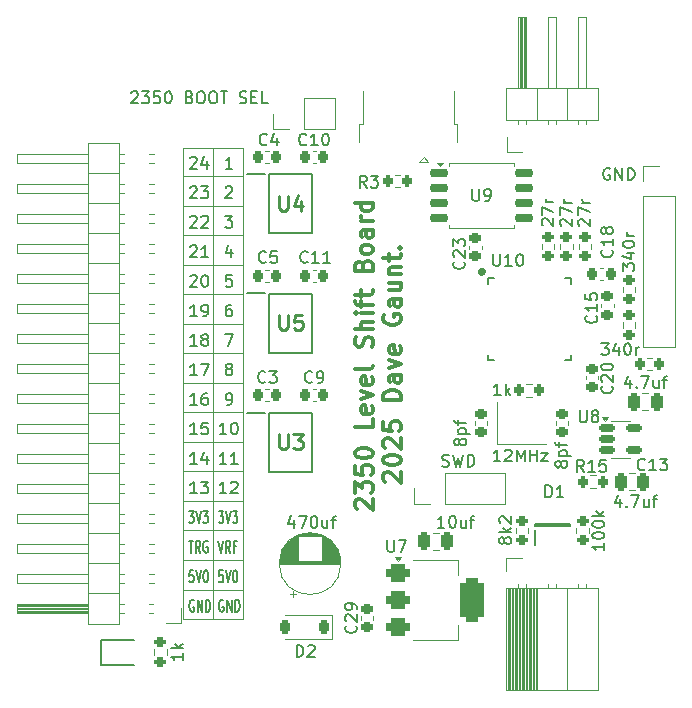
<source format=gto>
G04 #@! TF.GenerationSoftware,KiCad,Pcbnew,8.0.8*
G04 #@! TF.CreationDate,2025-02-21T19:24:50+11:00*
G04 #@! TF.ProjectId,RP2350LevelShifter,52503233-3530-44c6-9576-656c53686966,rev?*
G04 #@! TF.SameCoordinates,Original*
G04 #@! TF.FileFunction,Legend,Top*
G04 #@! TF.FilePolarity,Positive*
%FSLAX46Y46*%
G04 Gerber Fmt 4.6, Leading zero omitted, Abs format (unit mm)*
G04 Created by KiCad (PCBNEW 8.0.8) date 2025-02-21 19:24:50*
%MOMM*%
%LPD*%
G01*
G04 APERTURE LIST*
G04 Aperture macros list*
%AMRoundRect*
0 Rectangle with rounded corners*
0 $1 Rounding radius*
0 $2 $3 $4 $5 $6 $7 $8 $9 X,Y pos of 4 corners*
0 Add a 4 corners polygon primitive as box body*
4,1,4,$2,$3,$4,$5,$6,$7,$8,$9,$2,$3,0*
0 Add four circle primitives for the rounded corners*
1,1,$1+$1,$2,$3*
1,1,$1+$1,$4,$5*
1,1,$1+$1,$6,$7*
1,1,$1+$1,$8,$9*
0 Add four rect primitives between the rounded corners*
20,1,$1+$1,$2,$3,$4,$5,0*
20,1,$1+$1,$4,$5,$6,$7,0*
20,1,$1+$1,$6,$7,$8,$9,0*
20,1,$1+$1,$8,$9,$2,$3,0*%
%AMOutline5P*
0 Free polygon, 5 corners , with rotation*
0 The origin of the aperture is its center*
0 number of corners: always 5*
0 $1 to $10 corner X, Y*
0 $11 Rotation angle, in degrees counterclockwise*
0 create outline with 5 corners*
4,1,5,$1,$2,$3,$4,$5,$6,$7,$8,$9,$10,$1,$2,$11*%
%AMOutline6P*
0 Free polygon, 6 corners , with rotation*
0 The origin of the aperture is its center*
0 number of corners: always 6*
0 $1 to $12 corner X, Y*
0 $13 Rotation angle, in degrees counterclockwise*
0 create outline with 6 corners*
4,1,6,$1,$2,$3,$4,$5,$6,$7,$8,$9,$10,$11,$12,$1,$2,$13*%
%AMOutline7P*
0 Free polygon, 7 corners , with rotation*
0 The origin of the aperture is its center*
0 number of corners: always 7*
0 $1 to $14 corner X, Y*
0 $15 Rotation angle, in degrees counterclockwise*
0 create outline with 7 corners*
4,1,7,$1,$2,$3,$4,$5,$6,$7,$8,$9,$10,$11,$12,$13,$14,$1,$2,$15*%
%AMOutline8P*
0 Free polygon, 8 corners , with rotation*
0 The origin of the aperture is its center*
0 number of corners: always 8*
0 $1 to $16 corner X, Y*
0 $17 Rotation angle, in degrees counterclockwise*
0 create outline with 8 corners*
4,1,8,$1,$2,$3,$4,$5,$6,$7,$8,$9,$10,$11,$12,$13,$14,$15,$16,$1,$2,$17*%
G04 Aperture macros list end*
%ADD10C,0.120000*%
%ADD11C,0.150000*%
%ADD12C,0.300000*%
%ADD13C,0.254000*%
%ADD14C,0.200000*%
%ADD15C,0.375000*%
%ADD16RoundRect,0.250000X0.250000X0.475000X-0.250000X0.475000X-0.250000X-0.475000X0.250000X-0.475000X0*%
%ADD17R,1.700000X1.700000*%
%ADD18O,1.700000X1.700000*%
%ADD19C,2.500000*%
%ADD20R,1.600000X1.600000*%
%ADD21C,1.600000*%
%ADD22RoundRect,0.225000X0.250000X-0.225000X0.250000X0.225000X-0.250000X0.225000X-0.250000X-0.225000X0*%
%ADD23RoundRect,0.375000X-0.625000X-0.375000X0.625000X-0.375000X0.625000X0.375000X-0.625000X0.375000X0*%
%ADD24RoundRect,0.500000X-0.500000X-1.400000X0.500000X-1.400000X0.500000X1.400000X-0.500000X1.400000X0*%
%ADD25RoundRect,0.200000X0.275000X-0.200000X0.275000X0.200000X-0.275000X0.200000X-0.275000X-0.200000X0*%
%ADD26RoundRect,0.225000X0.225000X0.250000X-0.225000X0.250000X-0.225000X-0.250000X0.225000X-0.250000X0*%
%ADD27R,1.475000X0.450000*%
%ADD28RoundRect,0.200000X0.200000X0.275000X-0.200000X0.275000X-0.200000X-0.275000X0.200000X-0.275000X0*%
%ADD29R,0.400000X1.650000*%
%ADD30R,1.825000X0.700000*%
%ADD31R,2.000000X1.500000*%
%ADD32R,1.350000X2.000000*%
%ADD33O,1.350000X1.700000*%
%ADD34O,1.100000X1.500000*%
%ADD35R,1.430000X2.500000*%
%ADD36RoundRect,0.200000X-0.200000X-0.275000X0.200000X-0.275000X0.200000X0.275000X-0.200000X0.275000X0*%
%ADD37RoundRect,0.150000X-0.512500X-0.150000X0.512500X-0.150000X0.512500X0.150000X-0.512500X0.150000X0*%
%ADD38RoundRect,0.250000X-0.250000X-0.475000X0.250000X-0.475000X0.250000X0.475000X-0.250000X0.475000X0*%
%ADD39R,0.600000X1.250000*%
%ADD40RoundRect,0.225000X0.225000X0.375000X-0.225000X0.375000X-0.225000X-0.375000X0.225000X-0.375000X0*%
%ADD41R,0.950000X1.400000*%
%ADD42RoundRect,0.225000X-0.250000X0.225000X-0.250000X-0.225000X0.250000X-0.225000X0.250000X0.225000X0*%
%ADD43RoundRect,0.200000X-0.275000X0.200000X-0.275000X-0.200000X0.275000X-0.200000X0.275000X0.200000X0*%
%ADD44RoundRect,0.150000X-0.650000X-0.150000X0.650000X-0.150000X0.650000X0.150000X-0.650000X0.150000X0*%
%ADD45C,0.700000*%
%ADD46R,3.400000X3.400000*%
%ADD47Outline5P,-0.100000X0.437500X0.100000X0.437500X0.100000X-0.437500X-0.050000X-0.437500X-0.100000X-0.387500X0.000000*%
%ADD48R,0.200000X0.875000*%
%ADD49Outline5P,-0.100000X0.437500X0.100000X0.437500X0.100000X-0.387500X0.050000X-0.437500X-0.100000X-0.437500X0.000000*%
%ADD50Outline5P,-0.100000X0.437500X0.050000X0.437500X0.100000X0.387500X0.100000X-0.437500X-0.100000X-0.437500X90.000000*%
%ADD51R,0.875000X0.200000*%
%ADD52Outline5P,-0.100000X0.387500X-0.050000X0.437500X0.100000X0.437500X0.100000X-0.437500X-0.100000X-0.437500X90.000000*%
%ADD53Outline5P,-0.100000X0.437500X0.050000X0.437500X0.100000X0.387500X0.100000X-0.437500X-0.100000X-0.437500X0.000000*%
%ADD54Outline5P,-0.100000X0.387500X-0.050000X0.437500X0.100000X0.437500X0.100000X-0.437500X-0.100000X-0.437500X0.000000*%
%ADD55Outline5P,-0.100000X0.437500X0.100000X0.437500X0.100000X-0.437500X-0.050000X-0.437500X-0.100000X-0.387500X90.000000*%
%ADD56Outline5P,-0.100000X0.437500X0.100000X0.437500X0.100000X-0.387500X0.050000X-0.437500X-0.100000X-0.437500X90.000000*%
%ADD57R,1.400000X1.200000*%
G04 APERTURE END LIST*
D10*
X119954029Y-110456000D02*
X124954029Y-110456000D01*
X119954029Y-120456000D02*
X124954029Y-120456000D01*
X119954029Y-127956000D02*
X124954029Y-127956000D01*
X119954029Y-107956000D02*
X124954029Y-107956000D01*
X119954029Y-105456000D02*
X124954029Y-105456000D01*
X119954029Y-95456000D02*
X124954029Y-95456000D01*
X119954029Y-112956000D02*
X124954029Y-112956000D01*
X119954029Y-92956000D02*
X124954029Y-92956000D01*
X119954029Y-117956000D02*
X124954029Y-117956000D01*
X119954029Y-125456000D02*
X124954029Y-125456000D01*
X119954029Y-97956000D02*
X124954029Y-97956000D01*
X119954029Y-122956000D02*
X124954029Y-122956000D01*
X122428000Y-90586949D02*
X122427999Y-130456000D01*
X119901970Y-90586949D02*
X124954029Y-90586949D01*
X124954029Y-130456000D01*
X119901970Y-130456000D01*
X119901970Y-90586949D01*
X119954029Y-115456000D02*
X124954029Y-115456000D01*
X119954029Y-100456000D02*
X124954029Y-100456000D01*
X119954029Y-102956000D02*
X124954029Y-102956000D01*
D11*
X121064617Y-114825819D02*
X120493189Y-114825819D01*
X120778903Y-114825819D02*
X120778903Y-113825819D01*
X120778903Y-113825819D02*
X120683665Y-113968676D01*
X120683665Y-113968676D02*
X120588427Y-114063914D01*
X120588427Y-114063914D02*
X120493189Y-114111533D01*
X121969379Y-113825819D02*
X121493189Y-113825819D01*
X121493189Y-113825819D02*
X121445570Y-114302009D01*
X121445570Y-114302009D02*
X121493189Y-114254390D01*
X121493189Y-114254390D02*
X121588427Y-114206771D01*
X121588427Y-114206771D02*
X121826522Y-114206771D01*
X121826522Y-114206771D02*
X121921760Y-114254390D01*
X121921760Y-114254390D02*
X121969379Y-114302009D01*
X121969379Y-114302009D02*
X122016998Y-114397247D01*
X122016998Y-114397247D02*
X122016998Y-114635342D01*
X122016998Y-114635342D02*
X121969379Y-114730580D01*
X121969379Y-114730580D02*
X121921760Y-114778200D01*
X121921760Y-114778200D02*
X121826522Y-114825819D01*
X121826522Y-114825819D02*
X121588427Y-114825819D01*
X121588427Y-114825819D02*
X121493189Y-114778200D01*
X121493189Y-114778200D02*
X121445570Y-114730580D01*
X120805570Y-128873438D02*
X120742713Y-128825819D01*
X120742713Y-128825819D02*
X120648427Y-128825819D01*
X120648427Y-128825819D02*
X120554141Y-128873438D01*
X120554141Y-128873438D02*
X120491284Y-128968676D01*
X120491284Y-128968676D02*
X120459855Y-129063914D01*
X120459855Y-129063914D02*
X120428427Y-129254390D01*
X120428427Y-129254390D02*
X120428427Y-129397247D01*
X120428427Y-129397247D02*
X120459855Y-129587723D01*
X120459855Y-129587723D02*
X120491284Y-129682961D01*
X120491284Y-129682961D02*
X120554141Y-129778200D01*
X120554141Y-129778200D02*
X120648427Y-129825819D01*
X120648427Y-129825819D02*
X120711284Y-129825819D01*
X120711284Y-129825819D02*
X120805570Y-129778200D01*
X120805570Y-129778200D02*
X120836998Y-129730580D01*
X120836998Y-129730580D02*
X120836998Y-129397247D01*
X120836998Y-129397247D02*
X120711284Y-129397247D01*
X121119855Y-129825819D02*
X121119855Y-128825819D01*
X121119855Y-128825819D02*
X121496998Y-129825819D01*
X121496998Y-129825819D02*
X121496998Y-128825819D01*
X121811284Y-129825819D02*
X121811284Y-128825819D01*
X121811284Y-128825819D02*
X121968427Y-128825819D01*
X121968427Y-128825819D02*
X122062713Y-128873438D01*
X122062713Y-128873438D02*
X122125570Y-128968676D01*
X122125570Y-128968676D02*
X122156999Y-129063914D01*
X122156999Y-129063914D02*
X122188427Y-129254390D01*
X122188427Y-129254390D02*
X122188427Y-129397247D01*
X122188427Y-129397247D02*
X122156999Y-129587723D01*
X122156999Y-129587723D02*
X122125570Y-129682961D01*
X122125570Y-129682961D02*
X122062713Y-129778200D01*
X122062713Y-129778200D02*
X121968427Y-129825819D01*
X121968427Y-129825819D02*
X121811284Y-129825819D01*
D12*
X134585769Y-121132117D02*
X134514341Y-121060689D01*
X134514341Y-121060689D02*
X134442912Y-120917832D01*
X134442912Y-120917832D02*
X134442912Y-120560689D01*
X134442912Y-120560689D02*
X134514341Y-120417832D01*
X134514341Y-120417832D02*
X134585769Y-120346403D01*
X134585769Y-120346403D02*
X134728626Y-120274974D01*
X134728626Y-120274974D02*
X134871484Y-120274974D01*
X134871484Y-120274974D02*
X135085769Y-120346403D01*
X135085769Y-120346403D02*
X135942912Y-121203546D01*
X135942912Y-121203546D02*
X135942912Y-120274974D01*
X134442912Y-119774975D02*
X134442912Y-118846403D01*
X134442912Y-118846403D02*
X135014341Y-119346403D01*
X135014341Y-119346403D02*
X135014341Y-119132118D01*
X135014341Y-119132118D02*
X135085769Y-118989261D01*
X135085769Y-118989261D02*
X135157198Y-118917832D01*
X135157198Y-118917832D02*
X135300055Y-118846403D01*
X135300055Y-118846403D02*
X135657198Y-118846403D01*
X135657198Y-118846403D02*
X135800055Y-118917832D01*
X135800055Y-118917832D02*
X135871484Y-118989261D01*
X135871484Y-118989261D02*
X135942912Y-119132118D01*
X135942912Y-119132118D02*
X135942912Y-119560689D01*
X135942912Y-119560689D02*
X135871484Y-119703546D01*
X135871484Y-119703546D02*
X135800055Y-119774975D01*
X134442912Y-117489261D02*
X134442912Y-118203547D01*
X134442912Y-118203547D02*
X135157198Y-118274975D01*
X135157198Y-118274975D02*
X135085769Y-118203547D01*
X135085769Y-118203547D02*
X135014341Y-118060690D01*
X135014341Y-118060690D02*
X135014341Y-117703547D01*
X135014341Y-117703547D02*
X135085769Y-117560690D01*
X135085769Y-117560690D02*
X135157198Y-117489261D01*
X135157198Y-117489261D02*
X135300055Y-117417832D01*
X135300055Y-117417832D02*
X135657198Y-117417832D01*
X135657198Y-117417832D02*
X135800055Y-117489261D01*
X135800055Y-117489261D02*
X135871484Y-117560690D01*
X135871484Y-117560690D02*
X135942912Y-117703547D01*
X135942912Y-117703547D02*
X135942912Y-118060690D01*
X135942912Y-118060690D02*
X135871484Y-118203547D01*
X135871484Y-118203547D02*
X135800055Y-118274975D01*
X134442912Y-116489261D02*
X134442912Y-116346404D01*
X134442912Y-116346404D02*
X134514341Y-116203547D01*
X134514341Y-116203547D02*
X134585769Y-116132119D01*
X134585769Y-116132119D02*
X134728626Y-116060690D01*
X134728626Y-116060690D02*
X135014341Y-115989261D01*
X135014341Y-115989261D02*
X135371484Y-115989261D01*
X135371484Y-115989261D02*
X135657198Y-116060690D01*
X135657198Y-116060690D02*
X135800055Y-116132119D01*
X135800055Y-116132119D02*
X135871484Y-116203547D01*
X135871484Y-116203547D02*
X135942912Y-116346404D01*
X135942912Y-116346404D02*
X135942912Y-116489261D01*
X135942912Y-116489261D02*
X135871484Y-116632119D01*
X135871484Y-116632119D02*
X135800055Y-116703547D01*
X135800055Y-116703547D02*
X135657198Y-116774976D01*
X135657198Y-116774976D02*
X135371484Y-116846404D01*
X135371484Y-116846404D02*
X135014341Y-116846404D01*
X135014341Y-116846404D02*
X134728626Y-116774976D01*
X134728626Y-116774976D02*
X134585769Y-116703547D01*
X134585769Y-116703547D02*
X134514341Y-116632119D01*
X134514341Y-116632119D02*
X134442912Y-116489261D01*
X135942912Y-113489262D02*
X135942912Y-114203548D01*
X135942912Y-114203548D02*
X134442912Y-114203548D01*
X135871484Y-112417833D02*
X135942912Y-112560690D01*
X135942912Y-112560690D02*
X135942912Y-112846405D01*
X135942912Y-112846405D02*
X135871484Y-112989262D01*
X135871484Y-112989262D02*
X135728626Y-113060690D01*
X135728626Y-113060690D02*
X135157198Y-113060690D01*
X135157198Y-113060690D02*
X135014341Y-112989262D01*
X135014341Y-112989262D02*
X134942912Y-112846405D01*
X134942912Y-112846405D02*
X134942912Y-112560690D01*
X134942912Y-112560690D02*
X135014341Y-112417833D01*
X135014341Y-112417833D02*
X135157198Y-112346405D01*
X135157198Y-112346405D02*
X135300055Y-112346405D01*
X135300055Y-112346405D02*
X135442912Y-113060690D01*
X134942912Y-111846405D02*
X135942912Y-111489262D01*
X135942912Y-111489262D02*
X134942912Y-111132119D01*
X135871484Y-109989262D02*
X135942912Y-110132119D01*
X135942912Y-110132119D02*
X135942912Y-110417834D01*
X135942912Y-110417834D02*
X135871484Y-110560691D01*
X135871484Y-110560691D02*
X135728626Y-110632119D01*
X135728626Y-110632119D02*
X135157198Y-110632119D01*
X135157198Y-110632119D02*
X135014341Y-110560691D01*
X135014341Y-110560691D02*
X134942912Y-110417834D01*
X134942912Y-110417834D02*
X134942912Y-110132119D01*
X134942912Y-110132119D02*
X135014341Y-109989262D01*
X135014341Y-109989262D02*
X135157198Y-109917834D01*
X135157198Y-109917834D02*
X135300055Y-109917834D01*
X135300055Y-109917834D02*
X135442912Y-110632119D01*
X135942912Y-109060691D02*
X135871484Y-109203548D01*
X135871484Y-109203548D02*
X135728626Y-109274977D01*
X135728626Y-109274977D02*
X134442912Y-109274977D01*
X135871484Y-107417834D02*
X135942912Y-107203549D01*
X135942912Y-107203549D02*
X135942912Y-106846406D01*
X135942912Y-106846406D02*
X135871484Y-106703549D01*
X135871484Y-106703549D02*
X135800055Y-106632120D01*
X135800055Y-106632120D02*
X135657198Y-106560691D01*
X135657198Y-106560691D02*
X135514341Y-106560691D01*
X135514341Y-106560691D02*
X135371484Y-106632120D01*
X135371484Y-106632120D02*
X135300055Y-106703549D01*
X135300055Y-106703549D02*
X135228626Y-106846406D01*
X135228626Y-106846406D02*
X135157198Y-107132120D01*
X135157198Y-107132120D02*
X135085769Y-107274977D01*
X135085769Y-107274977D02*
X135014341Y-107346406D01*
X135014341Y-107346406D02*
X134871484Y-107417834D01*
X134871484Y-107417834D02*
X134728626Y-107417834D01*
X134728626Y-107417834D02*
X134585769Y-107346406D01*
X134585769Y-107346406D02*
X134514341Y-107274977D01*
X134514341Y-107274977D02*
X134442912Y-107132120D01*
X134442912Y-107132120D02*
X134442912Y-106774977D01*
X134442912Y-106774977D02*
X134514341Y-106560691D01*
X135942912Y-105917835D02*
X134442912Y-105917835D01*
X135942912Y-105274978D02*
X135157198Y-105274978D01*
X135157198Y-105274978D02*
X135014341Y-105346406D01*
X135014341Y-105346406D02*
X134942912Y-105489263D01*
X134942912Y-105489263D02*
X134942912Y-105703549D01*
X134942912Y-105703549D02*
X135014341Y-105846406D01*
X135014341Y-105846406D02*
X135085769Y-105917835D01*
X135942912Y-104560692D02*
X134942912Y-104560692D01*
X134442912Y-104560692D02*
X134514341Y-104632120D01*
X134514341Y-104632120D02*
X134585769Y-104560692D01*
X134585769Y-104560692D02*
X134514341Y-104489263D01*
X134514341Y-104489263D02*
X134442912Y-104560692D01*
X134442912Y-104560692D02*
X134585769Y-104560692D01*
X134942912Y-104060691D02*
X134942912Y-103489263D01*
X135942912Y-103846406D02*
X134657198Y-103846406D01*
X134657198Y-103846406D02*
X134514341Y-103774977D01*
X134514341Y-103774977D02*
X134442912Y-103632120D01*
X134442912Y-103632120D02*
X134442912Y-103489263D01*
X134942912Y-103203548D02*
X134942912Y-102632120D01*
X134442912Y-102989263D02*
X135728626Y-102989263D01*
X135728626Y-102989263D02*
X135871484Y-102917834D01*
X135871484Y-102917834D02*
X135942912Y-102774977D01*
X135942912Y-102774977D02*
X135942912Y-102632120D01*
X135157198Y-100489263D02*
X135228626Y-100274977D01*
X135228626Y-100274977D02*
X135300055Y-100203548D01*
X135300055Y-100203548D02*
X135442912Y-100132120D01*
X135442912Y-100132120D02*
X135657198Y-100132120D01*
X135657198Y-100132120D02*
X135800055Y-100203548D01*
X135800055Y-100203548D02*
X135871484Y-100274977D01*
X135871484Y-100274977D02*
X135942912Y-100417834D01*
X135942912Y-100417834D02*
X135942912Y-100989263D01*
X135942912Y-100989263D02*
X134442912Y-100989263D01*
X134442912Y-100989263D02*
X134442912Y-100489263D01*
X134442912Y-100489263D02*
X134514341Y-100346406D01*
X134514341Y-100346406D02*
X134585769Y-100274977D01*
X134585769Y-100274977D02*
X134728626Y-100203548D01*
X134728626Y-100203548D02*
X134871484Y-100203548D01*
X134871484Y-100203548D02*
X135014341Y-100274977D01*
X135014341Y-100274977D02*
X135085769Y-100346406D01*
X135085769Y-100346406D02*
X135157198Y-100489263D01*
X135157198Y-100489263D02*
X135157198Y-100989263D01*
X135942912Y-99274977D02*
X135871484Y-99417834D01*
X135871484Y-99417834D02*
X135800055Y-99489263D01*
X135800055Y-99489263D02*
X135657198Y-99560691D01*
X135657198Y-99560691D02*
X135228626Y-99560691D01*
X135228626Y-99560691D02*
X135085769Y-99489263D01*
X135085769Y-99489263D02*
X135014341Y-99417834D01*
X135014341Y-99417834D02*
X134942912Y-99274977D01*
X134942912Y-99274977D02*
X134942912Y-99060691D01*
X134942912Y-99060691D02*
X135014341Y-98917834D01*
X135014341Y-98917834D02*
X135085769Y-98846406D01*
X135085769Y-98846406D02*
X135228626Y-98774977D01*
X135228626Y-98774977D02*
X135657198Y-98774977D01*
X135657198Y-98774977D02*
X135800055Y-98846406D01*
X135800055Y-98846406D02*
X135871484Y-98917834D01*
X135871484Y-98917834D02*
X135942912Y-99060691D01*
X135942912Y-99060691D02*
X135942912Y-99274977D01*
X135942912Y-97489263D02*
X135157198Y-97489263D01*
X135157198Y-97489263D02*
X135014341Y-97560691D01*
X135014341Y-97560691D02*
X134942912Y-97703548D01*
X134942912Y-97703548D02*
X134942912Y-97989263D01*
X134942912Y-97989263D02*
X135014341Y-98132120D01*
X135871484Y-97489263D02*
X135942912Y-97632120D01*
X135942912Y-97632120D02*
X135942912Y-97989263D01*
X135942912Y-97989263D02*
X135871484Y-98132120D01*
X135871484Y-98132120D02*
X135728626Y-98203548D01*
X135728626Y-98203548D02*
X135585769Y-98203548D01*
X135585769Y-98203548D02*
X135442912Y-98132120D01*
X135442912Y-98132120D02*
X135371484Y-97989263D01*
X135371484Y-97989263D02*
X135371484Y-97632120D01*
X135371484Y-97632120D02*
X135300055Y-97489263D01*
X135942912Y-96774977D02*
X134942912Y-96774977D01*
X135228626Y-96774977D02*
X135085769Y-96703548D01*
X135085769Y-96703548D02*
X135014341Y-96632120D01*
X135014341Y-96632120D02*
X134942912Y-96489262D01*
X134942912Y-96489262D02*
X134942912Y-96346405D01*
X135942912Y-95203549D02*
X134442912Y-95203549D01*
X135871484Y-95203549D02*
X135942912Y-95346406D01*
X135942912Y-95346406D02*
X135942912Y-95632120D01*
X135942912Y-95632120D02*
X135871484Y-95774977D01*
X135871484Y-95774977D02*
X135800055Y-95846406D01*
X135800055Y-95846406D02*
X135657198Y-95917834D01*
X135657198Y-95917834D02*
X135228626Y-95917834D01*
X135228626Y-95917834D02*
X135085769Y-95846406D01*
X135085769Y-95846406D02*
X135014341Y-95774977D01*
X135014341Y-95774977D02*
X134942912Y-95632120D01*
X134942912Y-95632120D02*
X134942912Y-95346406D01*
X134942912Y-95346406D02*
X135014341Y-95203549D01*
X137000685Y-118846403D02*
X136929257Y-118774975D01*
X136929257Y-118774975D02*
X136857828Y-118632118D01*
X136857828Y-118632118D02*
X136857828Y-118274975D01*
X136857828Y-118274975D02*
X136929257Y-118132118D01*
X136929257Y-118132118D02*
X137000685Y-118060689D01*
X137000685Y-118060689D02*
X137143542Y-117989260D01*
X137143542Y-117989260D02*
X137286400Y-117989260D01*
X137286400Y-117989260D02*
X137500685Y-118060689D01*
X137500685Y-118060689D02*
X138357828Y-118917832D01*
X138357828Y-118917832D02*
X138357828Y-117989260D01*
X136857828Y-117060689D02*
X136857828Y-116917832D01*
X136857828Y-116917832D02*
X136929257Y-116774975D01*
X136929257Y-116774975D02*
X137000685Y-116703547D01*
X137000685Y-116703547D02*
X137143542Y-116632118D01*
X137143542Y-116632118D02*
X137429257Y-116560689D01*
X137429257Y-116560689D02*
X137786400Y-116560689D01*
X137786400Y-116560689D02*
X138072114Y-116632118D01*
X138072114Y-116632118D02*
X138214971Y-116703547D01*
X138214971Y-116703547D02*
X138286400Y-116774975D01*
X138286400Y-116774975D02*
X138357828Y-116917832D01*
X138357828Y-116917832D02*
X138357828Y-117060689D01*
X138357828Y-117060689D02*
X138286400Y-117203547D01*
X138286400Y-117203547D02*
X138214971Y-117274975D01*
X138214971Y-117274975D02*
X138072114Y-117346404D01*
X138072114Y-117346404D02*
X137786400Y-117417832D01*
X137786400Y-117417832D02*
X137429257Y-117417832D01*
X137429257Y-117417832D02*
X137143542Y-117346404D01*
X137143542Y-117346404D02*
X137000685Y-117274975D01*
X137000685Y-117274975D02*
X136929257Y-117203547D01*
X136929257Y-117203547D02*
X136857828Y-117060689D01*
X137000685Y-115989261D02*
X136929257Y-115917833D01*
X136929257Y-115917833D02*
X136857828Y-115774976D01*
X136857828Y-115774976D02*
X136857828Y-115417833D01*
X136857828Y-115417833D02*
X136929257Y-115274976D01*
X136929257Y-115274976D02*
X137000685Y-115203547D01*
X137000685Y-115203547D02*
X137143542Y-115132118D01*
X137143542Y-115132118D02*
X137286400Y-115132118D01*
X137286400Y-115132118D02*
X137500685Y-115203547D01*
X137500685Y-115203547D02*
X138357828Y-116060690D01*
X138357828Y-116060690D02*
X138357828Y-115132118D01*
X136857828Y-113774976D02*
X136857828Y-114489262D01*
X136857828Y-114489262D02*
X137572114Y-114560690D01*
X137572114Y-114560690D02*
X137500685Y-114489262D01*
X137500685Y-114489262D02*
X137429257Y-114346405D01*
X137429257Y-114346405D02*
X137429257Y-113989262D01*
X137429257Y-113989262D02*
X137500685Y-113846405D01*
X137500685Y-113846405D02*
X137572114Y-113774976D01*
X137572114Y-113774976D02*
X137714971Y-113703547D01*
X137714971Y-113703547D02*
X138072114Y-113703547D01*
X138072114Y-113703547D02*
X138214971Y-113774976D01*
X138214971Y-113774976D02*
X138286400Y-113846405D01*
X138286400Y-113846405D02*
X138357828Y-113989262D01*
X138357828Y-113989262D02*
X138357828Y-114346405D01*
X138357828Y-114346405D02*
X138286400Y-114489262D01*
X138286400Y-114489262D02*
X138214971Y-114560690D01*
X138357828Y-111917834D02*
X136857828Y-111917834D01*
X136857828Y-111917834D02*
X136857828Y-111560691D01*
X136857828Y-111560691D02*
X136929257Y-111346405D01*
X136929257Y-111346405D02*
X137072114Y-111203548D01*
X137072114Y-111203548D02*
X137214971Y-111132119D01*
X137214971Y-111132119D02*
X137500685Y-111060691D01*
X137500685Y-111060691D02*
X137714971Y-111060691D01*
X137714971Y-111060691D02*
X138000685Y-111132119D01*
X138000685Y-111132119D02*
X138143542Y-111203548D01*
X138143542Y-111203548D02*
X138286400Y-111346405D01*
X138286400Y-111346405D02*
X138357828Y-111560691D01*
X138357828Y-111560691D02*
X138357828Y-111917834D01*
X138357828Y-109774977D02*
X137572114Y-109774977D01*
X137572114Y-109774977D02*
X137429257Y-109846405D01*
X137429257Y-109846405D02*
X137357828Y-109989262D01*
X137357828Y-109989262D02*
X137357828Y-110274977D01*
X137357828Y-110274977D02*
X137429257Y-110417834D01*
X138286400Y-109774977D02*
X138357828Y-109917834D01*
X138357828Y-109917834D02*
X138357828Y-110274977D01*
X138357828Y-110274977D02*
X138286400Y-110417834D01*
X138286400Y-110417834D02*
X138143542Y-110489262D01*
X138143542Y-110489262D02*
X138000685Y-110489262D01*
X138000685Y-110489262D02*
X137857828Y-110417834D01*
X137857828Y-110417834D02*
X137786400Y-110274977D01*
X137786400Y-110274977D02*
X137786400Y-109917834D01*
X137786400Y-109917834D02*
X137714971Y-109774977D01*
X137357828Y-109203548D02*
X138357828Y-108846405D01*
X138357828Y-108846405D02*
X137357828Y-108489262D01*
X138286400Y-107346405D02*
X138357828Y-107489262D01*
X138357828Y-107489262D02*
X138357828Y-107774977D01*
X138357828Y-107774977D02*
X138286400Y-107917834D01*
X138286400Y-107917834D02*
X138143542Y-107989262D01*
X138143542Y-107989262D02*
X137572114Y-107989262D01*
X137572114Y-107989262D02*
X137429257Y-107917834D01*
X137429257Y-107917834D02*
X137357828Y-107774977D01*
X137357828Y-107774977D02*
X137357828Y-107489262D01*
X137357828Y-107489262D02*
X137429257Y-107346405D01*
X137429257Y-107346405D02*
X137572114Y-107274977D01*
X137572114Y-107274977D02*
X137714971Y-107274977D01*
X137714971Y-107274977D02*
X137857828Y-107989262D01*
X136929257Y-104703548D02*
X136857828Y-104846406D01*
X136857828Y-104846406D02*
X136857828Y-105060691D01*
X136857828Y-105060691D02*
X136929257Y-105274977D01*
X136929257Y-105274977D02*
X137072114Y-105417834D01*
X137072114Y-105417834D02*
X137214971Y-105489263D01*
X137214971Y-105489263D02*
X137500685Y-105560691D01*
X137500685Y-105560691D02*
X137714971Y-105560691D01*
X137714971Y-105560691D02*
X138000685Y-105489263D01*
X138000685Y-105489263D02*
X138143542Y-105417834D01*
X138143542Y-105417834D02*
X138286400Y-105274977D01*
X138286400Y-105274977D02*
X138357828Y-105060691D01*
X138357828Y-105060691D02*
X138357828Y-104917834D01*
X138357828Y-104917834D02*
X138286400Y-104703548D01*
X138286400Y-104703548D02*
X138214971Y-104632120D01*
X138214971Y-104632120D02*
X137714971Y-104632120D01*
X137714971Y-104632120D02*
X137714971Y-104917834D01*
X138357828Y-103346406D02*
X137572114Y-103346406D01*
X137572114Y-103346406D02*
X137429257Y-103417834D01*
X137429257Y-103417834D02*
X137357828Y-103560691D01*
X137357828Y-103560691D02*
X137357828Y-103846406D01*
X137357828Y-103846406D02*
X137429257Y-103989263D01*
X138286400Y-103346406D02*
X138357828Y-103489263D01*
X138357828Y-103489263D02*
X138357828Y-103846406D01*
X138357828Y-103846406D02*
X138286400Y-103989263D01*
X138286400Y-103989263D02*
X138143542Y-104060691D01*
X138143542Y-104060691D02*
X138000685Y-104060691D01*
X138000685Y-104060691D02*
X137857828Y-103989263D01*
X137857828Y-103989263D02*
X137786400Y-103846406D01*
X137786400Y-103846406D02*
X137786400Y-103489263D01*
X137786400Y-103489263D02*
X137714971Y-103346406D01*
X137357828Y-101989263D02*
X138357828Y-101989263D01*
X137357828Y-102632120D02*
X138143542Y-102632120D01*
X138143542Y-102632120D02*
X138286400Y-102560691D01*
X138286400Y-102560691D02*
X138357828Y-102417834D01*
X138357828Y-102417834D02*
X138357828Y-102203548D01*
X138357828Y-102203548D02*
X138286400Y-102060691D01*
X138286400Y-102060691D02*
X138214971Y-101989263D01*
X137357828Y-101274977D02*
X138357828Y-101274977D01*
X137500685Y-101274977D02*
X137429257Y-101203548D01*
X137429257Y-101203548D02*
X137357828Y-101060691D01*
X137357828Y-101060691D02*
X137357828Y-100846405D01*
X137357828Y-100846405D02*
X137429257Y-100703548D01*
X137429257Y-100703548D02*
X137572114Y-100632120D01*
X137572114Y-100632120D02*
X138357828Y-100632120D01*
X137357828Y-100132119D02*
X137357828Y-99560691D01*
X136857828Y-99917834D02*
X138143542Y-99917834D01*
X138143542Y-99917834D02*
X138286400Y-99846405D01*
X138286400Y-99846405D02*
X138357828Y-99703548D01*
X138357828Y-99703548D02*
X138357828Y-99560691D01*
X138214971Y-99060691D02*
X138286400Y-98989262D01*
X138286400Y-98989262D02*
X138357828Y-99060691D01*
X138357828Y-99060691D02*
X138286400Y-99132119D01*
X138286400Y-99132119D02*
X138214971Y-99060691D01*
X138214971Y-99060691D02*
X138357828Y-99060691D01*
D11*
X120493189Y-98921057D02*
X120540808Y-98873438D01*
X120540808Y-98873438D02*
X120636046Y-98825819D01*
X120636046Y-98825819D02*
X120874141Y-98825819D01*
X120874141Y-98825819D02*
X120969379Y-98873438D01*
X120969379Y-98873438D02*
X121016998Y-98921057D01*
X121016998Y-98921057D02*
X121064617Y-99016295D01*
X121064617Y-99016295D02*
X121064617Y-99111533D01*
X121064617Y-99111533D02*
X121016998Y-99254390D01*
X121016998Y-99254390D02*
X120445570Y-99825819D01*
X120445570Y-99825819D02*
X121064617Y-99825819D01*
X122016998Y-99825819D02*
X121445570Y-99825819D01*
X121731284Y-99825819D02*
X121731284Y-98825819D01*
X121731284Y-98825819D02*
X121636046Y-98968676D01*
X121636046Y-98968676D02*
X121540808Y-99063914D01*
X121540808Y-99063914D02*
X121445570Y-99111533D01*
X120493189Y-101421057D02*
X120540808Y-101373438D01*
X120540808Y-101373438D02*
X120636046Y-101325819D01*
X120636046Y-101325819D02*
X120874141Y-101325819D01*
X120874141Y-101325819D02*
X120969379Y-101373438D01*
X120969379Y-101373438D02*
X121016998Y-101421057D01*
X121016998Y-101421057D02*
X121064617Y-101516295D01*
X121064617Y-101516295D02*
X121064617Y-101611533D01*
X121064617Y-101611533D02*
X121016998Y-101754390D01*
X121016998Y-101754390D02*
X120445570Y-102325819D01*
X120445570Y-102325819D02*
X121064617Y-102325819D01*
X121683665Y-101325819D02*
X121778903Y-101325819D01*
X121778903Y-101325819D02*
X121874141Y-101373438D01*
X121874141Y-101373438D02*
X121921760Y-101421057D01*
X121921760Y-101421057D02*
X121969379Y-101516295D01*
X121969379Y-101516295D02*
X122016998Y-101706771D01*
X122016998Y-101706771D02*
X122016998Y-101944866D01*
X122016998Y-101944866D02*
X121969379Y-102135342D01*
X121969379Y-102135342D02*
X121921760Y-102230580D01*
X121921760Y-102230580D02*
X121874141Y-102278200D01*
X121874141Y-102278200D02*
X121778903Y-102325819D01*
X121778903Y-102325819D02*
X121683665Y-102325819D01*
X121683665Y-102325819D02*
X121588427Y-102278200D01*
X121588427Y-102278200D02*
X121540808Y-102230580D01*
X121540808Y-102230580D02*
X121493189Y-102135342D01*
X121493189Y-102135342D02*
X121445570Y-101944866D01*
X121445570Y-101944866D02*
X121445570Y-101706771D01*
X121445570Y-101706771D02*
X121493189Y-101516295D01*
X121493189Y-101516295D02*
X121540808Y-101421057D01*
X121540808Y-101421057D02*
X121588427Y-101373438D01*
X121588427Y-101373438D02*
X121683665Y-101325819D01*
X120365570Y-123825819D02*
X120742713Y-123825819D01*
X120554141Y-124825819D02*
X120554141Y-123825819D01*
X121339855Y-124825819D02*
X121119855Y-124349628D01*
X120962712Y-124825819D02*
X120962712Y-123825819D01*
X120962712Y-123825819D02*
X121214141Y-123825819D01*
X121214141Y-123825819D02*
X121276998Y-123873438D01*
X121276998Y-123873438D02*
X121308427Y-123921057D01*
X121308427Y-123921057D02*
X121339855Y-124016295D01*
X121339855Y-124016295D02*
X121339855Y-124159152D01*
X121339855Y-124159152D02*
X121308427Y-124254390D01*
X121308427Y-124254390D02*
X121276998Y-124302009D01*
X121276998Y-124302009D02*
X121214141Y-124349628D01*
X121214141Y-124349628D02*
X120962712Y-124349628D01*
X121968427Y-123873438D02*
X121905570Y-123825819D01*
X121905570Y-123825819D02*
X121811284Y-123825819D01*
X121811284Y-123825819D02*
X121716998Y-123873438D01*
X121716998Y-123873438D02*
X121654141Y-123968676D01*
X121654141Y-123968676D02*
X121622712Y-124063914D01*
X121622712Y-124063914D02*
X121591284Y-124254390D01*
X121591284Y-124254390D02*
X121591284Y-124397247D01*
X121591284Y-124397247D02*
X121622712Y-124587723D01*
X121622712Y-124587723D02*
X121654141Y-124682961D01*
X121654141Y-124682961D02*
X121716998Y-124778200D01*
X121716998Y-124778200D02*
X121811284Y-124825819D01*
X121811284Y-124825819D02*
X121874141Y-124825819D01*
X121874141Y-124825819D02*
X121968427Y-124778200D01*
X121968427Y-124778200D02*
X121999855Y-124730580D01*
X121999855Y-124730580D02*
X121999855Y-124397247D01*
X121999855Y-124397247D02*
X121874141Y-124397247D01*
X123564617Y-117325819D02*
X122993189Y-117325819D01*
X123278903Y-117325819D02*
X123278903Y-116325819D01*
X123278903Y-116325819D02*
X123183665Y-116468676D01*
X123183665Y-116468676D02*
X123088427Y-116563914D01*
X123088427Y-116563914D02*
X122993189Y-116611533D01*
X124516998Y-117325819D02*
X123945570Y-117325819D01*
X124231284Y-117325819D02*
X124231284Y-116325819D01*
X124231284Y-116325819D02*
X124136046Y-116468676D01*
X124136046Y-116468676D02*
X124040808Y-116563914D01*
X124040808Y-116563914D02*
X123945570Y-116611533D01*
X120493189Y-93921057D02*
X120540808Y-93873438D01*
X120540808Y-93873438D02*
X120636046Y-93825819D01*
X120636046Y-93825819D02*
X120874141Y-93825819D01*
X120874141Y-93825819D02*
X120969379Y-93873438D01*
X120969379Y-93873438D02*
X121016998Y-93921057D01*
X121016998Y-93921057D02*
X121064617Y-94016295D01*
X121064617Y-94016295D02*
X121064617Y-94111533D01*
X121064617Y-94111533D02*
X121016998Y-94254390D01*
X121016998Y-94254390D02*
X120445570Y-94825819D01*
X120445570Y-94825819D02*
X121064617Y-94825819D01*
X121397951Y-93825819D02*
X122016998Y-93825819D01*
X122016998Y-93825819D02*
X121683665Y-94206771D01*
X121683665Y-94206771D02*
X121826522Y-94206771D01*
X121826522Y-94206771D02*
X121921760Y-94254390D01*
X121921760Y-94254390D02*
X121969379Y-94302009D01*
X121969379Y-94302009D02*
X122016998Y-94397247D01*
X122016998Y-94397247D02*
X122016998Y-94635342D01*
X122016998Y-94635342D02*
X121969379Y-94730580D01*
X121969379Y-94730580D02*
X121921760Y-94778200D01*
X121921760Y-94778200D02*
X121826522Y-94825819D01*
X121826522Y-94825819D02*
X121540808Y-94825819D01*
X121540808Y-94825819D02*
X121445570Y-94778200D01*
X121445570Y-94778200D02*
X121397951Y-94730580D01*
X121064617Y-107325819D02*
X120493189Y-107325819D01*
X120778903Y-107325819D02*
X120778903Y-106325819D01*
X120778903Y-106325819D02*
X120683665Y-106468676D01*
X120683665Y-106468676D02*
X120588427Y-106563914D01*
X120588427Y-106563914D02*
X120493189Y-106611533D01*
X121636046Y-106754390D02*
X121540808Y-106706771D01*
X121540808Y-106706771D02*
X121493189Y-106659152D01*
X121493189Y-106659152D02*
X121445570Y-106563914D01*
X121445570Y-106563914D02*
X121445570Y-106516295D01*
X121445570Y-106516295D02*
X121493189Y-106421057D01*
X121493189Y-106421057D02*
X121540808Y-106373438D01*
X121540808Y-106373438D02*
X121636046Y-106325819D01*
X121636046Y-106325819D02*
X121826522Y-106325819D01*
X121826522Y-106325819D02*
X121921760Y-106373438D01*
X121921760Y-106373438D02*
X121969379Y-106421057D01*
X121969379Y-106421057D02*
X122016998Y-106516295D01*
X122016998Y-106516295D02*
X122016998Y-106563914D01*
X122016998Y-106563914D02*
X121969379Y-106659152D01*
X121969379Y-106659152D02*
X121921760Y-106706771D01*
X121921760Y-106706771D02*
X121826522Y-106754390D01*
X121826522Y-106754390D02*
X121636046Y-106754390D01*
X121636046Y-106754390D02*
X121540808Y-106802009D01*
X121540808Y-106802009D02*
X121493189Y-106849628D01*
X121493189Y-106849628D02*
X121445570Y-106944866D01*
X121445570Y-106944866D02*
X121445570Y-107135342D01*
X121445570Y-107135342D02*
X121493189Y-107230580D01*
X121493189Y-107230580D02*
X121540808Y-107278200D01*
X121540808Y-107278200D02*
X121636046Y-107325819D01*
X121636046Y-107325819D02*
X121826522Y-107325819D01*
X121826522Y-107325819D02*
X121921760Y-107278200D01*
X121921760Y-107278200D02*
X121969379Y-107230580D01*
X121969379Y-107230580D02*
X122016998Y-107135342D01*
X122016998Y-107135342D02*
X122016998Y-106944866D01*
X122016998Y-106944866D02*
X121969379Y-106849628D01*
X121969379Y-106849628D02*
X121921760Y-106802009D01*
X121921760Y-106802009D02*
X121826522Y-106754390D01*
X123445570Y-106325819D02*
X124112236Y-106325819D01*
X124112236Y-106325819D02*
X123683665Y-107325819D01*
X120396998Y-121325819D02*
X120805570Y-121325819D01*
X120805570Y-121325819D02*
X120585570Y-121706771D01*
X120585570Y-121706771D02*
X120679855Y-121706771D01*
X120679855Y-121706771D02*
X120742713Y-121754390D01*
X120742713Y-121754390D02*
X120774141Y-121802009D01*
X120774141Y-121802009D02*
X120805570Y-121897247D01*
X120805570Y-121897247D02*
X120805570Y-122135342D01*
X120805570Y-122135342D02*
X120774141Y-122230580D01*
X120774141Y-122230580D02*
X120742713Y-122278200D01*
X120742713Y-122278200D02*
X120679855Y-122325819D01*
X120679855Y-122325819D02*
X120491284Y-122325819D01*
X120491284Y-122325819D02*
X120428427Y-122278200D01*
X120428427Y-122278200D02*
X120396998Y-122230580D01*
X120994141Y-121325819D02*
X121214141Y-122325819D01*
X121214141Y-122325819D02*
X121434141Y-121325819D01*
X121591283Y-121325819D02*
X121999855Y-121325819D01*
X121999855Y-121325819D02*
X121779855Y-121706771D01*
X121779855Y-121706771D02*
X121874140Y-121706771D01*
X121874140Y-121706771D02*
X121936998Y-121754390D01*
X121936998Y-121754390D02*
X121968426Y-121802009D01*
X121968426Y-121802009D02*
X121999855Y-121897247D01*
X121999855Y-121897247D02*
X121999855Y-122135342D01*
X121999855Y-122135342D02*
X121968426Y-122230580D01*
X121968426Y-122230580D02*
X121936998Y-122278200D01*
X121936998Y-122278200D02*
X121874140Y-122325819D01*
X121874140Y-122325819D02*
X121685569Y-122325819D01*
X121685569Y-122325819D02*
X121622712Y-122278200D01*
X121622712Y-122278200D02*
X121591283Y-122230580D01*
X123564617Y-119825819D02*
X122993189Y-119825819D01*
X123278903Y-119825819D02*
X123278903Y-118825819D01*
X123278903Y-118825819D02*
X123183665Y-118968676D01*
X123183665Y-118968676D02*
X123088427Y-119063914D01*
X123088427Y-119063914D02*
X122993189Y-119111533D01*
X123945570Y-118921057D02*
X123993189Y-118873438D01*
X123993189Y-118873438D02*
X124088427Y-118825819D01*
X124088427Y-118825819D02*
X124326522Y-118825819D01*
X124326522Y-118825819D02*
X124421760Y-118873438D01*
X124421760Y-118873438D02*
X124469379Y-118921057D01*
X124469379Y-118921057D02*
X124516998Y-119016295D01*
X124516998Y-119016295D02*
X124516998Y-119111533D01*
X124516998Y-119111533D02*
X124469379Y-119254390D01*
X124469379Y-119254390D02*
X123897951Y-119825819D01*
X123897951Y-119825819D02*
X124516998Y-119825819D01*
X123305570Y-128873438D02*
X123242713Y-128825819D01*
X123242713Y-128825819D02*
X123148427Y-128825819D01*
X123148427Y-128825819D02*
X123054141Y-128873438D01*
X123054141Y-128873438D02*
X122991284Y-128968676D01*
X122991284Y-128968676D02*
X122959855Y-129063914D01*
X122959855Y-129063914D02*
X122928427Y-129254390D01*
X122928427Y-129254390D02*
X122928427Y-129397247D01*
X122928427Y-129397247D02*
X122959855Y-129587723D01*
X122959855Y-129587723D02*
X122991284Y-129682961D01*
X122991284Y-129682961D02*
X123054141Y-129778200D01*
X123054141Y-129778200D02*
X123148427Y-129825819D01*
X123148427Y-129825819D02*
X123211284Y-129825819D01*
X123211284Y-129825819D02*
X123305570Y-129778200D01*
X123305570Y-129778200D02*
X123336998Y-129730580D01*
X123336998Y-129730580D02*
X123336998Y-129397247D01*
X123336998Y-129397247D02*
X123211284Y-129397247D01*
X123619855Y-129825819D02*
X123619855Y-128825819D01*
X123619855Y-128825819D02*
X123996998Y-129825819D01*
X123996998Y-129825819D02*
X123996998Y-128825819D01*
X124311284Y-129825819D02*
X124311284Y-128825819D01*
X124311284Y-128825819D02*
X124468427Y-128825819D01*
X124468427Y-128825819D02*
X124562713Y-128873438D01*
X124562713Y-128873438D02*
X124625570Y-128968676D01*
X124625570Y-128968676D02*
X124656999Y-129063914D01*
X124656999Y-129063914D02*
X124688427Y-129254390D01*
X124688427Y-129254390D02*
X124688427Y-129397247D01*
X124688427Y-129397247D02*
X124656999Y-129587723D01*
X124656999Y-129587723D02*
X124625570Y-129682961D01*
X124625570Y-129682961D02*
X124562713Y-129778200D01*
X124562713Y-129778200D02*
X124468427Y-129825819D01*
X124468427Y-129825819D02*
X124311284Y-129825819D01*
X124016998Y-101325819D02*
X123540808Y-101325819D01*
X123540808Y-101325819D02*
X123493189Y-101802009D01*
X123493189Y-101802009D02*
X123540808Y-101754390D01*
X123540808Y-101754390D02*
X123636046Y-101706771D01*
X123636046Y-101706771D02*
X123874141Y-101706771D01*
X123874141Y-101706771D02*
X123969379Y-101754390D01*
X123969379Y-101754390D02*
X124016998Y-101802009D01*
X124016998Y-101802009D02*
X124064617Y-101897247D01*
X124064617Y-101897247D02*
X124064617Y-102135342D01*
X124064617Y-102135342D02*
X124016998Y-102230580D01*
X124016998Y-102230580D02*
X123969379Y-102278200D01*
X123969379Y-102278200D02*
X123874141Y-102325819D01*
X123874141Y-102325819D02*
X123636046Y-102325819D01*
X123636046Y-102325819D02*
X123540808Y-102278200D01*
X123540808Y-102278200D02*
X123493189Y-102230580D01*
X123564617Y-114825819D02*
X122993189Y-114825819D01*
X123278903Y-114825819D02*
X123278903Y-113825819D01*
X123278903Y-113825819D02*
X123183665Y-113968676D01*
X123183665Y-113968676D02*
X123088427Y-114063914D01*
X123088427Y-114063914D02*
X122993189Y-114111533D01*
X124183665Y-113825819D02*
X124278903Y-113825819D01*
X124278903Y-113825819D02*
X124374141Y-113873438D01*
X124374141Y-113873438D02*
X124421760Y-113921057D01*
X124421760Y-113921057D02*
X124469379Y-114016295D01*
X124469379Y-114016295D02*
X124516998Y-114206771D01*
X124516998Y-114206771D02*
X124516998Y-114444866D01*
X124516998Y-114444866D02*
X124469379Y-114635342D01*
X124469379Y-114635342D02*
X124421760Y-114730580D01*
X124421760Y-114730580D02*
X124374141Y-114778200D01*
X124374141Y-114778200D02*
X124278903Y-114825819D01*
X124278903Y-114825819D02*
X124183665Y-114825819D01*
X124183665Y-114825819D02*
X124088427Y-114778200D01*
X124088427Y-114778200D02*
X124040808Y-114730580D01*
X124040808Y-114730580D02*
X123993189Y-114635342D01*
X123993189Y-114635342D02*
X123945570Y-114444866D01*
X123945570Y-114444866D02*
X123945570Y-114206771D01*
X123945570Y-114206771D02*
X123993189Y-114016295D01*
X123993189Y-114016295D02*
X124040808Y-113921057D01*
X124040808Y-113921057D02*
X124088427Y-113873438D01*
X124088427Y-113873438D02*
X124183665Y-113825819D01*
X156029188Y-92313238D02*
X155933950Y-92265619D01*
X155933950Y-92265619D02*
X155791093Y-92265619D01*
X155791093Y-92265619D02*
X155648236Y-92313238D01*
X155648236Y-92313238D02*
X155552998Y-92408476D01*
X155552998Y-92408476D02*
X155505379Y-92503714D01*
X155505379Y-92503714D02*
X155457760Y-92694190D01*
X155457760Y-92694190D02*
X155457760Y-92837047D01*
X155457760Y-92837047D02*
X155505379Y-93027523D01*
X155505379Y-93027523D02*
X155552998Y-93122761D01*
X155552998Y-93122761D02*
X155648236Y-93218000D01*
X155648236Y-93218000D02*
X155791093Y-93265619D01*
X155791093Y-93265619D02*
X155886331Y-93265619D01*
X155886331Y-93265619D02*
X156029188Y-93218000D01*
X156029188Y-93218000D02*
X156076807Y-93170380D01*
X156076807Y-93170380D02*
X156076807Y-92837047D01*
X156076807Y-92837047D02*
X155886331Y-92837047D01*
X156505379Y-93265619D02*
X156505379Y-92265619D01*
X156505379Y-92265619D02*
X157076807Y-93265619D01*
X157076807Y-93265619D02*
X157076807Y-92265619D01*
X157552998Y-93265619D02*
X157552998Y-92265619D01*
X157552998Y-92265619D02*
X157791093Y-92265619D01*
X157791093Y-92265619D02*
X157933950Y-92313238D01*
X157933950Y-92313238D02*
X158029188Y-92408476D01*
X158029188Y-92408476D02*
X158076807Y-92503714D01*
X158076807Y-92503714D02*
X158124426Y-92694190D01*
X158124426Y-92694190D02*
X158124426Y-92837047D01*
X158124426Y-92837047D02*
X158076807Y-93027523D01*
X158076807Y-93027523D02*
X158029188Y-93122761D01*
X158029188Y-93122761D02*
X157933950Y-93218000D01*
X157933950Y-93218000D02*
X157791093Y-93265619D01*
X157791093Y-93265619D02*
X157552998Y-93265619D01*
X120493189Y-91421057D02*
X120540808Y-91373438D01*
X120540808Y-91373438D02*
X120636046Y-91325819D01*
X120636046Y-91325819D02*
X120874141Y-91325819D01*
X120874141Y-91325819D02*
X120969379Y-91373438D01*
X120969379Y-91373438D02*
X121016998Y-91421057D01*
X121016998Y-91421057D02*
X121064617Y-91516295D01*
X121064617Y-91516295D02*
X121064617Y-91611533D01*
X121064617Y-91611533D02*
X121016998Y-91754390D01*
X121016998Y-91754390D02*
X120445570Y-92325819D01*
X120445570Y-92325819D02*
X121064617Y-92325819D01*
X121921760Y-91659152D02*
X121921760Y-92325819D01*
X121683665Y-91278200D02*
X121445570Y-91992485D01*
X121445570Y-91992485D02*
X122064617Y-91992485D01*
X120493189Y-96421057D02*
X120540808Y-96373438D01*
X120540808Y-96373438D02*
X120636046Y-96325819D01*
X120636046Y-96325819D02*
X120874141Y-96325819D01*
X120874141Y-96325819D02*
X120969379Y-96373438D01*
X120969379Y-96373438D02*
X121016998Y-96421057D01*
X121016998Y-96421057D02*
X121064617Y-96516295D01*
X121064617Y-96516295D02*
X121064617Y-96611533D01*
X121064617Y-96611533D02*
X121016998Y-96754390D01*
X121016998Y-96754390D02*
X120445570Y-97325819D01*
X120445570Y-97325819D02*
X121064617Y-97325819D01*
X121445570Y-96421057D02*
X121493189Y-96373438D01*
X121493189Y-96373438D02*
X121588427Y-96325819D01*
X121588427Y-96325819D02*
X121826522Y-96325819D01*
X121826522Y-96325819D02*
X121921760Y-96373438D01*
X121921760Y-96373438D02*
X121969379Y-96421057D01*
X121969379Y-96421057D02*
X122016998Y-96516295D01*
X122016998Y-96516295D02*
X122016998Y-96611533D01*
X122016998Y-96611533D02*
X121969379Y-96754390D01*
X121969379Y-96754390D02*
X121397951Y-97325819D01*
X121397951Y-97325819D02*
X122016998Y-97325819D01*
X123274141Y-126325819D02*
X122959855Y-126325819D01*
X122959855Y-126325819D02*
X122928427Y-126802009D01*
X122928427Y-126802009D02*
X122959855Y-126754390D01*
X122959855Y-126754390D02*
X123022713Y-126706771D01*
X123022713Y-126706771D02*
X123179855Y-126706771D01*
X123179855Y-126706771D02*
X123242713Y-126754390D01*
X123242713Y-126754390D02*
X123274141Y-126802009D01*
X123274141Y-126802009D02*
X123305570Y-126897247D01*
X123305570Y-126897247D02*
X123305570Y-127135342D01*
X123305570Y-127135342D02*
X123274141Y-127230580D01*
X123274141Y-127230580D02*
X123242713Y-127278200D01*
X123242713Y-127278200D02*
X123179855Y-127325819D01*
X123179855Y-127325819D02*
X123022713Y-127325819D01*
X123022713Y-127325819D02*
X122959855Y-127278200D01*
X122959855Y-127278200D02*
X122928427Y-127230580D01*
X123494141Y-126325819D02*
X123714141Y-127325819D01*
X123714141Y-127325819D02*
X123934141Y-126325819D01*
X124279855Y-126325819D02*
X124342712Y-126325819D01*
X124342712Y-126325819D02*
X124405569Y-126373438D01*
X124405569Y-126373438D02*
X124436998Y-126421057D01*
X124436998Y-126421057D02*
X124468426Y-126516295D01*
X124468426Y-126516295D02*
X124499855Y-126706771D01*
X124499855Y-126706771D02*
X124499855Y-126944866D01*
X124499855Y-126944866D02*
X124468426Y-127135342D01*
X124468426Y-127135342D02*
X124436998Y-127230580D01*
X124436998Y-127230580D02*
X124405569Y-127278200D01*
X124405569Y-127278200D02*
X124342712Y-127325819D01*
X124342712Y-127325819D02*
X124279855Y-127325819D01*
X124279855Y-127325819D02*
X124216998Y-127278200D01*
X124216998Y-127278200D02*
X124185569Y-127230580D01*
X124185569Y-127230580D02*
X124154140Y-127135342D01*
X124154140Y-127135342D02*
X124122712Y-126944866D01*
X124122712Y-126944866D02*
X124122712Y-126706771D01*
X124122712Y-126706771D02*
X124154140Y-126516295D01*
X124154140Y-126516295D02*
X124185569Y-126421057D01*
X124185569Y-126421057D02*
X124216998Y-126373438D01*
X124216998Y-126373438D02*
X124279855Y-126325819D01*
X123493189Y-93921057D02*
X123540808Y-93873438D01*
X123540808Y-93873438D02*
X123636046Y-93825819D01*
X123636046Y-93825819D02*
X123874141Y-93825819D01*
X123874141Y-93825819D02*
X123969379Y-93873438D01*
X123969379Y-93873438D02*
X124016998Y-93921057D01*
X124016998Y-93921057D02*
X124064617Y-94016295D01*
X124064617Y-94016295D02*
X124064617Y-94111533D01*
X124064617Y-94111533D02*
X124016998Y-94254390D01*
X124016998Y-94254390D02*
X123445570Y-94825819D01*
X123445570Y-94825819D02*
X124064617Y-94825819D01*
X123445570Y-96325819D02*
X124064617Y-96325819D01*
X124064617Y-96325819D02*
X123731284Y-96706771D01*
X123731284Y-96706771D02*
X123874141Y-96706771D01*
X123874141Y-96706771D02*
X123969379Y-96754390D01*
X123969379Y-96754390D02*
X124016998Y-96802009D01*
X124016998Y-96802009D02*
X124064617Y-96897247D01*
X124064617Y-96897247D02*
X124064617Y-97135342D01*
X124064617Y-97135342D02*
X124016998Y-97230580D01*
X124016998Y-97230580D02*
X123969379Y-97278200D01*
X123969379Y-97278200D02*
X123874141Y-97325819D01*
X123874141Y-97325819D02*
X123588427Y-97325819D01*
X123588427Y-97325819D02*
X123493189Y-97278200D01*
X123493189Y-97278200D02*
X123445570Y-97230580D01*
X120774141Y-126325819D02*
X120459855Y-126325819D01*
X120459855Y-126325819D02*
X120428427Y-126802009D01*
X120428427Y-126802009D02*
X120459855Y-126754390D01*
X120459855Y-126754390D02*
X120522713Y-126706771D01*
X120522713Y-126706771D02*
X120679855Y-126706771D01*
X120679855Y-126706771D02*
X120742713Y-126754390D01*
X120742713Y-126754390D02*
X120774141Y-126802009D01*
X120774141Y-126802009D02*
X120805570Y-126897247D01*
X120805570Y-126897247D02*
X120805570Y-127135342D01*
X120805570Y-127135342D02*
X120774141Y-127230580D01*
X120774141Y-127230580D02*
X120742713Y-127278200D01*
X120742713Y-127278200D02*
X120679855Y-127325819D01*
X120679855Y-127325819D02*
X120522713Y-127325819D01*
X120522713Y-127325819D02*
X120459855Y-127278200D01*
X120459855Y-127278200D02*
X120428427Y-127230580D01*
X120994141Y-126325819D02*
X121214141Y-127325819D01*
X121214141Y-127325819D02*
X121434141Y-126325819D01*
X121779855Y-126325819D02*
X121842712Y-126325819D01*
X121842712Y-126325819D02*
X121905569Y-126373438D01*
X121905569Y-126373438D02*
X121936998Y-126421057D01*
X121936998Y-126421057D02*
X121968426Y-126516295D01*
X121968426Y-126516295D02*
X121999855Y-126706771D01*
X121999855Y-126706771D02*
X121999855Y-126944866D01*
X121999855Y-126944866D02*
X121968426Y-127135342D01*
X121968426Y-127135342D02*
X121936998Y-127230580D01*
X121936998Y-127230580D02*
X121905569Y-127278200D01*
X121905569Y-127278200D02*
X121842712Y-127325819D01*
X121842712Y-127325819D02*
X121779855Y-127325819D01*
X121779855Y-127325819D02*
X121716998Y-127278200D01*
X121716998Y-127278200D02*
X121685569Y-127230580D01*
X121685569Y-127230580D02*
X121654140Y-127135342D01*
X121654140Y-127135342D02*
X121622712Y-126944866D01*
X121622712Y-126944866D02*
X121622712Y-126706771D01*
X121622712Y-126706771D02*
X121654140Y-126516295D01*
X121654140Y-126516295D02*
X121685569Y-126421057D01*
X121685569Y-126421057D02*
X121716998Y-126373438D01*
X121716998Y-126373438D02*
X121779855Y-126325819D01*
X122896998Y-121325819D02*
X123305570Y-121325819D01*
X123305570Y-121325819D02*
X123085570Y-121706771D01*
X123085570Y-121706771D02*
X123179855Y-121706771D01*
X123179855Y-121706771D02*
X123242713Y-121754390D01*
X123242713Y-121754390D02*
X123274141Y-121802009D01*
X123274141Y-121802009D02*
X123305570Y-121897247D01*
X123305570Y-121897247D02*
X123305570Y-122135342D01*
X123305570Y-122135342D02*
X123274141Y-122230580D01*
X123274141Y-122230580D02*
X123242713Y-122278200D01*
X123242713Y-122278200D02*
X123179855Y-122325819D01*
X123179855Y-122325819D02*
X122991284Y-122325819D01*
X122991284Y-122325819D02*
X122928427Y-122278200D01*
X122928427Y-122278200D02*
X122896998Y-122230580D01*
X123494141Y-121325819D02*
X123714141Y-122325819D01*
X123714141Y-122325819D02*
X123934141Y-121325819D01*
X124091283Y-121325819D02*
X124499855Y-121325819D01*
X124499855Y-121325819D02*
X124279855Y-121706771D01*
X124279855Y-121706771D02*
X124374140Y-121706771D01*
X124374140Y-121706771D02*
X124436998Y-121754390D01*
X124436998Y-121754390D02*
X124468426Y-121802009D01*
X124468426Y-121802009D02*
X124499855Y-121897247D01*
X124499855Y-121897247D02*
X124499855Y-122135342D01*
X124499855Y-122135342D02*
X124468426Y-122230580D01*
X124468426Y-122230580D02*
X124436998Y-122278200D01*
X124436998Y-122278200D02*
X124374140Y-122325819D01*
X124374140Y-122325819D02*
X124185569Y-122325819D01*
X124185569Y-122325819D02*
X124122712Y-122278200D01*
X124122712Y-122278200D02*
X124091283Y-122230580D01*
X123683665Y-109254390D02*
X123588427Y-109206771D01*
X123588427Y-109206771D02*
X123540808Y-109159152D01*
X123540808Y-109159152D02*
X123493189Y-109063914D01*
X123493189Y-109063914D02*
X123493189Y-109016295D01*
X123493189Y-109016295D02*
X123540808Y-108921057D01*
X123540808Y-108921057D02*
X123588427Y-108873438D01*
X123588427Y-108873438D02*
X123683665Y-108825819D01*
X123683665Y-108825819D02*
X123874141Y-108825819D01*
X123874141Y-108825819D02*
X123969379Y-108873438D01*
X123969379Y-108873438D02*
X124016998Y-108921057D01*
X124016998Y-108921057D02*
X124064617Y-109016295D01*
X124064617Y-109016295D02*
X124064617Y-109063914D01*
X124064617Y-109063914D02*
X124016998Y-109159152D01*
X124016998Y-109159152D02*
X123969379Y-109206771D01*
X123969379Y-109206771D02*
X123874141Y-109254390D01*
X123874141Y-109254390D02*
X123683665Y-109254390D01*
X123683665Y-109254390D02*
X123588427Y-109302009D01*
X123588427Y-109302009D02*
X123540808Y-109349628D01*
X123540808Y-109349628D02*
X123493189Y-109444866D01*
X123493189Y-109444866D02*
X123493189Y-109635342D01*
X123493189Y-109635342D02*
X123540808Y-109730580D01*
X123540808Y-109730580D02*
X123588427Y-109778200D01*
X123588427Y-109778200D02*
X123683665Y-109825819D01*
X123683665Y-109825819D02*
X123874141Y-109825819D01*
X123874141Y-109825819D02*
X123969379Y-109778200D01*
X123969379Y-109778200D02*
X124016998Y-109730580D01*
X124016998Y-109730580D02*
X124064617Y-109635342D01*
X124064617Y-109635342D02*
X124064617Y-109444866D01*
X124064617Y-109444866D02*
X124016998Y-109349628D01*
X124016998Y-109349628D02*
X123969379Y-109302009D01*
X123969379Y-109302009D02*
X123874141Y-109254390D01*
X123588427Y-112325819D02*
X123778903Y-112325819D01*
X123778903Y-112325819D02*
X123874141Y-112278200D01*
X123874141Y-112278200D02*
X123921760Y-112230580D01*
X123921760Y-112230580D02*
X124016998Y-112087723D01*
X124016998Y-112087723D02*
X124064617Y-111897247D01*
X124064617Y-111897247D02*
X124064617Y-111516295D01*
X124064617Y-111516295D02*
X124016998Y-111421057D01*
X124016998Y-111421057D02*
X123969379Y-111373438D01*
X123969379Y-111373438D02*
X123874141Y-111325819D01*
X123874141Y-111325819D02*
X123683665Y-111325819D01*
X123683665Y-111325819D02*
X123588427Y-111373438D01*
X123588427Y-111373438D02*
X123540808Y-111421057D01*
X123540808Y-111421057D02*
X123493189Y-111516295D01*
X123493189Y-111516295D02*
X123493189Y-111754390D01*
X123493189Y-111754390D02*
X123540808Y-111849628D01*
X123540808Y-111849628D02*
X123588427Y-111897247D01*
X123588427Y-111897247D02*
X123683665Y-111944866D01*
X123683665Y-111944866D02*
X123874141Y-111944866D01*
X123874141Y-111944866D02*
X123969379Y-111897247D01*
X123969379Y-111897247D02*
X124016998Y-111849628D01*
X124016998Y-111849628D02*
X124064617Y-111754390D01*
X121064617Y-109825819D02*
X120493189Y-109825819D01*
X120778903Y-109825819D02*
X120778903Y-108825819D01*
X120778903Y-108825819D02*
X120683665Y-108968676D01*
X120683665Y-108968676D02*
X120588427Y-109063914D01*
X120588427Y-109063914D02*
X120493189Y-109111533D01*
X121397951Y-108825819D02*
X122064617Y-108825819D01*
X122064617Y-108825819D02*
X121636046Y-109825819D01*
X123969379Y-103825819D02*
X123778903Y-103825819D01*
X123778903Y-103825819D02*
X123683665Y-103873438D01*
X123683665Y-103873438D02*
X123636046Y-103921057D01*
X123636046Y-103921057D02*
X123540808Y-104063914D01*
X123540808Y-104063914D02*
X123493189Y-104254390D01*
X123493189Y-104254390D02*
X123493189Y-104635342D01*
X123493189Y-104635342D02*
X123540808Y-104730580D01*
X123540808Y-104730580D02*
X123588427Y-104778200D01*
X123588427Y-104778200D02*
X123683665Y-104825819D01*
X123683665Y-104825819D02*
X123874141Y-104825819D01*
X123874141Y-104825819D02*
X123969379Y-104778200D01*
X123969379Y-104778200D02*
X124016998Y-104730580D01*
X124016998Y-104730580D02*
X124064617Y-104635342D01*
X124064617Y-104635342D02*
X124064617Y-104397247D01*
X124064617Y-104397247D02*
X124016998Y-104302009D01*
X124016998Y-104302009D02*
X123969379Y-104254390D01*
X123969379Y-104254390D02*
X123874141Y-104206771D01*
X123874141Y-104206771D02*
X123683665Y-104206771D01*
X123683665Y-104206771D02*
X123588427Y-104254390D01*
X123588427Y-104254390D02*
X123540808Y-104302009D01*
X123540808Y-104302009D02*
X123493189Y-104397247D01*
X121064617Y-119825819D02*
X120493189Y-119825819D01*
X120778903Y-119825819D02*
X120778903Y-118825819D01*
X120778903Y-118825819D02*
X120683665Y-118968676D01*
X120683665Y-118968676D02*
X120588427Y-119063914D01*
X120588427Y-119063914D02*
X120493189Y-119111533D01*
X121397951Y-118825819D02*
X122016998Y-118825819D01*
X122016998Y-118825819D02*
X121683665Y-119206771D01*
X121683665Y-119206771D02*
X121826522Y-119206771D01*
X121826522Y-119206771D02*
X121921760Y-119254390D01*
X121921760Y-119254390D02*
X121969379Y-119302009D01*
X121969379Y-119302009D02*
X122016998Y-119397247D01*
X122016998Y-119397247D02*
X122016998Y-119635342D01*
X122016998Y-119635342D02*
X121969379Y-119730580D01*
X121969379Y-119730580D02*
X121921760Y-119778200D01*
X121921760Y-119778200D02*
X121826522Y-119825819D01*
X121826522Y-119825819D02*
X121540808Y-119825819D01*
X121540808Y-119825819D02*
X121445570Y-119778200D01*
X121445570Y-119778200D02*
X121397951Y-119730580D01*
X121064617Y-117325819D02*
X120493189Y-117325819D01*
X120778903Y-117325819D02*
X120778903Y-116325819D01*
X120778903Y-116325819D02*
X120683665Y-116468676D01*
X120683665Y-116468676D02*
X120588427Y-116563914D01*
X120588427Y-116563914D02*
X120493189Y-116611533D01*
X121921760Y-116659152D02*
X121921760Y-117325819D01*
X121683665Y-116278200D02*
X121445570Y-116992485D01*
X121445570Y-116992485D02*
X122064617Y-116992485D01*
X123969379Y-99159152D02*
X123969379Y-99825819D01*
X123731284Y-98778200D02*
X123493189Y-99492485D01*
X123493189Y-99492485D02*
X124112236Y-99492485D01*
X121064617Y-112325819D02*
X120493189Y-112325819D01*
X120778903Y-112325819D02*
X120778903Y-111325819D01*
X120778903Y-111325819D02*
X120683665Y-111468676D01*
X120683665Y-111468676D02*
X120588427Y-111563914D01*
X120588427Y-111563914D02*
X120493189Y-111611533D01*
X121921760Y-111325819D02*
X121731284Y-111325819D01*
X121731284Y-111325819D02*
X121636046Y-111373438D01*
X121636046Y-111373438D02*
X121588427Y-111421057D01*
X121588427Y-111421057D02*
X121493189Y-111563914D01*
X121493189Y-111563914D02*
X121445570Y-111754390D01*
X121445570Y-111754390D02*
X121445570Y-112135342D01*
X121445570Y-112135342D02*
X121493189Y-112230580D01*
X121493189Y-112230580D02*
X121540808Y-112278200D01*
X121540808Y-112278200D02*
X121636046Y-112325819D01*
X121636046Y-112325819D02*
X121826522Y-112325819D01*
X121826522Y-112325819D02*
X121921760Y-112278200D01*
X121921760Y-112278200D02*
X121969379Y-112230580D01*
X121969379Y-112230580D02*
X122016998Y-112135342D01*
X122016998Y-112135342D02*
X122016998Y-111897247D01*
X122016998Y-111897247D02*
X121969379Y-111802009D01*
X121969379Y-111802009D02*
X121921760Y-111754390D01*
X121921760Y-111754390D02*
X121826522Y-111706771D01*
X121826522Y-111706771D02*
X121636046Y-111706771D01*
X121636046Y-111706771D02*
X121540808Y-111754390D01*
X121540808Y-111754390D02*
X121493189Y-111802009D01*
X121493189Y-111802009D02*
X121445570Y-111897247D01*
X122865570Y-123825819D02*
X123085570Y-124825819D01*
X123085570Y-124825819D02*
X123305570Y-123825819D01*
X123902712Y-124825819D02*
X123682712Y-124349628D01*
X123525569Y-124825819D02*
X123525569Y-123825819D01*
X123525569Y-123825819D02*
X123776998Y-123825819D01*
X123776998Y-123825819D02*
X123839855Y-123873438D01*
X123839855Y-123873438D02*
X123871284Y-123921057D01*
X123871284Y-123921057D02*
X123902712Y-124016295D01*
X123902712Y-124016295D02*
X123902712Y-124159152D01*
X123902712Y-124159152D02*
X123871284Y-124254390D01*
X123871284Y-124254390D02*
X123839855Y-124302009D01*
X123839855Y-124302009D02*
X123776998Y-124349628D01*
X123776998Y-124349628D02*
X123525569Y-124349628D01*
X124405569Y-124302009D02*
X124185569Y-124302009D01*
X124185569Y-124825819D02*
X124185569Y-123825819D01*
X124185569Y-123825819D02*
X124499855Y-123825819D01*
X121064617Y-104825819D02*
X120493189Y-104825819D01*
X120778903Y-104825819D02*
X120778903Y-103825819D01*
X120778903Y-103825819D02*
X120683665Y-103968676D01*
X120683665Y-103968676D02*
X120588427Y-104063914D01*
X120588427Y-104063914D02*
X120493189Y-104111533D01*
X121540808Y-104825819D02*
X121731284Y-104825819D01*
X121731284Y-104825819D02*
X121826522Y-104778200D01*
X121826522Y-104778200D02*
X121874141Y-104730580D01*
X121874141Y-104730580D02*
X121969379Y-104587723D01*
X121969379Y-104587723D02*
X122016998Y-104397247D01*
X122016998Y-104397247D02*
X122016998Y-104016295D01*
X122016998Y-104016295D02*
X121969379Y-103921057D01*
X121969379Y-103921057D02*
X121921760Y-103873438D01*
X121921760Y-103873438D02*
X121826522Y-103825819D01*
X121826522Y-103825819D02*
X121636046Y-103825819D01*
X121636046Y-103825819D02*
X121540808Y-103873438D01*
X121540808Y-103873438D02*
X121493189Y-103921057D01*
X121493189Y-103921057D02*
X121445570Y-104016295D01*
X121445570Y-104016295D02*
X121445570Y-104254390D01*
X121445570Y-104254390D02*
X121493189Y-104349628D01*
X121493189Y-104349628D02*
X121540808Y-104397247D01*
X121540808Y-104397247D02*
X121636046Y-104444866D01*
X121636046Y-104444866D02*
X121826522Y-104444866D01*
X121826522Y-104444866D02*
X121921760Y-104397247D01*
X121921760Y-104397247D02*
X121969379Y-104349628D01*
X121969379Y-104349628D02*
X122016998Y-104254390D01*
X124064617Y-92325819D02*
X123493189Y-92325819D01*
X123778903Y-92325819D02*
X123778903Y-91325819D01*
X123778903Y-91325819D02*
X123683665Y-91468676D01*
X123683665Y-91468676D02*
X123588427Y-91563914D01*
X123588427Y-91563914D02*
X123493189Y-91611533D01*
X157767495Y-110227352D02*
X157767495Y-110894019D01*
X157529400Y-109846400D02*
X157291305Y-110560685D01*
X157291305Y-110560685D02*
X157910352Y-110560685D01*
X158291305Y-110798780D02*
X158338924Y-110846400D01*
X158338924Y-110846400D02*
X158291305Y-110894019D01*
X158291305Y-110894019D02*
X158243686Y-110846400D01*
X158243686Y-110846400D02*
X158291305Y-110798780D01*
X158291305Y-110798780D02*
X158291305Y-110894019D01*
X158672257Y-109894019D02*
X159338923Y-109894019D01*
X159338923Y-109894019D02*
X158910352Y-110894019D01*
X160148447Y-110227352D02*
X160148447Y-110894019D01*
X159719876Y-110227352D02*
X159719876Y-110751161D01*
X159719876Y-110751161D02*
X159767495Y-110846400D01*
X159767495Y-110846400D02*
X159862733Y-110894019D01*
X159862733Y-110894019D02*
X160005590Y-110894019D01*
X160005590Y-110894019D02*
X160100828Y-110846400D01*
X160100828Y-110846400D02*
X160148447Y-110798780D01*
X160481781Y-110227352D02*
X160862733Y-110227352D01*
X160624638Y-110894019D02*
X160624638Y-110036876D01*
X160624638Y-110036876D02*
X160672257Y-109941638D01*
X160672257Y-109941638D02*
X160767495Y-109894019D01*
X160767495Y-109894019D02*
X160862733Y-109894019D01*
X129265099Y-122063752D02*
X129265099Y-122730419D01*
X129027004Y-121682800D02*
X128788909Y-122397085D01*
X128788909Y-122397085D02*
X129407956Y-122397085D01*
X129693671Y-121730419D02*
X130360337Y-121730419D01*
X130360337Y-121730419D02*
X129931766Y-122730419D01*
X130931766Y-121730419D02*
X131027004Y-121730419D01*
X131027004Y-121730419D02*
X131122242Y-121778038D01*
X131122242Y-121778038D02*
X131169861Y-121825657D01*
X131169861Y-121825657D02*
X131217480Y-121920895D01*
X131217480Y-121920895D02*
X131265099Y-122111371D01*
X131265099Y-122111371D02*
X131265099Y-122349466D01*
X131265099Y-122349466D02*
X131217480Y-122539942D01*
X131217480Y-122539942D02*
X131169861Y-122635180D01*
X131169861Y-122635180D02*
X131122242Y-122682800D01*
X131122242Y-122682800D02*
X131027004Y-122730419D01*
X131027004Y-122730419D02*
X130931766Y-122730419D01*
X130931766Y-122730419D02*
X130836528Y-122682800D01*
X130836528Y-122682800D02*
X130788909Y-122635180D01*
X130788909Y-122635180D02*
X130741290Y-122539942D01*
X130741290Y-122539942D02*
X130693671Y-122349466D01*
X130693671Y-122349466D02*
X130693671Y-122111371D01*
X130693671Y-122111371D02*
X130741290Y-121920895D01*
X130741290Y-121920895D02*
X130788909Y-121825657D01*
X130788909Y-121825657D02*
X130836528Y-121778038D01*
X130836528Y-121778038D02*
X130931766Y-121730419D01*
X132122242Y-122063752D02*
X132122242Y-122730419D01*
X131693671Y-122063752D02*
X131693671Y-122587561D01*
X131693671Y-122587561D02*
X131741290Y-122682800D01*
X131741290Y-122682800D02*
X131836528Y-122730419D01*
X131836528Y-122730419D02*
X131979385Y-122730419D01*
X131979385Y-122730419D02*
X132074623Y-122682800D01*
X132074623Y-122682800D02*
X132122242Y-122635180D01*
X132455576Y-122063752D02*
X132836528Y-122063752D01*
X132598433Y-122730419D02*
X132598433Y-121873276D01*
X132598433Y-121873276D02*
X132646052Y-121778038D01*
X132646052Y-121778038D02*
X132741290Y-121730419D01*
X132741290Y-121730419D02*
X132836528Y-121730419D01*
X151851590Y-117444733D02*
X151803971Y-117539971D01*
X151803971Y-117539971D02*
X151756352Y-117587590D01*
X151756352Y-117587590D02*
X151661114Y-117635209D01*
X151661114Y-117635209D02*
X151613495Y-117635209D01*
X151613495Y-117635209D02*
X151518257Y-117587590D01*
X151518257Y-117587590D02*
X151470638Y-117539971D01*
X151470638Y-117539971D02*
X151423019Y-117444733D01*
X151423019Y-117444733D02*
X151423019Y-117254257D01*
X151423019Y-117254257D02*
X151470638Y-117159019D01*
X151470638Y-117159019D02*
X151518257Y-117111400D01*
X151518257Y-117111400D02*
X151613495Y-117063781D01*
X151613495Y-117063781D02*
X151661114Y-117063781D01*
X151661114Y-117063781D02*
X151756352Y-117111400D01*
X151756352Y-117111400D02*
X151803971Y-117159019D01*
X151803971Y-117159019D02*
X151851590Y-117254257D01*
X151851590Y-117254257D02*
X151851590Y-117444733D01*
X151851590Y-117444733D02*
X151899209Y-117539971D01*
X151899209Y-117539971D02*
X151946828Y-117587590D01*
X151946828Y-117587590D02*
X152042066Y-117635209D01*
X152042066Y-117635209D02*
X152232542Y-117635209D01*
X152232542Y-117635209D02*
X152327780Y-117587590D01*
X152327780Y-117587590D02*
X152375400Y-117539971D01*
X152375400Y-117539971D02*
X152423019Y-117444733D01*
X152423019Y-117444733D02*
X152423019Y-117254257D01*
X152423019Y-117254257D02*
X152375400Y-117159019D01*
X152375400Y-117159019D02*
X152327780Y-117111400D01*
X152327780Y-117111400D02*
X152232542Y-117063781D01*
X152232542Y-117063781D02*
X152042066Y-117063781D01*
X152042066Y-117063781D02*
X151946828Y-117111400D01*
X151946828Y-117111400D02*
X151899209Y-117159019D01*
X151899209Y-117159019D02*
X151851590Y-117254257D01*
X151756352Y-116635209D02*
X152756352Y-116635209D01*
X151803971Y-116635209D02*
X151756352Y-116539971D01*
X151756352Y-116539971D02*
X151756352Y-116349495D01*
X151756352Y-116349495D02*
X151803971Y-116254257D01*
X151803971Y-116254257D02*
X151851590Y-116206638D01*
X151851590Y-116206638D02*
X151946828Y-116159019D01*
X151946828Y-116159019D02*
X152232542Y-116159019D01*
X152232542Y-116159019D02*
X152327780Y-116206638D01*
X152327780Y-116206638D02*
X152375400Y-116254257D01*
X152375400Y-116254257D02*
X152423019Y-116349495D01*
X152423019Y-116349495D02*
X152423019Y-116539971D01*
X152423019Y-116539971D02*
X152375400Y-116635209D01*
X151756352Y-115873304D02*
X151756352Y-115492352D01*
X152423019Y-115730447D02*
X151565876Y-115730447D01*
X151565876Y-115730447D02*
X151470638Y-115682828D01*
X151470638Y-115682828D02*
X151423019Y-115587590D01*
X151423019Y-115587590D02*
X151423019Y-115492352D01*
X137191395Y-123751019D02*
X137191395Y-124560542D01*
X137191395Y-124560542D02*
X137239014Y-124655780D01*
X137239014Y-124655780D02*
X137286633Y-124703400D01*
X137286633Y-124703400D02*
X137381871Y-124751019D01*
X137381871Y-124751019D02*
X137572347Y-124751019D01*
X137572347Y-124751019D02*
X137667585Y-124703400D01*
X137667585Y-124703400D02*
X137715204Y-124655780D01*
X137715204Y-124655780D02*
X137762823Y-124560542D01*
X137762823Y-124560542D02*
X137762823Y-123751019D01*
X138143776Y-123751019D02*
X138810442Y-123751019D01*
X138810442Y-123751019D02*
X138381871Y-124751019D01*
X147101790Y-123898990D02*
X147054171Y-123994228D01*
X147054171Y-123994228D02*
X147006552Y-124041847D01*
X147006552Y-124041847D02*
X146911314Y-124089466D01*
X146911314Y-124089466D02*
X146863695Y-124089466D01*
X146863695Y-124089466D02*
X146768457Y-124041847D01*
X146768457Y-124041847D02*
X146720838Y-123994228D01*
X146720838Y-123994228D02*
X146673219Y-123898990D01*
X146673219Y-123898990D02*
X146673219Y-123708514D01*
X146673219Y-123708514D02*
X146720838Y-123613276D01*
X146720838Y-123613276D02*
X146768457Y-123565657D01*
X146768457Y-123565657D02*
X146863695Y-123518038D01*
X146863695Y-123518038D02*
X146911314Y-123518038D01*
X146911314Y-123518038D02*
X147006552Y-123565657D01*
X147006552Y-123565657D02*
X147054171Y-123613276D01*
X147054171Y-123613276D02*
X147101790Y-123708514D01*
X147101790Y-123708514D02*
X147101790Y-123898990D01*
X147101790Y-123898990D02*
X147149409Y-123994228D01*
X147149409Y-123994228D02*
X147197028Y-124041847D01*
X147197028Y-124041847D02*
X147292266Y-124089466D01*
X147292266Y-124089466D02*
X147482742Y-124089466D01*
X147482742Y-124089466D02*
X147577980Y-124041847D01*
X147577980Y-124041847D02*
X147625600Y-123994228D01*
X147625600Y-123994228D02*
X147673219Y-123898990D01*
X147673219Y-123898990D02*
X147673219Y-123708514D01*
X147673219Y-123708514D02*
X147625600Y-123613276D01*
X147625600Y-123613276D02*
X147577980Y-123565657D01*
X147577980Y-123565657D02*
X147482742Y-123518038D01*
X147482742Y-123518038D02*
X147292266Y-123518038D01*
X147292266Y-123518038D02*
X147197028Y-123565657D01*
X147197028Y-123565657D02*
X147149409Y-123613276D01*
X147149409Y-123613276D02*
X147101790Y-123708514D01*
X147673219Y-123089466D02*
X146673219Y-123089466D01*
X147292266Y-122994228D02*
X147673219Y-122708514D01*
X147006552Y-122708514D02*
X147387504Y-123089466D01*
X146768457Y-122327561D02*
X146720838Y-122279942D01*
X146720838Y-122279942D02*
X146673219Y-122184704D01*
X146673219Y-122184704D02*
X146673219Y-121946609D01*
X146673219Y-121946609D02*
X146720838Y-121851371D01*
X146720838Y-121851371D02*
X146768457Y-121803752D01*
X146768457Y-121803752D02*
X146863695Y-121756133D01*
X146863695Y-121756133D02*
X146958933Y-121756133D01*
X146958933Y-121756133D02*
X147101790Y-121803752D01*
X147101790Y-121803752D02*
X147673219Y-122375180D01*
X147673219Y-122375180D02*
X147673219Y-121756133D01*
X130828062Y-110359580D02*
X130780443Y-110407200D01*
X130780443Y-110407200D02*
X130637586Y-110454819D01*
X130637586Y-110454819D02*
X130542348Y-110454819D01*
X130542348Y-110454819D02*
X130399491Y-110407200D01*
X130399491Y-110407200D02*
X130304253Y-110311961D01*
X130304253Y-110311961D02*
X130256634Y-110216723D01*
X130256634Y-110216723D02*
X130209015Y-110026247D01*
X130209015Y-110026247D02*
X130209015Y-109883390D01*
X130209015Y-109883390D02*
X130256634Y-109692914D01*
X130256634Y-109692914D02*
X130304253Y-109597676D01*
X130304253Y-109597676D02*
X130399491Y-109502438D01*
X130399491Y-109502438D02*
X130542348Y-109454819D01*
X130542348Y-109454819D02*
X130637586Y-109454819D01*
X130637586Y-109454819D02*
X130780443Y-109502438D01*
X130780443Y-109502438D02*
X130828062Y-109550057D01*
X131304253Y-110454819D02*
X131494729Y-110454819D01*
X131494729Y-110454819D02*
X131589967Y-110407200D01*
X131589967Y-110407200D02*
X131637586Y-110359580D01*
X131637586Y-110359580D02*
X131732824Y-110216723D01*
X131732824Y-110216723D02*
X131780443Y-110026247D01*
X131780443Y-110026247D02*
X131780443Y-109645295D01*
X131780443Y-109645295D02*
X131732824Y-109550057D01*
X131732824Y-109550057D02*
X131685205Y-109502438D01*
X131685205Y-109502438D02*
X131589967Y-109454819D01*
X131589967Y-109454819D02*
X131399491Y-109454819D01*
X131399491Y-109454819D02*
X131304253Y-109502438D01*
X131304253Y-109502438D02*
X131256634Y-109550057D01*
X131256634Y-109550057D02*
X131209015Y-109645295D01*
X131209015Y-109645295D02*
X131209015Y-109883390D01*
X131209015Y-109883390D02*
X131256634Y-109978628D01*
X131256634Y-109978628D02*
X131304253Y-110026247D01*
X131304253Y-110026247D02*
X131399491Y-110073866D01*
X131399491Y-110073866D02*
X131589967Y-110073866D01*
X131589967Y-110073866D02*
X131685205Y-110026247D01*
X131685205Y-110026247D02*
X131732824Y-109978628D01*
X131732824Y-109978628D02*
X131780443Y-109883390D01*
D13*
X128032380Y-104704318D02*
X128032380Y-105732413D01*
X128032380Y-105732413D02*
X128092857Y-105853365D01*
X128092857Y-105853365D02*
X128153333Y-105913842D01*
X128153333Y-105913842D02*
X128274285Y-105974318D01*
X128274285Y-105974318D02*
X128516190Y-105974318D01*
X128516190Y-105974318D02*
X128637142Y-105913842D01*
X128637142Y-105913842D02*
X128697619Y-105853365D01*
X128697619Y-105853365D02*
X128758095Y-105732413D01*
X128758095Y-105732413D02*
X128758095Y-104704318D01*
X129967618Y-104704318D02*
X129362856Y-104704318D01*
X129362856Y-104704318D02*
X129302380Y-105309080D01*
X129302380Y-105309080D02*
X129362856Y-105248603D01*
X129362856Y-105248603D02*
X129483809Y-105188127D01*
X129483809Y-105188127D02*
X129786190Y-105188127D01*
X129786190Y-105188127D02*
X129907142Y-105248603D01*
X129907142Y-105248603D02*
X129967618Y-105309080D01*
X129967618Y-105309080D02*
X130028095Y-105430032D01*
X130028095Y-105430032D02*
X130028095Y-105732413D01*
X130028095Y-105732413D02*
X129967618Y-105853365D01*
X129967618Y-105853365D02*
X129907142Y-105913842D01*
X129907142Y-105913842D02*
X129786190Y-105974318D01*
X129786190Y-105974318D02*
X129483809Y-105974318D01*
X129483809Y-105974318D02*
X129362856Y-105913842D01*
X129362856Y-105913842D02*
X129302380Y-105853365D01*
X128032380Y-94604318D02*
X128032380Y-95632413D01*
X128032380Y-95632413D02*
X128092857Y-95753365D01*
X128092857Y-95753365D02*
X128153333Y-95813842D01*
X128153333Y-95813842D02*
X128274285Y-95874318D01*
X128274285Y-95874318D02*
X128516190Y-95874318D01*
X128516190Y-95874318D02*
X128637142Y-95813842D01*
X128637142Y-95813842D02*
X128697619Y-95753365D01*
X128697619Y-95753365D02*
X128758095Y-95632413D01*
X128758095Y-95632413D02*
X128758095Y-94604318D01*
X129907142Y-95027651D02*
X129907142Y-95874318D01*
X129604761Y-94543842D02*
X129302380Y-95450984D01*
X129302380Y-95450984D02*
X130088571Y-95450984D01*
D11*
X146794552Y-111529019D02*
X146223124Y-111529019D01*
X146508838Y-111529019D02*
X146508838Y-110529019D01*
X146508838Y-110529019D02*
X146413600Y-110671876D01*
X146413600Y-110671876D02*
X146318362Y-110767114D01*
X146318362Y-110767114D02*
X146223124Y-110814733D01*
X147223124Y-111529019D02*
X147223124Y-110529019D01*
X147318362Y-111148066D02*
X147604076Y-111529019D01*
X147604076Y-110862352D02*
X147223124Y-111243304D01*
X135443933Y-93926819D02*
X135110600Y-93450628D01*
X134872505Y-93926819D02*
X134872505Y-92926819D01*
X134872505Y-92926819D02*
X135253457Y-92926819D01*
X135253457Y-92926819D02*
X135348695Y-92974438D01*
X135348695Y-92974438D02*
X135396314Y-93022057D01*
X135396314Y-93022057D02*
X135443933Y-93117295D01*
X135443933Y-93117295D02*
X135443933Y-93260152D01*
X135443933Y-93260152D02*
X135396314Y-93355390D01*
X135396314Y-93355390D02*
X135348695Y-93403009D01*
X135348695Y-93403009D02*
X135253457Y-93450628D01*
X135253457Y-93450628D02*
X134872505Y-93450628D01*
X135777267Y-92926819D02*
X136396314Y-92926819D01*
X136396314Y-92926819D02*
X136062981Y-93307771D01*
X136062981Y-93307771D02*
X136205838Y-93307771D01*
X136205838Y-93307771D02*
X136301076Y-93355390D01*
X136301076Y-93355390D02*
X136348695Y-93403009D01*
X136348695Y-93403009D02*
X136396314Y-93498247D01*
X136396314Y-93498247D02*
X136396314Y-93736342D01*
X136396314Y-93736342D02*
X136348695Y-93831580D01*
X136348695Y-93831580D02*
X136301076Y-93879200D01*
X136301076Y-93879200D02*
X136205838Y-93926819D01*
X136205838Y-93926819D02*
X135920124Y-93926819D01*
X135920124Y-93926819D02*
X135824886Y-93879200D01*
X135824886Y-93879200D02*
X135777267Y-93831580D01*
D13*
X128032380Y-114804318D02*
X128032380Y-115832413D01*
X128032380Y-115832413D02*
X128092857Y-115953365D01*
X128092857Y-115953365D02*
X128153333Y-116013842D01*
X128153333Y-116013842D02*
X128274285Y-116074318D01*
X128274285Y-116074318D02*
X128516190Y-116074318D01*
X128516190Y-116074318D02*
X128637142Y-116013842D01*
X128637142Y-116013842D02*
X128697619Y-115953365D01*
X128697619Y-115953365D02*
X128758095Y-115832413D01*
X128758095Y-115832413D02*
X128758095Y-114804318D01*
X129241904Y-114804318D02*
X130028095Y-114804318D01*
X130028095Y-114804318D02*
X129604761Y-115288127D01*
X129604761Y-115288127D02*
X129786190Y-115288127D01*
X129786190Y-115288127D02*
X129907142Y-115348603D01*
X129907142Y-115348603D02*
X129967618Y-115409080D01*
X129967618Y-115409080D02*
X130028095Y-115530032D01*
X130028095Y-115530032D02*
X130028095Y-115832413D01*
X130028095Y-115832413D02*
X129967618Y-115953365D01*
X129967618Y-115953365D02*
X129907142Y-116013842D01*
X129907142Y-116013842D02*
X129786190Y-116074318D01*
X129786190Y-116074318D02*
X129423333Y-116074318D01*
X129423333Y-116074318D02*
X129302380Y-116013842D01*
X129302380Y-116013842D02*
X129241904Y-115953365D01*
D11*
X153492295Y-112789619D02*
X153492295Y-113599142D01*
X153492295Y-113599142D02*
X153539914Y-113694380D01*
X153539914Y-113694380D02*
X153587533Y-113742000D01*
X153587533Y-113742000D02*
X153682771Y-113789619D01*
X153682771Y-113789619D02*
X153873247Y-113789619D01*
X153873247Y-113789619D02*
X153968485Y-113742000D01*
X153968485Y-113742000D02*
X154016104Y-113694380D01*
X154016104Y-113694380D02*
X154063723Y-113599142D01*
X154063723Y-113599142D02*
X154063723Y-112789619D01*
X154682771Y-113218190D02*
X154587533Y-113170571D01*
X154587533Y-113170571D02*
X154539914Y-113122952D01*
X154539914Y-113122952D02*
X154492295Y-113027714D01*
X154492295Y-113027714D02*
X154492295Y-112980095D01*
X154492295Y-112980095D02*
X154539914Y-112884857D01*
X154539914Y-112884857D02*
X154587533Y-112837238D01*
X154587533Y-112837238D02*
X154682771Y-112789619D01*
X154682771Y-112789619D02*
X154873247Y-112789619D01*
X154873247Y-112789619D02*
X154968485Y-112837238D01*
X154968485Y-112837238D02*
X155016104Y-112884857D01*
X155016104Y-112884857D02*
X155063723Y-112980095D01*
X155063723Y-112980095D02*
X155063723Y-113027714D01*
X155063723Y-113027714D02*
X155016104Y-113122952D01*
X155016104Y-113122952D02*
X154968485Y-113170571D01*
X154968485Y-113170571D02*
X154873247Y-113218190D01*
X154873247Y-113218190D02*
X154682771Y-113218190D01*
X154682771Y-113218190D02*
X154587533Y-113265809D01*
X154587533Y-113265809D02*
X154539914Y-113313428D01*
X154539914Y-113313428D02*
X154492295Y-113408666D01*
X154492295Y-113408666D02*
X154492295Y-113599142D01*
X154492295Y-113599142D02*
X154539914Y-113694380D01*
X154539914Y-113694380D02*
X154587533Y-113742000D01*
X154587533Y-113742000D02*
X154682771Y-113789619D01*
X154682771Y-113789619D02*
X154873247Y-113789619D01*
X154873247Y-113789619D02*
X154968485Y-113742000D01*
X154968485Y-113742000D02*
X155016104Y-113694380D01*
X155016104Y-113694380D02*
X155063723Y-113599142D01*
X155063723Y-113599142D02*
X155063723Y-113408666D01*
X155063723Y-113408666D02*
X155016104Y-113313428D01*
X155016104Y-113313428D02*
X154968485Y-113265809D01*
X154968485Y-113265809D02*
X154873247Y-113218190D01*
X130332142Y-90265180D02*
X130284523Y-90312800D01*
X130284523Y-90312800D02*
X130141666Y-90360419D01*
X130141666Y-90360419D02*
X130046428Y-90360419D01*
X130046428Y-90360419D02*
X129903571Y-90312800D01*
X129903571Y-90312800D02*
X129808333Y-90217561D01*
X129808333Y-90217561D02*
X129760714Y-90122323D01*
X129760714Y-90122323D02*
X129713095Y-89931847D01*
X129713095Y-89931847D02*
X129713095Y-89788990D01*
X129713095Y-89788990D02*
X129760714Y-89598514D01*
X129760714Y-89598514D02*
X129808333Y-89503276D01*
X129808333Y-89503276D02*
X129903571Y-89408038D01*
X129903571Y-89408038D02*
X130046428Y-89360419D01*
X130046428Y-89360419D02*
X130141666Y-89360419D01*
X130141666Y-89360419D02*
X130284523Y-89408038D01*
X130284523Y-89408038D02*
X130332142Y-89455657D01*
X131284523Y-90360419D02*
X130713095Y-90360419D01*
X130998809Y-90360419D02*
X130998809Y-89360419D01*
X130998809Y-89360419D02*
X130903571Y-89503276D01*
X130903571Y-89503276D02*
X130808333Y-89598514D01*
X130808333Y-89598514D02*
X130713095Y-89646133D01*
X131903571Y-89360419D02*
X131998809Y-89360419D01*
X131998809Y-89360419D02*
X132094047Y-89408038D01*
X132094047Y-89408038D02*
X132141666Y-89455657D01*
X132141666Y-89455657D02*
X132189285Y-89550895D01*
X132189285Y-89550895D02*
X132236904Y-89741371D01*
X132236904Y-89741371D02*
X132236904Y-89979466D01*
X132236904Y-89979466D02*
X132189285Y-90169942D01*
X132189285Y-90169942D02*
X132141666Y-90265180D01*
X132141666Y-90265180D02*
X132094047Y-90312800D01*
X132094047Y-90312800D02*
X131998809Y-90360419D01*
X131998809Y-90360419D02*
X131903571Y-90360419D01*
X131903571Y-90360419D02*
X131808333Y-90312800D01*
X131808333Y-90312800D02*
X131760714Y-90265180D01*
X131760714Y-90265180D02*
X131713095Y-90169942D01*
X131713095Y-90169942D02*
X131665476Y-89979466D01*
X131665476Y-89979466D02*
X131665476Y-89741371D01*
X131665476Y-89741371D02*
X131713095Y-89550895D01*
X131713095Y-89550895D02*
X131760714Y-89455657D01*
X131760714Y-89455657D02*
X131808333Y-89408038D01*
X131808333Y-89408038D02*
X131903571Y-89360419D01*
X142028528Y-122719019D02*
X141457100Y-122719019D01*
X141742814Y-122719019D02*
X141742814Y-121719019D01*
X141742814Y-121719019D02*
X141647576Y-121861876D01*
X141647576Y-121861876D02*
X141552338Y-121957114D01*
X141552338Y-121957114D02*
X141457100Y-122004733D01*
X142647576Y-121719019D02*
X142742814Y-121719019D01*
X142742814Y-121719019D02*
X142838052Y-121766638D01*
X142838052Y-121766638D02*
X142885671Y-121814257D01*
X142885671Y-121814257D02*
X142933290Y-121909495D01*
X142933290Y-121909495D02*
X142980909Y-122099971D01*
X142980909Y-122099971D02*
X142980909Y-122338066D01*
X142980909Y-122338066D02*
X142933290Y-122528542D01*
X142933290Y-122528542D02*
X142885671Y-122623780D01*
X142885671Y-122623780D02*
X142838052Y-122671400D01*
X142838052Y-122671400D02*
X142742814Y-122719019D01*
X142742814Y-122719019D02*
X142647576Y-122719019D01*
X142647576Y-122719019D02*
X142552338Y-122671400D01*
X142552338Y-122671400D02*
X142504719Y-122623780D01*
X142504719Y-122623780D02*
X142457100Y-122528542D01*
X142457100Y-122528542D02*
X142409481Y-122338066D01*
X142409481Y-122338066D02*
X142409481Y-122099971D01*
X142409481Y-122099971D02*
X142457100Y-121909495D01*
X142457100Y-121909495D02*
X142504719Y-121814257D01*
X142504719Y-121814257D02*
X142552338Y-121766638D01*
X142552338Y-121766638D02*
X142647576Y-121719019D01*
X143838052Y-122052352D02*
X143838052Y-122719019D01*
X143409481Y-122052352D02*
X143409481Y-122576161D01*
X143409481Y-122576161D02*
X143457100Y-122671400D01*
X143457100Y-122671400D02*
X143552338Y-122719019D01*
X143552338Y-122719019D02*
X143695195Y-122719019D01*
X143695195Y-122719019D02*
X143790433Y-122671400D01*
X143790433Y-122671400D02*
X143838052Y-122623780D01*
X144171386Y-122052352D02*
X144552338Y-122052352D01*
X144314243Y-122719019D02*
X144314243Y-121861876D01*
X144314243Y-121861876D02*
X144361862Y-121766638D01*
X144361862Y-121766638D02*
X144457100Y-121719019D01*
X144457100Y-121719019D02*
X144552338Y-121719019D01*
X156188580Y-110726457D02*
X156236200Y-110774076D01*
X156236200Y-110774076D02*
X156283819Y-110916933D01*
X156283819Y-110916933D02*
X156283819Y-111012171D01*
X156283819Y-111012171D02*
X156236200Y-111155028D01*
X156236200Y-111155028D02*
X156140961Y-111250266D01*
X156140961Y-111250266D02*
X156045723Y-111297885D01*
X156045723Y-111297885D02*
X155855247Y-111345504D01*
X155855247Y-111345504D02*
X155712390Y-111345504D01*
X155712390Y-111345504D02*
X155521914Y-111297885D01*
X155521914Y-111297885D02*
X155426676Y-111250266D01*
X155426676Y-111250266D02*
X155331438Y-111155028D01*
X155331438Y-111155028D02*
X155283819Y-111012171D01*
X155283819Y-111012171D02*
X155283819Y-110916933D01*
X155283819Y-110916933D02*
X155331438Y-110774076D01*
X155331438Y-110774076D02*
X155379057Y-110726457D01*
X155379057Y-110345504D02*
X155331438Y-110297885D01*
X155331438Y-110297885D02*
X155283819Y-110202647D01*
X155283819Y-110202647D02*
X155283819Y-109964552D01*
X155283819Y-109964552D02*
X155331438Y-109869314D01*
X155331438Y-109869314D02*
X155379057Y-109821695D01*
X155379057Y-109821695D02*
X155474295Y-109774076D01*
X155474295Y-109774076D02*
X155569533Y-109774076D01*
X155569533Y-109774076D02*
X155712390Y-109821695D01*
X155712390Y-109821695D02*
X156283819Y-110393123D01*
X156283819Y-110393123D02*
X156283819Y-109774076D01*
X155283819Y-109155028D02*
X155283819Y-109059790D01*
X155283819Y-109059790D02*
X155331438Y-108964552D01*
X155331438Y-108964552D02*
X155379057Y-108916933D01*
X155379057Y-108916933D02*
X155474295Y-108869314D01*
X155474295Y-108869314D02*
X155664771Y-108821695D01*
X155664771Y-108821695D02*
X155902866Y-108821695D01*
X155902866Y-108821695D02*
X156093342Y-108869314D01*
X156093342Y-108869314D02*
X156188580Y-108916933D01*
X156188580Y-108916933D02*
X156236200Y-108964552D01*
X156236200Y-108964552D02*
X156283819Y-109059790D01*
X156283819Y-109059790D02*
X156283819Y-109155028D01*
X156283819Y-109155028D02*
X156236200Y-109250266D01*
X156236200Y-109250266D02*
X156188580Y-109297885D01*
X156188580Y-109297885D02*
X156093342Y-109345504D01*
X156093342Y-109345504D02*
X155902866Y-109393123D01*
X155902866Y-109393123D02*
X155664771Y-109393123D01*
X155664771Y-109393123D02*
X155474295Y-109345504D01*
X155474295Y-109345504D02*
X155379057Y-109297885D01*
X155379057Y-109297885D02*
X155331438Y-109250266D01*
X155331438Y-109250266D02*
X155283819Y-109155028D01*
X126868062Y-110359580D02*
X126820443Y-110407200D01*
X126820443Y-110407200D02*
X126677586Y-110454819D01*
X126677586Y-110454819D02*
X126582348Y-110454819D01*
X126582348Y-110454819D02*
X126439491Y-110407200D01*
X126439491Y-110407200D02*
X126344253Y-110311961D01*
X126344253Y-110311961D02*
X126296634Y-110216723D01*
X126296634Y-110216723D02*
X126249015Y-110026247D01*
X126249015Y-110026247D02*
X126249015Y-109883390D01*
X126249015Y-109883390D02*
X126296634Y-109692914D01*
X126296634Y-109692914D02*
X126344253Y-109597676D01*
X126344253Y-109597676D02*
X126439491Y-109502438D01*
X126439491Y-109502438D02*
X126582348Y-109454819D01*
X126582348Y-109454819D02*
X126677586Y-109454819D01*
X126677586Y-109454819D02*
X126820443Y-109502438D01*
X126820443Y-109502438D02*
X126868062Y-109550057D01*
X127201396Y-109454819D02*
X127820443Y-109454819D01*
X127820443Y-109454819D02*
X127487110Y-109835771D01*
X127487110Y-109835771D02*
X127629967Y-109835771D01*
X127629967Y-109835771D02*
X127725205Y-109883390D01*
X127725205Y-109883390D02*
X127772824Y-109931009D01*
X127772824Y-109931009D02*
X127820443Y-110026247D01*
X127820443Y-110026247D02*
X127820443Y-110264342D01*
X127820443Y-110264342D02*
X127772824Y-110359580D01*
X127772824Y-110359580D02*
X127725205Y-110407200D01*
X127725205Y-110407200D02*
X127629967Y-110454819D01*
X127629967Y-110454819D02*
X127344253Y-110454819D01*
X127344253Y-110454819D02*
X127249015Y-110407200D01*
X127249015Y-110407200D02*
X127201396Y-110359580D01*
X150569705Y-120139619D02*
X150569705Y-119139619D01*
X150569705Y-119139619D02*
X150807800Y-119139619D01*
X150807800Y-119139619D02*
X150950657Y-119187238D01*
X150950657Y-119187238D02*
X151045895Y-119282476D01*
X151045895Y-119282476D02*
X151093514Y-119377714D01*
X151093514Y-119377714D02*
X151141133Y-119568190D01*
X151141133Y-119568190D02*
X151141133Y-119711047D01*
X151141133Y-119711047D02*
X151093514Y-119901523D01*
X151093514Y-119901523D02*
X151045895Y-119996761D01*
X151045895Y-119996761D02*
X150950657Y-120092000D01*
X150950657Y-120092000D02*
X150807800Y-120139619D01*
X150807800Y-120139619D02*
X150569705Y-120139619D01*
X152093514Y-120139619D02*
X151522086Y-120139619D01*
X151807800Y-120139619D02*
X151807800Y-119139619D01*
X151807800Y-119139619D02*
X151712562Y-119282476D01*
X151712562Y-119282476D02*
X151617324Y-119377714D01*
X151617324Y-119377714D02*
X151522086Y-119425333D01*
X129513105Y-133666419D02*
X129513105Y-132666419D01*
X129513105Y-132666419D02*
X129751200Y-132666419D01*
X129751200Y-132666419D02*
X129894057Y-132714038D01*
X129894057Y-132714038D02*
X129989295Y-132809276D01*
X129989295Y-132809276D02*
X130036914Y-132904514D01*
X130036914Y-132904514D02*
X130084533Y-133094990D01*
X130084533Y-133094990D02*
X130084533Y-133237847D01*
X130084533Y-133237847D02*
X130036914Y-133428323D01*
X130036914Y-133428323D02*
X129989295Y-133523561D01*
X129989295Y-133523561D02*
X129894057Y-133618800D01*
X129894057Y-133618800D02*
X129751200Y-133666419D01*
X129751200Y-133666419D02*
X129513105Y-133666419D01*
X130465486Y-132761657D02*
X130513105Y-132714038D01*
X130513105Y-132714038D02*
X130608343Y-132666419D01*
X130608343Y-132666419D02*
X130846438Y-132666419D01*
X130846438Y-132666419D02*
X130941676Y-132714038D01*
X130941676Y-132714038D02*
X130989295Y-132761657D01*
X130989295Y-132761657D02*
X131036914Y-132856895D01*
X131036914Y-132856895D02*
X131036914Y-132952133D01*
X131036914Y-132952133D02*
X130989295Y-133094990D01*
X130989295Y-133094990D02*
X130417867Y-133666419D01*
X130417867Y-133666419D02*
X131036914Y-133666419D01*
X143666380Y-100185457D02*
X143714000Y-100233076D01*
X143714000Y-100233076D02*
X143761619Y-100375933D01*
X143761619Y-100375933D02*
X143761619Y-100471171D01*
X143761619Y-100471171D02*
X143714000Y-100614028D01*
X143714000Y-100614028D02*
X143618761Y-100709266D01*
X143618761Y-100709266D02*
X143523523Y-100756885D01*
X143523523Y-100756885D02*
X143333047Y-100804504D01*
X143333047Y-100804504D02*
X143190190Y-100804504D01*
X143190190Y-100804504D02*
X142999714Y-100756885D01*
X142999714Y-100756885D02*
X142904476Y-100709266D01*
X142904476Y-100709266D02*
X142809238Y-100614028D01*
X142809238Y-100614028D02*
X142761619Y-100471171D01*
X142761619Y-100471171D02*
X142761619Y-100375933D01*
X142761619Y-100375933D02*
X142809238Y-100233076D01*
X142809238Y-100233076D02*
X142856857Y-100185457D01*
X142856857Y-99804504D02*
X142809238Y-99756885D01*
X142809238Y-99756885D02*
X142761619Y-99661647D01*
X142761619Y-99661647D02*
X142761619Y-99423552D01*
X142761619Y-99423552D02*
X142809238Y-99328314D01*
X142809238Y-99328314D02*
X142856857Y-99280695D01*
X142856857Y-99280695D02*
X142952095Y-99233076D01*
X142952095Y-99233076D02*
X143047333Y-99233076D01*
X143047333Y-99233076D02*
X143190190Y-99280695D01*
X143190190Y-99280695D02*
X143761619Y-99852123D01*
X143761619Y-99852123D02*
X143761619Y-99233076D01*
X142761619Y-98899742D02*
X142761619Y-98280695D01*
X142761619Y-98280695D02*
X143142571Y-98614028D01*
X143142571Y-98614028D02*
X143142571Y-98471171D01*
X143142571Y-98471171D02*
X143190190Y-98375933D01*
X143190190Y-98375933D02*
X143237809Y-98328314D01*
X143237809Y-98328314D02*
X143333047Y-98280695D01*
X143333047Y-98280695D02*
X143571142Y-98280695D01*
X143571142Y-98280695D02*
X143666380Y-98328314D01*
X143666380Y-98328314D02*
X143714000Y-98375933D01*
X143714000Y-98375933D02*
X143761619Y-98471171D01*
X143761619Y-98471171D02*
X143761619Y-98756885D01*
X143761619Y-98756885D02*
X143714000Y-98852123D01*
X143714000Y-98852123D02*
X143666380Y-98899742D01*
X151900057Y-97160839D02*
X151852438Y-97113220D01*
X151852438Y-97113220D02*
X151804819Y-97017982D01*
X151804819Y-97017982D02*
X151804819Y-96779887D01*
X151804819Y-96779887D02*
X151852438Y-96684649D01*
X151852438Y-96684649D02*
X151900057Y-96637030D01*
X151900057Y-96637030D02*
X151995295Y-96589411D01*
X151995295Y-96589411D02*
X152090533Y-96589411D01*
X152090533Y-96589411D02*
X152233390Y-96637030D01*
X152233390Y-96637030D02*
X152804819Y-97208458D01*
X152804819Y-97208458D02*
X152804819Y-96589411D01*
X151804819Y-96256077D02*
X151804819Y-95589411D01*
X151804819Y-95589411D02*
X152804819Y-96017982D01*
X152804819Y-95208458D02*
X152138152Y-95208458D01*
X152328628Y-95208458D02*
X152233390Y-95160839D01*
X152233390Y-95160839D02*
X152185771Y-95113220D01*
X152185771Y-95113220D02*
X152138152Y-95017982D01*
X152138152Y-95017982D02*
X152138152Y-94922744D01*
X144388095Y-94054819D02*
X144388095Y-94864342D01*
X144388095Y-94864342D02*
X144435714Y-94959580D01*
X144435714Y-94959580D02*
X144483333Y-95007200D01*
X144483333Y-95007200D02*
X144578571Y-95054819D01*
X144578571Y-95054819D02*
X144769047Y-95054819D01*
X144769047Y-95054819D02*
X144864285Y-95007200D01*
X144864285Y-95007200D02*
X144911904Y-94959580D01*
X144911904Y-94959580D02*
X144959523Y-94864342D01*
X144959523Y-94864342D02*
X144959523Y-94054819D01*
X145483333Y-95054819D02*
X145673809Y-95054819D01*
X145673809Y-95054819D02*
X145769047Y-95007200D01*
X145769047Y-95007200D02*
X145816666Y-94959580D01*
X145816666Y-94959580D02*
X145911904Y-94816723D01*
X145911904Y-94816723D02*
X145959523Y-94626247D01*
X145959523Y-94626247D02*
X145959523Y-94245295D01*
X145959523Y-94245295D02*
X145911904Y-94150057D01*
X145911904Y-94150057D02*
X145864285Y-94102438D01*
X145864285Y-94102438D02*
X145769047Y-94054819D01*
X145769047Y-94054819D02*
X145578571Y-94054819D01*
X145578571Y-94054819D02*
X145483333Y-94102438D01*
X145483333Y-94102438D02*
X145435714Y-94150057D01*
X145435714Y-94150057D02*
X145388095Y-94245295D01*
X145388095Y-94245295D02*
X145388095Y-94483390D01*
X145388095Y-94483390D02*
X145435714Y-94578628D01*
X145435714Y-94578628D02*
X145483333Y-94626247D01*
X145483333Y-94626247D02*
X145578571Y-94673866D01*
X145578571Y-94673866D02*
X145769047Y-94673866D01*
X145769047Y-94673866D02*
X145864285Y-94626247D01*
X145864285Y-94626247D02*
X145911904Y-94578628D01*
X145911904Y-94578628D02*
X145959523Y-94483390D01*
X115496104Y-85884657D02*
X115543723Y-85837038D01*
X115543723Y-85837038D02*
X115638961Y-85789419D01*
X115638961Y-85789419D02*
X115877056Y-85789419D01*
X115877056Y-85789419D02*
X115972294Y-85837038D01*
X115972294Y-85837038D02*
X116019913Y-85884657D01*
X116019913Y-85884657D02*
X116067532Y-85979895D01*
X116067532Y-85979895D02*
X116067532Y-86075133D01*
X116067532Y-86075133D02*
X116019913Y-86217990D01*
X116019913Y-86217990D02*
X115448485Y-86789419D01*
X115448485Y-86789419D02*
X116067532Y-86789419D01*
X116400866Y-85789419D02*
X117019913Y-85789419D01*
X117019913Y-85789419D02*
X116686580Y-86170371D01*
X116686580Y-86170371D02*
X116829437Y-86170371D01*
X116829437Y-86170371D02*
X116924675Y-86217990D01*
X116924675Y-86217990D02*
X116972294Y-86265609D01*
X116972294Y-86265609D02*
X117019913Y-86360847D01*
X117019913Y-86360847D02*
X117019913Y-86598942D01*
X117019913Y-86598942D02*
X116972294Y-86694180D01*
X116972294Y-86694180D02*
X116924675Y-86741800D01*
X116924675Y-86741800D02*
X116829437Y-86789419D01*
X116829437Y-86789419D02*
X116543723Y-86789419D01*
X116543723Y-86789419D02*
X116448485Y-86741800D01*
X116448485Y-86741800D02*
X116400866Y-86694180D01*
X117924675Y-85789419D02*
X117448485Y-85789419D01*
X117448485Y-85789419D02*
X117400866Y-86265609D01*
X117400866Y-86265609D02*
X117448485Y-86217990D01*
X117448485Y-86217990D02*
X117543723Y-86170371D01*
X117543723Y-86170371D02*
X117781818Y-86170371D01*
X117781818Y-86170371D02*
X117877056Y-86217990D01*
X117877056Y-86217990D02*
X117924675Y-86265609D01*
X117924675Y-86265609D02*
X117972294Y-86360847D01*
X117972294Y-86360847D02*
X117972294Y-86598942D01*
X117972294Y-86598942D02*
X117924675Y-86694180D01*
X117924675Y-86694180D02*
X117877056Y-86741800D01*
X117877056Y-86741800D02*
X117781818Y-86789419D01*
X117781818Y-86789419D02*
X117543723Y-86789419D01*
X117543723Y-86789419D02*
X117448485Y-86741800D01*
X117448485Y-86741800D02*
X117400866Y-86694180D01*
X118591342Y-85789419D02*
X118686580Y-85789419D01*
X118686580Y-85789419D02*
X118781818Y-85837038D01*
X118781818Y-85837038D02*
X118829437Y-85884657D01*
X118829437Y-85884657D02*
X118877056Y-85979895D01*
X118877056Y-85979895D02*
X118924675Y-86170371D01*
X118924675Y-86170371D02*
X118924675Y-86408466D01*
X118924675Y-86408466D02*
X118877056Y-86598942D01*
X118877056Y-86598942D02*
X118829437Y-86694180D01*
X118829437Y-86694180D02*
X118781818Y-86741800D01*
X118781818Y-86741800D02*
X118686580Y-86789419D01*
X118686580Y-86789419D02*
X118591342Y-86789419D01*
X118591342Y-86789419D02*
X118496104Y-86741800D01*
X118496104Y-86741800D02*
X118448485Y-86694180D01*
X118448485Y-86694180D02*
X118400866Y-86598942D01*
X118400866Y-86598942D02*
X118353247Y-86408466D01*
X118353247Y-86408466D02*
X118353247Y-86170371D01*
X118353247Y-86170371D02*
X118400866Y-85979895D01*
X118400866Y-85979895D02*
X118448485Y-85884657D01*
X118448485Y-85884657D02*
X118496104Y-85837038D01*
X118496104Y-85837038D02*
X118591342Y-85789419D01*
X120448485Y-86265609D02*
X120591342Y-86313228D01*
X120591342Y-86313228D02*
X120638961Y-86360847D01*
X120638961Y-86360847D02*
X120686580Y-86456085D01*
X120686580Y-86456085D02*
X120686580Y-86598942D01*
X120686580Y-86598942D02*
X120638961Y-86694180D01*
X120638961Y-86694180D02*
X120591342Y-86741800D01*
X120591342Y-86741800D02*
X120496104Y-86789419D01*
X120496104Y-86789419D02*
X120115152Y-86789419D01*
X120115152Y-86789419D02*
X120115152Y-85789419D01*
X120115152Y-85789419D02*
X120448485Y-85789419D01*
X120448485Y-85789419D02*
X120543723Y-85837038D01*
X120543723Y-85837038D02*
X120591342Y-85884657D01*
X120591342Y-85884657D02*
X120638961Y-85979895D01*
X120638961Y-85979895D02*
X120638961Y-86075133D01*
X120638961Y-86075133D02*
X120591342Y-86170371D01*
X120591342Y-86170371D02*
X120543723Y-86217990D01*
X120543723Y-86217990D02*
X120448485Y-86265609D01*
X120448485Y-86265609D02*
X120115152Y-86265609D01*
X121305628Y-85789419D02*
X121496104Y-85789419D01*
X121496104Y-85789419D02*
X121591342Y-85837038D01*
X121591342Y-85837038D02*
X121686580Y-85932276D01*
X121686580Y-85932276D02*
X121734199Y-86122752D01*
X121734199Y-86122752D02*
X121734199Y-86456085D01*
X121734199Y-86456085D02*
X121686580Y-86646561D01*
X121686580Y-86646561D02*
X121591342Y-86741800D01*
X121591342Y-86741800D02*
X121496104Y-86789419D01*
X121496104Y-86789419D02*
X121305628Y-86789419D01*
X121305628Y-86789419D02*
X121210390Y-86741800D01*
X121210390Y-86741800D02*
X121115152Y-86646561D01*
X121115152Y-86646561D02*
X121067533Y-86456085D01*
X121067533Y-86456085D02*
X121067533Y-86122752D01*
X121067533Y-86122752D02*
X121115152Y-85932276D01*
X121115152Y-85932276D02*
X121210390Y-85837038D01*
X121210390Y-85837038D02*
X121305628Y-85789419D01*
X122353247Y-85789419D02*
X122543723Y-85789419D01*
X122543723Y-85789419D02*
X122638961Y-85837038D01*
X122638961Y-85837038D02*
X122734199Y-85932276D01*
X122734199Y-85932276D02*
X122781818Y-86122752D01*
X122781818Y-86122752D02*
X122781818Y-86456085D01*
X122781818Y-86456085D02*
X122734199Y-86646561D01*
X122734199Y-86646561D02*
X122638961Y-86741800D01*
X122638961Y-86741800D02*
X122543723Y-86789419D01*
X122543723Y-86789419D02*
X122353247Y-86789419D01*
X122353247Y-86789419D02*
X122258009Y-86741800D01*
X122258009Y-86741800D02*
X122162771Y-86646561D01*
X122162771Y-86646561D02*
X122115152Y-86456085D01*
X122115152Y-86456085D02*
X122115152Y-86122752D01*
X122115152Y-86122752D02*
X122162771Y-85932276D01*
X122162771Y-85932276D02*
X122258009Y-85837038D01*
X122258009Y-85837038D02*
X122353247Y-85789419D01*
X123067533Y-85789419D02*
X123638961Y-85789419D01*
X123353247Y-86789419D02*
X123353247Y-85789419D01*
X124686581Y-86741800D02*
X124829438Y-86789419D01*
X124829438Y-86789419D02*
X125067533Y-86789419D01*
X125067533Y-86789419D02*
X125162771Y-86741800D01*
X125162771Y-86741800D02*
X125210390Y-86694180D01*
X125210390Y-86694180D02*
X125258009Y-86598942D01*
X125258009Y-86598942D02*
X125258009Y-86503704D01*
X125258009Y-86503704D02*
X125210390Y-86408466D01*
X125210390Y-86408466D02*
X125162771Y-86360847D01*
X125162771Y-86360847D02*
X125067533Y-86313228D01*
X125067533Y-86313228D02*
X124877057Y-86265609D01*
X124877057Y-86265609D02*
X124781819Y-86217990D01*
X124781819Y-86217990D02*
X124734200Y-86170371D01*
X124734200Y-86170371D02*
X124686581Y-86075133D01*
X124686581Y-86075133D02*
X124686581Y-85979895D01*
X124686581Y-85979895D02*
X124734200Y-85884657D01*
X124734200Y-85884657D02*
X124781819Y-85837038D01*
X124781819Y-85837038D02*
X124877057Y-85789419D01*
X124877057Y-85789419D02*
X125115152Y-85789419D01*
X125115152Y-85789419D02*
X125258009Y-85837038D01*
X125686581Y-86265609D02*
X126019914Y-86265609D01*
X126162771Y-86789419D02*
X125686581Y-86789419D01*
X125686581Y-86789419D02*
X125686581Y-85789419D01*
X125686581Y-85789419D02*
X126162771Y-85789419D01*
X127067533Y-86789419D02*
X126591343Y-86789419D01*
X126591343Y-86789419D02*
X126591343Y-85789419D01*
X153450057Y-97160839D02*
X153402438Y-97113220D01*
X153402438Y-97113220D02*
X153354819Y-97017982D01*
X153354819Y-97017982D02*
X153354819Y-96779887D01*
X153354819Y-96779887D02*
X153402438Y-96684649D01*
X153402438Y-96684649D02*
X153450057Y-96637030D01*
X153450057Y-96637030D02*
X153545295Y-96589411D01*
X153545295Y-96589411D02*
X153640533Y-96589411D01*
X153640533Y-96589411D02*
X153783390Y-96637030D01*
X153783390Y-96637030D02*
X154354819Y-97208458D01*
X154354819Y-97208458D02*
X154354819Y-96589411D01*
X153354819Y-96256077D02*
X153354819Y-95589411D01*
X153354819Y-95589411D02*
X154354819Y-96017982D01*
X154354819Y-95208458D02*
X153688152Y-95208458D01*
X153878628Y-95208458D02*
X153783390Y-95160839D01*
X153783390Y-95160839D02*
X153735771Y-95113220D01*
X153735771Y-95113220D02*
X153688152Y-95017982D01*
X153688152Y-95017982D02*
X153688152Y-94922744D01*
X153814542Y-117980619D02*
X153481209Y-117504428D01*
X153243114Y-117980619D02*
X153243114Y-116980619D01*
X153243114Y-116980619D02*
X153624066Y-116980619D01*
X153624066Y-116980619D02*
X153719304Y-117028238D01*
X153719304Y-117028238D02*
X153766923Y-117075857D01*
X153766923Y-117075857D02*
X153814542Y-117171095D01*
X153814542Y-117171095D02*
X153814542Y-117313952D01*
X153814542Y-117313952D02*
X153766923Y-117409190D01*
X153766923Y-117409190D02*
X153719304Y-117456809D01*
X153719304Y-117456809D02*
X153624066Y-117504428D01*
X153624066Y-117504428D02*
X153243114Y-117504428D01*
X154766923Y-117980619D02*
X154195495Y-117980619D01*
X154481209Y-117980619D02*
X154481209Y-116980619D01*
X154481209Y-116980619D02*
X154385971Y-117123476D01*
X154385971Y-117123476D02*
X154290733Y-117218714D01*
X154290733Y-117218714D02*
X154195495Y-117266333D01*
X155671685Y-116980619D02*
X155195495Y-116980619D01*
X155195495Y-116980619D02*
X155147876Y-117456809D01*
X155147876Y-117456809D02*
X155195495Y-117409190D01*
X155195495Y-117409190D02*
X155290733Y-117361571D01*
X155290733Y-117361571D02*
X155528828Y-117361571D01*
X155528828Y-117361571D02*
X155624066Y-117409190D01*
X155624066Y-117409190D02*
X155671685Y-117456809D01*
X155671685Y-117456809D02*
X155719304Y-117552047D01*
X155719304Y-117552047D02*
X155719304Y-117790142D01*
X155719304Y-117790142D02*
X155671685Y-117885380D01*
X155671685Y-117885380D02*
X155624066Y-117933000D01*
X155624066Y-117933000D02*
X155528828Y-117980619D01*
X155528828Y-117980619D02*
X155290733Y-117980619D01*
X155290733Y-117980619D02*
X155195495Y-117933000D01*
X155195495Y-117933000D02*
X155147876Y-117885380D01*
X155547219Y-124045028D02*
X155547219Y-124616456D01*
X155547219Y-124330742D02*
X154547219Y-124330742D01*
X154547219Y-124330742D02*
X154690076Y-124425980D01*
X154690076Y-124425980D02*
X154785314Y-124521218D01*
X154785314Y-124521218D02*
X154832933Y-124616456D01*
X154547219Y-123425980D02*
X154547219Y-123330742D01*
X154547219Y-123330742D02*
X154594838Y-123235504D01*
X154594838Y-123235504D02*
X154642457Y-123187885D01*
X154642457Y-123187885D02*
X154737695Y-123140266D01*
X154737695Y-123140266D02*
X154928171Y-123092647D01*
X154928171Y-123092647D02*
X155166266Y-123092647D01*
X155166266Y-123092647D02*
X155356742Y-123140266D01*
X155356742Y-123140266D02*
X155451980Y-123187885D01*
X155451980Y-123187885D02*
X155499600Y-123235504D01*
X155499600Y-123235504D02*
X155547219Y-123330742D01*
X155547219Y-123330742D02*
X155547219Y-123425980D01*
X155547219Y-123425980D02*
X155499600Y-123521218D01*
X155499600Y-123521218D02*
X155451980Y-123568837D01*
X155451980Y-123568837D02*
X155356742Y-123616456D01*
X155356742Y-123616456D02*
X155166266Y-123664075D01*
X155166266Y-123664075D02*
X154928171Y-123664075D01*
X154928171Y-123664075D02*
X154737695Y-123616456D01*
X154737695Y-123616456D02*
X154642457Y-123568837D01*
X154642457Y-123568837D02*
X154594838Y-123521218D01*
X154594838Y-123521218D02*
X154547219Y-123425980D01*
X154547219Y-122473599D02*
X154547219Y-122378361D01*
X154547219Y-122378361D02*
X154594838Y-122283123D01*
X154594838Y-122283123D02*
X154642457Y-122235504D01*
X154642457Y-122235504D02*
X154737695Y-122187885D01*
X154737695Y-122187885D02*
X154928171Y-122140266D01*
X154928171Y-122140266D02*
X155166266Y-122140266D01*
X155166266Y-122140266D02*
X155356742Y-122187885D01*
X155356742Y-122187885D02*
X155451980Y-122235504D01*
X155451980Y-122235504D02*
X155499600Y-122283123D01*
X155499600Y-122283123D02*
X155547219Y-122378361D01*
X155547219Y-122378361D02*
X155547219Y-122473599D01*
X155547219Y-122473599D02*
X155499600Y-122568837D01*
X155499600Y-122568837D02*
X155451980Y-122616456D01*
X155451980Y-122616456D02*
X155356742Y-122664075D01*
X155356742Y-122664075D02*
X155166266Y-122711694D01*
X155166266Y-122711694D02*
X154928171Y-122711694D01*
X154928171Y-122711694D02*
X154737695Y-122664075D01*
X154737695Y-122664075D02*
X154642457Y-122616456D01*
X154642457Y-122616456D02*
X154594838Y-122568837D01*
X154594838Y-122568837D02*
X154547219Y-122473599D01*
X155547219Y-121711694D02*
X154547219Y-121711694D01*
X155166266Y-121616456D02*
X155547219Y-121330742D01*
X154880552Y-121330742D02*
X155261504Y-121711694D01*
X134516480Y-131021057D02*
X134564100Y-131068676D01*
X134564100Y-131068676D02*
X134611719Y-131211533D01*
X134611719Y-131211533D02*
X134611719Y-131306771D01*
X134611719Y-131306771D02*
X134564100Y-131449628D01*
X134564100Y-131449628D02*
X134468861Y-131544866D01*
X134468861Y-131544866D02*
X134373623Y-131592485D01*
X134373623Y-131592485D02*
X134183147Y-131640104D01*
X134183147Y-131640104D02*
X134040290Y-131640104D01*
X134040290Y-131640104D02*
X133849814Y-131592485D01*
X133849814Y-131592485D02*
X133754576Y-131544866D01*
X133754576Y-131544866D02*
X133659338Y-131449628D01*
X133659338Y-131449628D02*
X133611719Y-131306771D01*
X133611719Y-131306771D02*
X133611719Y-131211533D01*
X133611719Y-131211533D02*
X133659338Y-131068676D01*
X133659338Y-131068676D02*
X133706957Y-131021057D01*
X133706957Y-130640104D02*
X133659338Y-130592485D01*
X133659338Y-130592485D02*
X133611719Y-130497247D01*
X133611719Y-130497247D02*
X133611719Y-130259152D01*
X133611719Y-130259152D02*
X133659338Y-130163914D01*
X133659338Y-130163914D02*
X133706957Y-130116295D01*
X133706957Y-130116295D02*
X133802195Y-130068676D01*
X133802195Y-130068676D02*
X133897433Y-130068676D01*
X133897433Y-130068676D02*
X134040290Y-130116295D01*
X134040290Y-130116295D02*
X134611719Y-130687723D01*
X134611719Y-130687723D02*
X134611719Y-130068676D01*
X134611719Y-129592485D02*
X134611719Y-129402009D01*
X134611719Y-129402009D02*
X134564100Y-129306771D01*
X134564100Y-129306771D02*
X134516480Y-129259152D01*
X134516480Y-129259152D02*
X134373623Y-129163914D01*
X134373623Y-129163914D02*
X134183147Y-129116295D01*
X134183147Y-129116295D02*
X133802195Y-129116295D01*
X133802195Y-129116295D02*
X133706957Y-129163914D01*
X133706957Y-129163914D02*
X133659338Y-129211533D01*
X133659338Y-129211533D02*
X133611719Y-129306771D01*
X133611719Y-129306771D02*
X133611719Y-129497247D01*
X133611719Y-129497247D02*
X133659338Y-129592485D01*
X133659338Y-129592485D02*
X133706957Y-129640104D01*
X133706957Y-129640104D02*
X133802195Y-129687723D01*
X133802195Y-129687723D02*
X134040290Y-129687723D01*
X134040290Y-129687723D02*
X134135528Y-129640104D01*
X134135528Y-129640104D02*
X134183147Y-129592485D01*
X134183147Y-129592485D02*
X134230766Y-129497247D01*
X134230766Y-129497247D02*
X134230766Y-129306771D01*
X134230766Y-129306771D02*
X134183147Y-129211533D01*
X134183147Y-129211533D02*
X134135528Y-129163914D01*
X134135528Y-129163914D02*
X134040290Y-129116295D01*
X158996142Y-117783780D02*
X158948523Y-117831400D01*
X158948523Y-117831400D02*
X158805666Y-117879019D01*
X158805666Y-117879019D02*
X158710428Y-117879019D01*
X158710428Y-117879019D02*
X158567571Y-117831400D01*
X158567571Y-117831400D02*
X158472333Y-117736161D01*
X158472333Y-117736161D02*
X158424714Y-117640923D01*
X158424714Y-117640923D02*
X158377095Y-117450447D01*
X158377095Y-117450447D02*
X158377095Y-117307590D01*
X158377095Y-117307590D02*
X158424714Y-117117114D01*
X158424714Y-117117114D02*
X158472333Y-117021876D01*
X158472333Y-117021876D02*
X158567571Y-116926638D01*
X158567571Y-116926638D02*
X158710428Y-116879019D01*
X158710428Y-116879019D02*
X158805666Y-116879019D01*
X158805666Y-116879019D02*
X158948523Y-116926638D01*
X158948523Y-116926638D02*
X158996142Y-116974257D01*
X159948523Y-117879019D02*
X159377095Y-117879019D01*
X159662809Y-117879019D02*
X159662809Y-116879019D01*
X159662809Y-116879019D02*
X159567571Y-117021876D01*
X159567571Y-117021876D02*
X159472333Y-117117114D01*
X159472333Y-117117114D02*
X159377095Y-117164733D01*
X160281857Y-116879019D02*
X160900904Y-116879019D01*
X160900904Y-116879019D02*
X160567571Y-117259971D01*
X160567571Y-117259971D02*
X160710428Y-117259971D01*
X160710428Y-117259971D02*
X160805666Y-117307590D01*
X160805666Y-117307590D02*
X160853285Y-117355209D01*
X160853285Y-117355209D02*
X160900904Y-117450447D01*
X160900904Y-117450447D02*
X160900904Y-117688542D01*
X160900904Y-117688542D02*
X160853285Y-117783780D01*
X160853285Y-117783780D02*
X160805666Y-117831400D01*
X160805666Y-117831400D02*
X160710428Y-117879019D01*
X160710428Y-117879019D02*
X160424714Y-117879019D01*
X160424714Y-117879019D02*
X160329476Y-117831400D01*
X160329476Y-117831400D02*
X160281857Y-117783780D01*
X156929295Y-120311152D02*
X156929295Y-120977819D01*
X156691200Y-119930200D02*
X156453105Y-120644485D01*
X156453105Y-120644485D02*
X157072152Y-120644485D01*
X157453105Y-120882580D02*
X157500724Y-120930200D01*
X157500724Y-120930200D02*
X157453105Y-120977819D01*
X157453105Y-120977819D02*
X157405486Y-120930200D01*
X157405486Y-120930200D02*
X157453105Y-120882580D01*
X157453105Y-120882580D02*
X157453105Y-120977819D01*
X157834057Y-119977819D02*
X158500723Y-119977819D01*
X158500723Y-119977819D02*
X158072152Y-120977819D01*
X159310247Y-120311152D02*
X159310247Y-120977819D01*
X158881676Y-120311152D02*
X158881676Y-120834961D01*
X158881676Y-120834961D02*
X158929295Y-120930200D01*
X158929295Y-120930200D02*
X159024533Y-120977819D01*
X159024533Y-120977819D02*
X159167390Y-120977819D01*
X159167390Y-120977819D02*
X159262628Y-120930200D01*
X159262628Y-120930200D02*
X159310247Y-120882580D01*
X159643581Y-120311152D02*
X160024533Y-120311152D01*
X159786438Y-120977819D02*
X159786438Y-120120676D01*
X159786438Y-120120676D02*
X159834057Y-120025438D01*
X159834057Y-120025438D02*
X159929295Y-119977819D01*
X159929295Y-119977819D02*
X160024533Y-119977819D01*
X156188580Y-99194857D02*
X156236200Y-99242476D01*
X156236200Y-99242476D02*
X156283819Y-99385333D01*
X156283819Y-99385333D02*
X156283819Y-99480571D01*
X156283819Y-99480571D02*
X156236200Y-99623428D01*
X156236200Y-99623428D02*
X156140961Y-99718666D01*
X156140961Y-99718666D02*
X156045723Y-99766285D01*
X156045723Y-99766285D02*
X155855247Y-99813904D01*
X155855247Y-99813904D02*
X155712390Y-99813904D01*
X155712390Y-99813904D02*
X155521914Y-99766285D01*
X155521914Y-99766285D02*
X155426676Y-99718666D01*
X155426676Y-99718666D02*
X155331438Y-99623428D01*
X155331438Y-99623428D02*
X155283819Y-99480571D01*
X155283819Y-99480571D02*
X155283819Y-99385333D01*
X155283819Y-99385333D02*
X155331438Y-99242476D01*
X155331438Y-99242476D02*
X155379057Y-99194857D01*
X156283819Y-98242476D02*
X156283819Y-98813904D01*
X156283819Y-98528190D02*
X155283819Y-98528190D01*
X155283819Y-98528190D02*
X155426676Y-98623428D01*
X155426676Y-98623428D02*
X155521914Y-98718666D01*
X155521914Y-98718666D02*
X155569533Y-98813904D01*
X155712390Y-97671047D02*
X155664771Y-97766285D01*
X155664771Y-97766285D02*
X155617152Y-97813904D01*
X155617152Y-97813904D02*
X155521914Y-97861523D01*
X155521914Y-97861523D02*
X155474295Y-97861523D01*
X155474295Y-97861523D02*
X155379057Y-97813904D01*
X155379057Y-97813904D02*
X155331438Y-97766285D01*
X155331438Y-97766285D02*
X155283819Y-97671047D01*
X155283819Y-97671047D02*
X155283819Y-97480571D01*
X155283819Y-97480571D02*
X155331438Y-97385333D01*
X155331438Y-97385333D02*
X155379057Y-97337714D01*
X155379057Y-97337714D02*
X155474295Y-97290095D01*
X155474295Y-97290095D02*
X155521914Y-97290095D01*
X155521914Y-97290095D02*
X155617152Y-97337714D01*
X155617152Y-97337714D02*
X155664771Y-97385333D01*
X155664771Y-97385333D02*
X155712390Y-97480571D01*
X155712390Y-97480571D02*
X155712390Y-97671047D01*
X155712390Y-97671047D02*
X155760009Y-97766285D01*
X155760009Y-97766285D02*
X155807628Y-97813904D01*
X155807628Y-97813904D02*
X155902866Y-97861523D01*
X155902866Y-97861523D02*
X156093342Y-97861523D01*
X156093342Y-97861523D02*
X156188580Y-97813904D01*
X156188580Y-97813904D02*
X156236200Y-97766285D01*
X156236200Y-97766285D02*
X156283819Y-97671047D01*
X156283819Y-97671047D02*
X156283819Y-97480571D01*
X156283819Y-97480571D02*
X156236200Y-97385333D01*
X156236200Y-97385333D02*
X156188580Y-97337714D01*
X156188580Y-97337714D02*
X156093342Y-97290095D01*
X156093342Y-97290095D02*
X155902866Y-97290095D01*
X155902866Y-97290095D02*
X155807628Y-97337714D01*
X155807628Y-97337714D02*
X155760009Y-97385333D01*
X155760009Y-97385333D02*
X155712390Y-97480571D01*
X126998333Y-90265180D02*
X126950714Y-90312800D01*
X126950714Y-90312800D02*
X126807857Y-90360419D01*
X126807857Y-90360419D02*
X126712619Y-90360419D01*
X126712619Y-90360419D02*
X126569762Y-90312800D01*
X126569762Y-90312800D02*
X126474524Y-90217561D01*
X126474524Y-90217561D02*
X126426905Y-90122323D01*
X126426905Y-90122323D02*
X126379286Y-89931847D01*
X126379286Y-89931847D02*
X126379286Y-89788990D01*
X126379286Y-89788990D02*
X126426905Y-89598514D01*
X126426905Y-89598514D02*
X126474524Y-89503276D01*
X126474524Y-89503276D02*
X126569762Y-89408038D01*
X126569762Y-89408038D02*
X126712619Y-89360419D01*
X126712619Y-89360419D02*
X126807857Y-89360419D01*
X126807857Y-89360419D02*
X126950714Y-89408038D01*
X126950714Y-89408038D02*
X126998333Y-89455657D01*
X127855476Y-89693752D02*
X127855476Y-90360419D01*
X127617381Y-89312800D02*
X127379286Y-90027085D01*
X127379286Y-90027085D02*
X127998333Y-90027085D01*
X155300562Y-107100019D02*
X155919609Y-107100019D01*
X155919609Y-107100019D02*
X155586276Y-107480971D01*
X155586276Y-107480971D02*
X155729133Y-107480971D01*
X155729133Y-107480971D02*
X155824371Y-107528590D01*
X155824371Y-107528590D02*
X155871990Y-107576209D01*
X155871990Y-107576209D02*
X155919609Y-107671447D01*
X155919609Y-107671447D02*
X155919609Y-107909542D01*
X155919609Y-107909542D02*
X155871990Y-108004780D01*
X155871990Y-108004780D02*
X155824371Y-108052400D01*
X155824371Y-108052400D02*
X155729133Y-108100019D01*
X155729133Y-108100019D02*
X155443419Y-108100019D01*
X155443419Y-108100019D02*
X155348181Y-108052400D01*
X155348181Y-108052400D02*
X155300562Y-108004780D01*
X156776752Y-107433352D02*
X156776752Y-108100019D01*
X156538657Y-107052400D02*
X156300562Y-107766685D01*
X156300562Y-107766685D02*
X156919609Y-107766685D01*
X157491038Y-107100019D02*
X157586276Y-107100019D01*
X157586276Y-107100019D02*
X157681514Y-107147638D01*
X157681514Y-107147638D02*
X157729133Y-107195257D01*
X157729133Y-107195257D02*
X157776752Y-107290495D01*
X157776752Y-107290495D02*
X157824371Y-107480971D01*
X157824371Y-107480971D02*
X157824371Y-107719066D01*
X157824371Y-107719066D02*
X157776752Y-107909542D01*
X157776752Y-107909542D02*
X157729133Y-108004780D01*
X157729133Y-108004780D02*
X157681514Y-108052400D01*
X157681514Y-108052400D02*
X157586276Y-108100019D01*
X157586276Y-108100019D02*
X157491038Y-108100019D01*
X157491038Y-108100019D02*
X157395800Y-108052400D01*
X157395800Y-108052400D02*
X157348181Y-108004780D01*
X157348181Y-108004780D02*
X157300562Y-107909542D01*
X157300562Y-107909542D02*
X157252943Y-107719066D01*
X157252943Y-107719066D02*
X157252943Y-107480971D01*
X157252943Y-107480971D02*
X157300562Y-107290495D01*
X157300562Y-107290495D02*
X157348181Y-107195257D01*
X157348181Y-107195257D02*
X157395800Y-107147638D01*
X157395800Y-107147638D02*
X157491038Y-107100019D01*
X158252943Y-108100019D02*
X158252943Y-107433352D01*
X158252943Y-107623828D02*
X158300562Y-107528590D01*
X158300562Y-107528590D02*
X158348181Y-107480971D01*
X158348181Y-107480971D02*
X158443419Y-107433352D01*
X158443419Y-107433352D02*
X158538657Y-107433352D01*
X146158105Y-99556219D02*
X146158105Y-100365742D01*
X146158105Y-100365742D02*
X146205724Y-100460980D01*
X146205724Y-100460980D02*
X146253343Y-100508600D01*
X146253343Y-100508600D02*
X146348581Y-100556219D01*
X146348581Y-100556219D02*
X146539057Y-100556219D01*
X146539057Y-100556219D02*
X146634295Y-100508600D01*
X146634295Y-100508600D02*
X146681914Y-100460980D01*
X146681914Y-100460980D02*
X146729533Y-100365742D01*
X146729533Y-100365742D02*
X146729533Y-99556219D01*
X147729533Y-100556219D02*
X147158105Y-100556219D01*
X147443819Y-100556219D02*
X147443819Y-99556219D01*
X147443819Y-99556219D02*
X147348581Y-99699076D01*
X147348581Y-99699076D02*
X147253343Y-99794314D01*
X147253343Y-99794314D02*
X147158105Y-99841933D01*
X148348581Y-99556219D02*
X148443819Y-99556219D01*
X148443819Y-99556219D02*
X148539057Y-99603838D01*
X148539057Y-99603838D02*
X148586676Y-99651457D01*
X148586676Y-99651457D02*
X148634295Y-99746695D01*
X148634295Y-99746695D02*
X148681914Y-99937171D01*
X148681914Y-99937171D02*
X148681914Y-100175266D01*
X148681914Y-100175266D02*
X148634295Y-100365742D01*
X148634295Y-100365742D02*
X148586676Y-100460980D01*
X148586676Y-100460980D02*
X148539057Y-100508600D01*
X148539057Y-100508600D02*
X148443819Y-100556219D01*
X148443819Y-100556219D02*
X148348581Y-100556219D01*
X148348581Y-100556219D02*
X148253343Y-100508600D01*
X148253343Y-100508600D02*
X148205724Y-100460980D01*
X148205724Y-100460980D02*
X148158105Y-100365742D01*
X148158105Y-100365742D02*
X148110486Y-100175266D01*
X148110486Y-100175266D02*
X148110486Y-99937171D01*
X148110486Y-99937171D02*
X148158105Y-99746695D01*
X148158105Y-99746695D02*
X148205724Y-99651457D01*
X148205724Y-99651457D02*
X148253343Y-99603838D01*
X148253343Y-99603838D02*
X148348581Y-99556219D01*
X126904909Y-100209580D02*
X126857290Y-100257200D01*
X126857290Y-100257200D02*
X126714433Y-100304819D01*
X126714433Y-100304819D02*
X126619195Y-100304819D01*
X126619195Y-100304819D02*
X126476338Y-100257200D01*
X126476338Y-100257200D02*
X126381100Y-100161961D01*
X126381100Y-100161961D02*
X126333481Y-100066723D01*
X126333481Y-100066723D02*
X126285862Y-99876247D01*
X126285862Y-99876247D02*
X126285862Y-99733390D01*
X126285862Y-99733390D02*
X126333481Y-99542914D01*
X126333481Y-99542914D02*
X126381100Y-99447676D01*
X126381100Y-99447676D02*
X126476338Y-99352438D01*
X126476338Y-99352438D02*
X126619195Y-99304819D01*
X126619195Y-99304819D02*
X126714433Y-99304819D01*
X126714433Y-99304819D02*
X126857290Y-99352438D01*
X126857290Y-99352438D02*
X126904909Y-99400057D01*
X127809671Y-99304819D02*
X127333481Y-99304819D01*
X127333481Y-99304819D02*
X127285862Y-99781009D01*
X127285862Y-99781009D02*
X127333481Y-99733390D01*
X127333481Y-99733390D02*
X127428719Y-99685771D01*
X127428719Y-99685771D02*
X127666814Y-99685771D01*
X127666814Y-99685771D02*
X127762052Y-99733390D01*
X127762052Y-99733390D02*
X127809671Y-99781009D01*
X127809671Y-99781009D02*
X127857290Y-99876247D01*
X127857290Y-99876247D02*
X127857290Y-100114342D01*
X127857290Y-100114342D02*
X127809671Y-100209580D01*
X127809671Y-100209580D02*
X127762052Y-100257200D01*
X127762052Y-100257200D02*
X127666814Y-100304819D01*
X127666814Y-100304819D02*
X127428719Y-100304819D01*
X127428719Y-100304819D02*
X127333481Y-100257200D01*
X127333481Y-100257200D02*
X127285862Y-100209580D01*
X130438718Y-100209580D02*
X130391099Y-100257200D01*
X130391099Y-100257200D02*
X130248242Y-100304819D01*
X130248242Y-100304819D02*
X130153004Y-100304819D01*
X130153004Y-100304819D02*
X130010147Y-100257200D01*
X130010147Y-100257200D02*
X129914909Y-100161961D01*
X129914909Y-100161961D02*
X129867290Y-100066723D01*
X129867290Y-100066723D02*
X129819671Y-99876247D01*
X129819671Y-99876247D02*
X129819671Y-99733390D01*
X129819671Y-99733390D02*
X129867290Y-99542914D01*
X129867290Y-99542914D02*
X129914909Y-99447676D01*
X129914909Y-99447676D02*
X130010147Y-99352438D01*
X130010147Y-99352438D02*
X130153004Y-99304819D01*
X130153004Y-99304819D02*
X130248242Y-99304819D01*
X130248242Y-99304819D02*
X130391099Y-99352438D01*
X130391099Y-99352438D02*
X130438718Y-99400057D01*
X131391099Y-100304819D02*
X130819671Y-100304819D01*
X131105385Y-100304819D02*
X131105385Y-99304819D01*
X131105385Y-99304819D02*
X131010147Y-99447676D01*
X131010147Y-99447676D02*
X130914909Y-99542914D01*
X130914909Y-99542914D02*
X130819671Y-99590533D01*
X132343480Y-100304819D02*
X131772052Y-100304819D01*
X132057766Y-100304819D02*
X132057766Y-99304819D01*
X132057766Y-99304819D02*
X131962528Y-99447676D01*
X131962528Y-99447676D02*
X131867290Y-99542914D01*
X131867290Y-99542914D02*
X131772052Y-99590533D01*
X154867780Y-104757457D02*
X154915400Y-104805076D01*
X154915400Y-104805076D02*
X154963019Y-104947933D01*
X154963019Y-104947933D02*
X154963019Y-105043171D01*
X154963019Y-105043171D02*
X154915400Y-105186028D01*
X154915400Y-105186028D02*
X154820161Y-105281266D01*
X154820161Y-105281266D02*
X154724923Y-105328885D01*
X154724923Y-105328885D02*
X154534447Y-105376504D01*
X154534447Y-105376504D02*
X154391590Y-105376504D01*
X154391590Y-105376504D02*
X154201114Y-105328885D01*
X154201114Y-105328885D02*
X154105876Y-105281266D01*
X154105876Y-105281266D02*
X154010638Y-105186028D01*
X154010638Y-105186028D02*
X153963019Y-105043171D01*
X153963019Y-105043171D02*
X153963019Y-104947933D01*
X153963019Y-104947933D02*
X154010638Y-104805076D01*
X154010638Y-104805076D02*
X154058257Y-104757457D01*
X154963019Y-103805076D02*
X154963019Y-104376504D01*
X154963019Y-104090790D02*
X153963019Y-104090790D01*
X153963019Y-104090790D02*
X154105876Y-104186028D01*
X154105876Y-104186028D02*
X154201114Y-104281266D01*
X154201114Y-104281266D02*
X154248733Y-104376504D01*
X153963019Y-102900314D02*
X153963019Y-103376504D01*
X153963019Y-103376504D02*
X154439209Y-103424123D01*
X154439209Y-103424123D02*
X154391590Y-103376504D01*
X154391590Y-103376504D02*
X154343971Y-103281266D01*
X154343971Y-103281266D02*
X154343971Y-103043171D01*
X154343971Y-103043171D02*
X154391590Y-102947933D01*
X154391590Y-102947933D02*
X154439209Y-102900314D01*
X154439209Y-102900314D02*
X154534447Y-102852695D01*
X154534447Y-102852695D02*
X154772542Y-102852695D01*
X154772542Y-102852695D02*
X154867780Y-102900314D01*
X154867780Y-102900314D02*
X154915400Y-102947933D01*
X154915400Y-102947933D02*
X154963019Y-103043171D01*
X154963019Y-103043171D02*
X154963019Y-103281266D01*
X154963019Y-103281266D02*
X154915400Y-103376504D01*
X154915400Y-103376504D02*
X154867780Y-103424123D01*
X157112619Y-100960037D02*
X157112619Y-100340990D01*
X157112619Y-100340990D02*
X157493571Y-100674323D01*
X157493571Y-100674323D02*
X157493571Y-100531466D01*
X157493571Y-100531466D02*
X157541190Y-100436228D01*
X157541190Y-100436228D02*
X157588809Y-100388609D01*
X157588809Y-100388609D02*
X157684047Y-100340990D01*
X157684047Y-100340990D02*
X157922142Y-100340990D01*
X157922142Y-100340990D02*
X158017380Y-100388609D01*
X158017380Y-100388609D02*
X158065000Y-100436228D01*
X158065000Y-100436228D02*
X158112619Y-100531466D01*
X158112619Y-100531466D02*
X158112619Y-100817180D01*
X158112619Y-100817180D02*
X158065000Y-100912418D01*
X158065000Y-100912418D02*
X158017380Y-100960037D01*
X157445952Y-99483847D02*
X158112619Y-99483847D01*
X157065000Y-99721942D02*
X157779285Y-99960037D01*
X157779285Y-99960037D02*
X157779285Y-99340990D01*
X157112619Y-98769561D02*
X157112619Y-98674323D01*
X157112619Y-98674323D02*
X157160238Y-98579085D01*
X157160238Y-98579085D02*
X157207857Y-98531466D01*
X157207857Y-98531466D02*
X157303095Y-98483847D01*
X157303095Y-98483847D02*
X157493571Y-98436228D01*
X157493571Y-98436228D02*
X157731666Y-98436228D01*
X157731666Y-98436228D02*
X157922142Y-98483847D01*
X157922142Y-98483847D02*
X158017380Y-98531466D01*
X158017380Y-98531466D02*
X158065000Y-98579085D01*
X158065000Y-98579085D02*
X158112619Y-98674323D01*
X158112619Y-98674323D02*
X158112619Y-98769561D01*
X158112619Y-98769561D02*
X158065000Y-98864799D01*
X158065000Y-98864799D02*
X158017380Y-98912418D01*
X158017380Y-98912418D02*
X157922142Y-98960037D01*
X157922142Y-98960037D02*
X157731666Y-99007656D01*
X157731666Y-99007656D02*
X157493571Y-99007656D01*
X157493571Y-99007656D02*
X157303095Y-98960037D01*
X157303095Y-98960037D02*
X157207857Y-98912418D01*
X157207857Y-98912418D02*
X157160238Y-98864799D01*
X157160238Y-98864799D02*
X157112619Y-98769561D01*
X158112619Y-98007656D02*
X157445952Y-98007656D01*
X157636428Y-98007656D02*
X157541190Y-97960037D01*
X157541190Y-97960037D02*
X157493571Y-97912418D01*
X157493571Y-97912418D02*
X157445952Y-97817180D01*
X157445952Y-97817180D02*
X157445952Y-97721942D01*
X119867819Y-133367447D02*
X119867819Y-133938875D01*
X119867819Y-133653161D02*
X118867819Y-133653161D01*
X118867819Y-133653161D02*
X119010676Y-133748399D01*
X119010676Y-133748399D02*
X119105914Y-133843637D01*
X119105914Y-133843637D02*
X119153533Y-133938875D01*
X119867819Y-132938875D02*
X118867819Y-132938875D01*
X119486866Y-132843637D02*
X119867819Y-132557923D01*
X119201152Y-132557923D02*
X119582104Y-132938875D01*
X150350057Y-97110839D02*
X150302438Y-97063220D01*
X150302438Y-97063220D02*
X150254819Y-96967982D01*
X150254819Y-96967982D02*
X150254819Y-96729887D01*
X150254819Y-96729887D02*
X150302438Y-96634649D01*
X150302438Y-96634649D02*
X150350057Y-96587030D01*
X150350057Y-96587030D02*
X150445295Y-96539411D01*
X150445295Y-96539411D02*
X150540533Y-96539411D01*
X150540533Y-96539411D02*
X150683390Y-96587030D01*
X150683390Y-96587030D02*
X151254819Y-97158458D01*
X151254819Y-97158458D02*
X151254819Y-96539411D01*
X150254819Y-96206077D02*
X150254819Y-95539411D01*
X150254819Y-95539411D02*
X151254819Y-95967982D01*
X151254819Y-95158458D02*
X150588152Y-95158458D01*
X150778628Y-95158458D02*
X150683390Y-95110839D01*
X150683390Y-95110839D02*
X150635771Y-95063220D01*
X150635771Y-95063220D02*
X150588152Y-94967982D01*
X150588152Y-94967982D02*
X150588152Y-94872744D01*
X143291790Y-115565133D02*
X143244171Y-115660371D01*
X143244171Y-115660371D02*
X143196552Y-115707990D01*
X143196552Y-115707990D02*
X143101314Y-115755609D01*
X143101314Y-115755609D02*
X143053695Y-115755609D01*
X143053695Y-115755609D02*
X142958457Y-115707990D01*
X142958457Y-115707990D02*
X142910838Y-115660371D01*
X142910838Y-115660371D02*
X142863219Y-115565133D01*
X142863219Y-115565133D02*
X142863219Y-115374657D01*
X142863219Y-115374657D02*
X142910838Y-115279419D01*
X142910838Y-115279419D02*
X142958457Y-115231800D01*
X142958457Y-115231800D02*
X143053695Y-115184181D01*
X143053695Y-115184181D02*
X143101314Y-115184181D01*
X143101314Y-115184181D02*
X143196552Y-115231800D01*
X143196552Y-115231800D02*
X143244171Y-115279419D01*
X143244171Y-115279419D02*
X143291790Y-115374657D01*
X143291790Y-115374657D02*
X143291790Y-115565133D01*
X143291790Y-115565133D02*
X143339409Y-115660371D01*
X143339409Y-115660371D02*
X143387028Y-115707990D01*
X143387028Y-115707990D02*
X143482266Y-115755609D01*
X143482266Y-115755609D02*
X143672742Y-115755609D01*
X143672742Y-115755609D02*
X143767980Y-115707990D01*
X143767980Y-115707990D02*
X143815600Y-115660371D01*
X143815600Y-115660371D02*
X143863219Y-115565133D01*
X143863219Y-115565133D02*
X143863219Y-115374657D01*
X143863219Y-115374657D02*
X143815600Y-115279419D01*
X143815600Y-115279419D02*
X143767980Y-115231800D01*
X143767980Y-115231800D02*
X143672742Y-115184181D01*
X143672742Y-115184181D02*
X143482266Y-115184181D01*
X143482266Y-115184181D02*
X143387028Y-115231800D01*
X143387028Y-115231800D02*
X143339409Y-115279419D01*
X143339409Y-115279419D02*
X143291790Y-115374657D01*
X143196552Y-114755609D02*
X144196552Y-114755609D01*
X143244171Y-114755609D02*
X143196552Y-114660371D01*
X143196552Y-114660371D02*
X143196552Y-114469895D01*
X143196552Y-114469895D02*
X143244171Y-114374657D01*
X143244171Y-114374657D02*
X143291790Y-114327038D01*
X143291790Y-114327038D02*
X143387028Y-114279419D01*
X143387028Y-114279419D02*
X143672742Y-114279419D01*
X143672742Y-114279419D02*
X143767980Y-114327038D01*
X143767980Y-114327038D02*
X143815600Y-114374657D01*
X143815600Y-114374657D02*
X143863219Y-114469895D01*
X143863219Y-114469895D02*
X143863219Y-114660371D01*
X143863219Y-114660371D02*
X143815600Y-114755609D01*
X143196552Y-113993704D02*
X143196552Y-113612752D01*
X143863219Y-113850847D02*
X143006076Y-113850847D01*
X143006076Y-113850847D02*
X142910838Y-113803228D01*
X142910838Y-113803228D02*
X142863219Y-113707990D01*
X142863219Y-113707990D02*
X142863219Y-113612752D01*
X146759523Y-117104819D02*
X146188095Y-117104819D01*
X146473809Y-117104819D02*
X146473809Y-116104819D01*
X146473809Y-116104819D02*
X146378571Y-116247676D01*
X146378571Y-116247676D02*
X146283333Y-116342914D01*
X146283333Y-116342914D02*
X146188095Y-116390533D01*
X147140476Y-116200057D02*
X147188095Y-116152438D01*
X147188095Y-116152438D02*
X147283333Y-116104819D01*
X147283333Y-116104819D02*
X147521428Y-116104819D01*
X147521428Y-116104819D02*
X147616666Y-116152438D01*
X147616666Y-116152438D02*
X147664285Y-116200057D01*
X147664285Y-116200057D02*
X147711904Y-116295295D01*
X147711904Y-116295295D02*
X147711904Y-116390533D01*
X147711904Y-116390533D02*
X147664285Y-116533390D01*
X147664285Y-116533390D02*
X147092857Y-117104819D01*
X147092857Y-117104819D02*
X147711904Y-117104819D01*
X148140476Y-117104819D02*
X148140476Y-116104819D01*
X148140476Y-116104819D02*
X148473809Y-116819104D01*
X148473809Y-116819104D02*
X148807142Y-116104819D01*
X148807142Y-116104819D02*
X148807142Y-117104819D01*
X149283333Y-117104819D02*
X149283333Y-116104819D01*
X149283333Y-116581009D02*
X149854761Y-116581009D01*
X149854761Y-117104819D02*
X149854761Y-116104819D01*
X150235714Y-116438152D02*
X150759523Y-116438152D01*
X150759523Y-116438152D02*
X150235714Y-117104819D01*
X150235714Y-117104819D02*
X150759523Y-117104819D01*
X141848057Y-117501200D02*
X141990914Y-117548819D01*
X141990914Y-117548819D02*
X142229009Y-117548819D01*
X142229009Y-117548819D02*
X142324247Y-117501200D01*
X142324247Y-117501200D02*
X142371866Y-117453580D01*
X142371866Y-117453580D02*
X142419485Y-117358342D01*
X142419485Y-117358342D02*
X142419485Y-117263104D01*
X142419485Y-117263104D02*
X142371866Y-117167866D01*
X142371866Y-117167866D02*
X142324247Y-117120247D01*
X142324247Y-117120247D02*
X142229009Y-117072628D01*
X142229009Y-117072628D02*
X142038533Y-117025009D01*
X142038533Y-117025009D02*
X141943295Y-116977390D01*
X141943295Y-116977390D02*
X141895676Y-116929771D01*
X141895676Y-116929771D02*
X141848057Y-116834533D01*
X141848057Y-116834533D02*
X141848057Y-116739295D01*
X141848057Y-116739295D02*
X141895676Y-116644057D01*
X141895676Y-116644057D02*
X141943295Y-116596438D01*
X141943295Y-116596438D02*
X142038533Y-116548819D01*
X142038533Y-116548819D02*
X142276628Y-116548819D01*
X142276628Y-116548819D02*
X142419485Y-116596438D01*
X142752819Y-116548819D02*
X142990914Y-117548819D01*
X142990914Y-117548819D02*
X143181390Y-116834533D01*
X143181390Y-116834533D02*
X143371866Y-117548819D01*
X143371866Y-117548819D02*
X143609962Y-116548819D01*
X143990914Y-117548819D02*
X143990914Y-116548819D01*
X143990914Y-116548819D02*
X144229009Y-116548819D01*
X144229009Y-116548819D02*
X144371866Y-116596438D01*
X144371866Y-116596438D02*
X144467104Y-116691676D01*
X144467104Y-116691676D02*
X144514723Y-116786914D01*
X144514723Y-116786914D02*
X144562342Y-116977390D01*
X144562342Y-116977390D02*
X144562342Y-117120247D01*
X144562342Y-117120247D02*
X144514723Y-117310723D01*
X144514723Y-117310723D02*
X144467104Y-117405961D01*
X144467104Y-117405961D02*
X144371866Y-117501200D01*
X144371866Y-117501200D02*
X144229009Y-117548819D01*
X144229009Y-117548819D02*
X143990914Y-117548819D01*
D10*
X159293551Y-111304400D02*
X158771047Y-111304400D01*
X159293551Y-112774400D02*
X158771047Y-112774400D01*
X105850000Y-91070000D02*
X111850000Y-91070000D01*
X105850000Y-91830000D02*
X105850000Y-91070000D01*
X105850000Y-93610000D02*
X111850000Y-93610000D01*
X105850000Y-94370000D02*
X105850000Y-93610000D01*
X105850000Y-96150000D02*
X111850000Y-96150000D01*
X105850000Y-96910000D02*
X105850000Y-96150000D01*
X105850000Y-98690000D02*
X111850000Y-98690000D01*
X105850000Y-99450000D02*
X105850000Y-98690000D01*
X105850000Y-101230000D02*
X111850000Y-101230000D01*
X105850000Y-101990000D02*
X105850000Y-101230000D01*
X105850000Y-103770000D02*
X111850000Y-103770000D01*
X105850000Y-104530000D02*
X105850000Y-103770000D01*
X105850000Y-106310000D02*
X111850000Y-106310000D01*
X105850000Y-107070000D02*
X105850000Y-106310000D01*
X105850000Y-108850000D02*
X111850000Y-108850000D01*
X105850000Y-109610000D02*
X105850000Y-108850000D01*
X105850000Y-111390000D02*
X111850000Y-111390000D01*
X105850000Y-112150000D02*
X105850000Y-111390000D01*
X105850000Y-113930000D02*
X111850000Y-113930000D01*
X105850000Y-114690000D02*
X105850000Y-113930000D01*
X105850000Y-116470000D02*
X111850000Y-116470000D01*
X105850000Y-117230000D02*
X105850000Y-116470000D01*
X105850000Y-119010000D02*
X111850000Y-119010000D01*
X105850000Y-119770000D02*
X105850000Y-119010000D01*
X105850000Y-121550000D02*
X111850000Y-121550000D01*
X105850000Y-122310000D02*
X105850000Y-121550000D01*
X105850000Y-124090000D02*
X111850000Y-124090000D01*
X105850000Y-124850000D02*
X105850000Y-124090000D01*
X105850000Y-126630000D02*
X111850000Y-126630000D01*
X105850000Y-127390000D02*
X105850000Y-126630000D01*
X105850000Y-129170000D02*
X111850000Y-129170000D01*
X105850000Y-129930000D02*
X105850000Y-129170000D01*
X111850000Y-90120000D02*
X111850000Y-130880000D01*
X111850000Y-91830000D02*
X105850000Y-91830000D01*
X111850000Y-94370000D02*
X105850000Y-94370000D01*
X111850000Y-96910000D02*
X105850000Y-96910000D01*
X111850000Y-99450000D02*
X105850000Y-99450000D01*
X111850000Y-101990000D02*
X105850000Y-101990000D01*
X111850000Y-104530000D02*
X105850000Y-104530000D01*
X111850000Y-107070000D02*
X105850000Y-107070000D01*
X111850000Y-109610000D02*
X105850000Y-109610000D01*
X111850000Y-112150000D02*
X105850000Y-112150000D01*
X111850000Y-114690000D02*
X105850000Y-114690000D01*
X111850000Y-117230000D02*
X105850000Y-117230000D01*
X111850000Y-119770000D02*
X105850000Y-119770000D01*
X111850000Y-122310000D02*
X105850000Y-122310000D01*
X111850000Y-124850000D02*
X105850000Y-124850000D01*
X111850000Y-127390000D02*
X105850000Y-127390000D01*
X111850000Y-129270000D02*
X105850000Y-129270000D01*
X111850000Y-129390000D02*
X105850000Y-129390000D01*
X111850000Y-129510000D02*
X105850000Y-129510000D01*
X111850000Y-129630000D02*
X105850000Y-129630000D01*
X111850000Y-129750000D02*
X105850000Y-129750000D01*
X111850000Y-129870000D02*
X105850000Y-129870000D01*
X111850000Y-129930000D02*
X105850000Y-129930000D01*
X111850000Y-130880000D02*
X114510000Y-130880000D01*
X114510000Y-90120000D02*
X111850000Y-90120000D01*
X114510000Y-92720000D02*
X111850000Y-92720000D01*
X114510000Y-95260000D02*
X111850000Y-95260000D01*
X114510000Y-97800000D02*
X111850000Y-97800000D01*
X114510000Y-100340000D02*
X111850000Y-100340000D01*
X114510000Y-102880000D02*
X111850000Y-102880000D01*
X114510000Y-105420000D02*
X111850000Y-105420000D01*
X114510000Y-107960000D02*
X111850000Y-107960000D01*
X114510000Y-110500000D02*
X111850000Y-110500000D01*
X114510000Y-113040000D02*
X111850000Y-113040000D01*
X114510000Y-115580000D02*
X111850000Y-115580000D01*
X114510000Y-118120000D02*
X111850000Y-118120000D01*
X114510000Y-120660000D02*
X111850000Y-120660000D01*
X114510000Y-123200000D02*
X111850000Y-123200000D01*
X114510000Y-125740000D02*
X111850000Y-125740000D01*
X114510000Y-128280000D02*
X111850000Y-128280000D01*
X114510000Y-130880000D02*
X114510000Y-90120000D01*
X114907071Y-91070000D02*
X114510000Y-91070000D01*
X114907071Y-91830000D02*
X114510000Y-91830000D01*
X114907071Y-93610000D02*
X114510000Y-93610000D01*
X114907071Y-94370000D02*
X114510000Y-94370000D01*
X114907071Y-96150000D02*
X114510000Y-96150000D01*
X114907071Y-96910000D02*
X114510000Y-96910000D01*
X114907071Y-98690000D02*
X114510000Y-98690000D01*
X114907071Y-99450000D02*
X114510000Y-99450000D01*
X114907071Y-101230000D02*
X114510000Y-101230000D01*
X114907071Y-101990000D02*
X114510000Y-101990000D01*
X114907071Y-103770000D02*
X114510000Y-103770000D01*
X114907071Y-104530000D02*
X114510000Y-104530000D01*
X114907071Y-106310000D02*
X114510000Y-106310000D01*
X114907071Y-107070000D02*
X114510000Y-107070000D01*
X114907071Y-108850000D02*
X114510000Y-108850000D01*
X114907071Y-109610000D02*
X114510000Y-109610000D01*
X114907071Y-111390000D02*
X114510000Y-111390000D01*
X114907071Y-112150000D02*
X114510000Y-112150000D01*
X114907071Y-113930000D02*
X114510000Y-113930000D01*
X114907071Y-114690000D02*
X114510000Y-114690000D01*
X114907071Y-116470000D02*
X114510000Y-116470000D01*
X114907071Y-117230000D02*
X114510000Y-117230000D01*
X114907071Y-119010000D02*
X114510000Y-119010000D01*
X114907071Y-119770000D02*
X114510000Y-119770000D01*
X114907071Y-121550000D02*
X114510000Y-121550000D01*
X114907071Y-122310000D02*
X114510000Y-122310000D01*
X114907071Y-124090000D02*
X114510000Y-124090000D01*
X114907071Y-124850000D02*
X114510000Y-124850000D01*
X114907071Y-126630000D02*
X114510000Y-126630000D01*
X114907071Y-127390000D02*
X114510000Y-127390000D01*
X114907071Y-129170000D02*
X114510000Y-129170000D01*
X114907071Y-129930000D02*
X114510000Y-129930000D01*
X117380000Y-129170000D02*
X116992929Y-129170000D01*
X117380000Y-129930000D02*
X116992929Y-129930000D01*
X117447071Y-91070000D02*
X116992929Y-91070000D01*
X117447071Y-91830000D02*
X116992929Y-91830000D01*
X117447071Y-93610000D02*
X116992929Y-93610000D01*
X117447071Y-94370000D02*
X116992929Y-94370000D01*
X117447071Y-96150000D02*
X116992929Y-96150000D01*
X117447071Y-96910000D02*
X116992929Y-96910000D01*
X117447071Y-98690000D02*
X116992929Y-98690000D01*
X117447071Y-99450000D02*
X116992929Y-99450000D01*
X117447071Y-101230000D02*
X116992929Y-101230000D01*
X117447071Y-101990000D02*
X116992929Y-101990000D01*
X117447071Y-103770000D02*
X116992929Y-103770000D01*
X117447071Y-104530000D02*
X116992929Y-104530000D01*
X117447071Y-106310000D02*
X116992929Y-106310000D01*
X117447071Y-107070000D02*
X116992929Y-107070000D01*
X117447071Y-108850000D02*
X116992929Y-108850000D01*
X117447071Y-109610000D02*
X116992929Y-109610000D01*
X117447071Y-111390000D02*
X116992929Y-111390000D01*
X117447071Y-112150000D02*
X116992929Y-112150000D01*
X117447071Y-113930000D02*
X116992929Y-113930000D01*
X117447071Y-114690000D02*
X116992929Y-114690000D01*
X117447071Y-116470000D02*
X116992929Y-116470000D01*
X117447071Y-117230000D02*
X116992929Y-117230000D01*
X117447071Y-119010000D02*
X116992929Y-119010000D01*
X117447071Y-119770000D02*
X116992929Y-119770000D01*
X117447071Y-121550000D02*
X116992929Y-121550000D01*
X117447071Y-122310000D02*
X116992929Y-122310000D01*
X117447071Y-124090000D02*
X116992929Y-124090000D01*
X117447071Y-124850000D02*
X116992929Y-124850000D01*
X117447071Y-126630000D02*
X116992929Y-126630000D01*
X117447071Y-127390000D02*
X116992929Y-127390000D01*
X119760000Y-129550000D02*
X119760000Y-130820000D01*
X119760000Y-130820000D02*
X118490000Y-130820000D01*
X128061700Y-125720000D02*
X133221700Y-125720000D01*
X128061700Y-125760000D02*
X133221700Y-125760000D01*
X128062700Y-125680000D02*
X133220700Y-125680000D01*
X128063700Y-125640000D02*
X133219700Y-125640000D01*
X128065700Y-125600000D02*
X133217700Y-125600000D01*
X128068700Y-125560000D02*
X133214700Y-125560000D01*
X128072700Y-125520000D02*
X129601700Y-125520000D01*
X128076700Y-125480000D02*
X129601700Y-125480000D01*
X128080700Y-125440000D02*
X129601700Y-125440000D01*
X128085700Y-125400000D02*
X129601700Y-125400000D01*
X128091700Y-125360000D02*
X129601700Y-125360000D01*
X128098700Y-125320000D02*
X129601700Y-125320000D01*
X128105700Y-125280000D02*
X129601700Y-125280000D01*
X128113700Y-125240000D02*
X129601700Y-125240000D01*
X128121700Y-125200000D02*
X129601700Y-125200000D01*
X128130700Y-125160000D02*
X129601700Y-125160000D01*
X128140700Y-125120000D02*
X129601700Y-125120000D01*
X128150700Y-125080000D02*
X129601700Y-125080000D01*
X128161700Y-125039000D02*
X129601700Y-125039000D01*
X128173700Y-124999000D02*
X129601700Y-124999000D01*
X128186700Y-124959000D02*
X129601700Y-124959000D01*
X128199700Y-124919000D02*
X129601700Y-124919000D01*
X128213700Y-124879000D02*
X129601700Y-124879000D01*
X128227700Y-124839000D02*
X129601700Y-124839000D01*
X128243700Y-124799000D02*
X129601700Y-124799000D01*
X128259700Y-124759000D02*
X129601700Y-124759000D01*
X128276700Y-124719000D02*
X129601700Y-124719000D01*
X128293700Y-124679000D02*
X129601700Y-124679000D01*
X128312700Y-124639000D02*
X129601700Y-124639000D01*
X128331700Y-124599000D02*
X129601700Y-124599000D01*
X128351700Y-124559000D02*
X129601700Y-124559000D01*
X128373700Y-124519000D02*
X129601700Y-124519000D01*
X128394700Y-124479000D02*
X129601700Y-124479000D01*
X128417700Y-124439000D02*
X129601700Y-124439000D01*
X128441700Y-124399000D02*
X129601700Y-124399000D01*
X128466700Y-124359000D02*
X129601700Y-124359000D01*
X128492700Y-124319000D02*
X129601700Y-124319000D01*
X128519700Y-124279000D02*
X129601700Y-124279000D01*
X128546700Y-124239000D02*
X129601700Y-124239000D01*
X128576700Y-124199000D02*
X129601700Y-124199000D01*
X128606700Y-124159000D02*
X129601700Y-124159000D01*
X128637700Y-124119000D02*
X129601700Y-124119000D01*
X128670700Y-124079000D02*
X129601700Y-124079000D01*
X128704700Y-124039000D02*
X129601700Y-124039000D01*
X128740700Y-123999000D02*
X129601700Y-123999000D01*
X128777700Y-123959000D02*
X129601700Y-123959000D01*
X128815700Y-123919000D02*
X129601700Y-123919000D01*
X128856700Y-123879000D02*
X129601700Y-123879000D01*
X128898700Y-123839000D02*
X129601700Y-123839000D01*
X128916700Y-128314775D02*
X129416700Y-128314775D01*
X128942700Y-123799000D02*
X129601700Y-123799000D01*
X128988700Y-123759000D02*
X129601700Y-123759000D01*
X129036700Y-123719000D02*
X129601700Y-123719000D01*
X129087700Y-123679000D02*
X129601700Y-123679000D01*
X129141700Y-123639000D02*
X129601700Y-123639000D01*
X129166700Y-128564775D02*
X129166700Y-128064775D01*
X129198700Y-123599000D02*
X129601700Y-123599000D01*
X129258700Y-123559000D02*
X129601700Y-123559000D01*
X129322700Y-123519000D02*
X129601700Y-123519000D01*
X129390700Y-123479000D02*
X129601700Y-123479000D01*
X129463700Y-123439000D02*
X131819700Y-123439000D01*
X129543700Y-123399000D02*
X131739700Y-123399000D01*
X129630700Y-123359000D02*
X131652700Y-123359000D01*
X129726700Y-123319000D02*
X131556700Y-123319000D01*
X129836700Y-123279000D02*
X131446700Y-123279000D01*
X129964700Y-123239000D02*
X131318700Y-123239000D01*
X130123700Y-123199000D02*
X131159700Y-123199000D01*
X130357700Y-123159000D02*
X130925700Y-123159000D01*
X131681700Y-123479000D02*
X131892700Y-123479000D01*
X131681700Y-123519000D02*
X131960700Y-123519000D01*
X131681700Y-123559000D02*
X132024700Y-123559000D01*
X131681700Y-123599000D02*
X132084700Y-123599000D01*
X131681700Y-123639000D02*
X132141700Y-123639000D01*
X131681700Y-123679000D02*
X132195700Y-123679000D01*
X131681700Y-123719000D02*
X132246700Y-123719000D01*
X131681700Y-123759000D02*
X132294700Y-123759000D01*
X131681700Y-123799000D02*
X132340700Y-123799000D01*
X131681700Y-123839000D02*
X132384700Y-123839000D01*
X131681700Y-123879000D02*
X132426700Y-123879000D01*
X131681700Y-123919000D02*
X132467700Y-123919000D01*
X131681700Y-123959000D02*
X132505700Y-123959000D01*
X131681700Y-123999000D02*
X132542700Y-123999000D01*
X131681700Y-124039000D02*
X132578700Y-124039000D01*
X131681700Y-124079000D02*
X132612700Y-124079000D01*
X131681700Y-124119000D02*
X132645700Y-124119000D01*
X131681700Y-124159000D02*
X132676700Y-124159000D01*
X131681700Y-124199000D02*
X132706700Y-124199000D01*
X131681700Y-124239000D02*
X132736700Y-124239000D01*
X131681700Y-124279000D02*
X132763700Y-124279000D01*
X131681700Y-124319000D02*
X132790700Y-124319000D01*
X131681700Y-124359000D02*
X132816700Y-124359000D01*
X131681700Y-124399000D02*
X132841700Y-124399000D01*
X131681700Y-124439000D02*
X132865700Y-124439000D01*
X131681700Y-124479000D02*
X132888700Y-124479000D01*
X131681700Y-124519000D02*
X132909700Y-124519000D01*
X131681700Y-124559000D02*
X132931700Y-124559000D01*
X131681700Y-124599000D02*
X132951700Y-124599000D01*
X131681700Y-124639000D02*
X132970700Y-124639000D01*
X131681700Y-124679000D02*
X132989700Y-124679000D01*
X131681700Y-124719000D02*
X133006700Y-124719000D01*
X131681700Y-124759000D02*
X133023700Y-124759000D01*
X131681700Y-124799000D02*
X133039700Y-124799000D01*
X131681700Y-124839000D02*
X133055700Y-124839000D01*
X131681700Y-124879000D02*
X133069700Y-124879000D01*
X131681700Y-124919000D02*
X133083700Y-124919000D01*
X131681700Y-124959000D02*
X133096700Y-124959000D01*
X131681700Y-124999000D02*
X133109700Y-124999000D01*
X131681700Y-125039000D02*
X133121700Y-125039000D01*
X131681700Y-125080000D02*
X133132700Y-125080000D01*
X131681700Y-125120000D02*
X133142700Y-125120000D01*
X131681700Y-125160000D02*
X133152700Y-125160000D01*
X131681700Y-125200000D02*
X133161700Y-125200000D01*
X131681700Y-125240000D02*
X133169700Y-125240000D01*
X131681700Y-125280000D02*
X133177700Y-125280000D01*
X131681700Y-125320000D02*
X133184700Y-125320000D01*
X131681700Y-125360000D02*
X133191700Y-125360000D01*
X131681700Y-125400000D02*
X133197700Y-125400000D01*
X131681700Y-125440000D02*
X133202700Y-125440000D01*
X131681700Y-125480000D02*
X133206700Y-125480000D01*
X131681700Y-125520000D02*
X133210700Y-125520000D01*
X133261700Y-125760000D02*
G75*
G02*
X128021700Y-125760000I-2620000J0D01*
G01*
X128021700Y-125760000D02*
G75*
G02*
X133261700Y-125760000I2620000J0D01*
G01*
X151440000Y-113990580D02*
X151440000Y-113709420D01*
X152460000Y-113990580D02*
X152460000Y-113709420D01*
X139379900Y-125432800D02*
X143139900Y-125432800D01*
X139379900Y-132252800D02*
X143139900Y-132252800D01*
X143139900Y-125432800D02*
X143139900Y-126692800D01*
X143139900Y-132252800D02*
X143139900Y-130992800D01*
X138099900Y-125532800D02*
X137859900Y-125202800D01*
X138339900Y-125202800D01*
X138099900Y-125532800D01*
G36*
X138099900Y-125532800D02*
G01*
X137859900Y-125202800D01*
X138339900Y-125202800D01*
X138099900Y-125532800D01*
G37*
X148067500Y-123198658D02*
X148067500Y-122724142D01*
X149112500Y-123198658D02*
X149112500Y-122724142D01*
X131140580Y-110990000D02*
X130859420Y-110990000D01*
X131140580Y-112010000D02*
X130859420Y-112010000D01*
D14*
X125325000Y-102875000D02*
X126800000Y-102875000D01*
X127150000Y-102900000D02*
X130850000Y-102900000D01*
X127150000Y-107900000D02*
X127150000Y-102900000D01*
X130850000Y-102900000D02*
X130850000Y-107900000D01*
X130850000Y-107900000D02*
X127150000Y-107900000D01*
D10*
X158867800Y-92065800D02*
X160197800Y-92065800D01*
X158867800Y-93395800D02*
X158867800Y-92065800D01*
X158867800Y-94665800D02*
X158867800Y-107425800D01*
X158867800Y-94665800D02*
X161527800Y-94665800D01*
X158867800Y-107425800D02*
X161527800Y-107425800D01*
X161527800Y-94665800D02*
X161527800Y-107425800D01*
D14*
X125325000Y-92775000D02*
X126800000Y-92775000D01*
X127150000Y-92800000D02*
X130850000Y-92800000D01*
X127150000Y-97800000D02*
X127150000Y-92800000D01*
X130850000Y-92800000D02*
X130850000Y-97800000D01*
X130850000Y-97800000D02*
X127150000Y-97800000D01*
D10*
X159610058Y-108367300D02*
X159135542Y-108367300D01*
X159610058Y-109412300D02*
X159135542Y-109412300D01*
X134813000Y-88507800D02*
X134813000Y-90057800D01*
X135113000Y-85707800D02*
X135113000Y-88507800D01*
X135113000Y-88507800D02*
X134813000Y-88507800D01*
X139863000Y-91757800D02*
X140263000Y-91307800D01*
X140263000Y-91307800D02*
X140663000Y-91757800D01*
X140663000Y-91757800D02*
X139863000Y-91757800D01*
X142813000Y-85707800D02*
X142813000Y-88507800D01*
X143113000Y-88507800D02*
X142813000Y-88507800D01*
X143113000Y-88507800D02*
X143113000Y-90057800D01*
X149412258Y-110577500D02*
X148937742Y-110577500D01*
X149412258Y-111622500D02*
X148937742Y-111622500D01*
X137824942Y-92847900D02*
X138299458Y-92847900D01*
X137824942Y-93892900D02*
X138299458Y-93892900D01*
D14*
X125325000Y-112975000D02*
X126800000Y-112975000D01*
X127150000Y-113000000D02*
X130850000Y-113000000D01*
X127150000Y-118000000D02*
X127150000Y-113000000D01*
X130850000Y-113000000D02*
X130850000Y-118000000D01*
X130850000Y-118000000D02*
X127150000Y-118000000D01*
D10*
X156901300Y-113664600D02*
X156101300Y-113664600D01*
X156901300Y-113664600D02*
X157701300Y-113664600D01*
X156901300Y-116784600D02*
X156101300Y-116784600D01*
X156901300Y-116784600D02*
X157701300Y-116784600D01*
X155601300Y-113714600D02*
X155361300Y-113384600D01*
X155841300Y-113384600D01*
X155601300Y-113714600D01*
G36*
X155601300Y-113714600D02*
G01*
X155361300Y-113384600D01*
X155841300Y-113384600D01*
X155601300Y-113714600D01*
G37*
X131140580Y-90790000D02*
X130859420Y-90790000D01*
X131140580Y-91810000D02*
X130859420Y-91810000D01*
X141019448Y-123129400D02*
X141541952Y-123129400D01*
X141019448Y-124599400D02*
X141541952Y-124599400D01*
X154040000Y-110165580D02*
X154040000Y-109884420D01*
X155060000Y-110165580D02*
X155060000Y-109884420D01*
X127140580Y-110990000D02*
X126859420Y-110990000D01*
X127140580Y-112010000D02*
X126859420Y-112010000D01*
D14*
X149650400Y-124191400D02*
X149650400Y-122941400D01*
X149695400Y-122441400D02*
X152615400Y-122441400D01*
X149695400Y-122591400D02*
X149695400Y-122441400D01*
X152615400Y-122441400D02*
X152615400Y-122591400D01*
X152615400Y-122591400D02*
X149695400Y-122591400D01*
D10*
X132515500Y-130142800D02*
X128505500Y-130142800D01*
X132515500Y-132142800D02*
X128505500Y-132142800D01*
X132515500Y-132142800D02*
X132515500Y-130142800D01*
D14*
X112982200Y-132223800D02*
X112982200Y-134323800D01*
X112982200Y-134323800D02*
X115707200Y-134323800D01*
X115707200Y-132223800D02*
X112982200Y-132223800D01*
D10*
X144143000Y-98830220D02*
X144143000Y-99111380D01*
X145163000Y-98830220D02*
X145163000Y-99111380D01*
X153377500Y-98687742D02*
X153377500Y-99162258D01*
X154422500Y-98687742D02*
X154422500Y-99162258D01*
X142425000Y-91875000D02*
X142425000Y-92135000D01*
X142425000Y-97325000D02*
X142425000Y-97065000D01*
X145150000Y-91875000D02*
X142425000Y-91875000D01*
X145150000Y-91875000D02*
X147875000Y-91875000D01*
X145150000Y-97325000D02*
X142425000Y-97325000D01*
X145150000Y-97325000D02*
X147875000Y-97325000D01*
X147875000Y-91875000D02*
X147875000Y-92135000D01*
X147875000Y-97325000D02*
X147875000Y-97065000D01*
X141642500Y-92135000D02*
X141402500Y-91805000D01*
X141882500Y-91805000D01*
X141642500Y-92135000D01*
G36*
X141642500Y-92135000D02*
G01*
X141402500Y-91805000D01*
X141882500Y-91805000D01*
X141642500Y-92135000D01*
G37*
X147260000Y-125300000D02*
X148590000Y-125300000D01*
X147260000Y-126410000D02*
X147260000Y-125300000D01*
X147260000Y-127870000D02*
X155000000Y-127870000D01*
X147260000Y-136500000D02*
X147260000Y-127870000D01*
X147260000Y-136500000D02*
X155000000Y-136500000D01*
X147380000Y-136500000D02*
X147380000Y-127870000D01*
X147498095Y-136500000D02*
X147498095Y-127870000D01*
X147616190Y-136500000D02*
X147616190Y-127870000D01*
X147734285Y-136500000D02*
X147734285Y-127870000D01*
X147852380Y-136500000D02*
X147852380Y-127870000D01*
X147970475Y-136500000D02*
X147970475Y-127870000D01*
X148088570Y-136500000D02*
X148088570Y-127870000D01*
X148206665Y-136500000D02*
X148206665Y-127870000D01*
X148230000Y-127870000D02*
X148230000Y-127520000D01*
X148324760Y-136500000D02*
X148324760Y-127870000D01*
X148442855Y-136500000D02*
X148442855Y-127870000D01*
X148560950Y-136500000D02*
X148560950Y-127870000D01*
X148679045Y-136500000D02*
X148679045Y-127870000D01*
X148797140Y-136500000D02*
X148797140Y-127870000D01*
X148915235Y-136500000D02*
X148915235Y-127870000D01*
X148950000Y-127870000D02*
X148950000Y-127520000D01*
X149033330Y-136500000D02*
X149033330Y-127870000D01*
X149151425Y-136500000D02*
X149151425Y-127870000D01*
X149269520Y-136500000D02*
X149269520Y-127870000D01*
X149387615Y-136500000D02*
X149387615Y-127870000D01*
X149505710Y-136500000D02*
X149505710Y-127870000D01*
X149623805Y-136500000D02*
X149623805Y-127870000D01*
X149741900Y-136500000D02*
X149741900Y-127870000D01*
X149860000Y-136500000D02*
X149860000Y-127870000D01*
X150770000Y-127870000D02*
X150770000Y-127460000D01*
X151490000Y-127870000D02*
X151490000Y-127460000D01*
X152400000Y-136500000D02*
X152400000Y-127870000D01*
X153310000Y-127870000D02*
X153310000Y-127460000D01*
X154030000Y-127870000D02*
X154030000Y-127460000D01*
X155000000Y-136500000D02*
X155000000Y-127870000D01*
X127544600Y-88985400D02*
X127544600Y-87655400D01*
X128874600Y-88985400D02*
X127544600Y-88985400D01*
X130144600Y-86325400D02*
X132744600Y-86325400D01*
X130144600Y-88985400D02*
X130144600Y-86325400D01*
X130144600Y-88985400D02*
X132744600Y-88985400D01*
X132744600Y-88985400D02*
X132744600Y-86325400D01*
X151827500Y-99162258D02*
X151827500Y-98687742D01*
X152872500Y-99162258D02*
X152872500Y-98687742D01*
X147260000Y-85511200D02*
X147260000Y-88171200D01*
X147260000Y-88171200D02*
X155000000Y-88171200D01*
X147320000Y-90881200D02*
X147320000Y-89611200D01*
X148210000Y-79511200D02*
X148970000Y-79511200D01*
X148210000Y-85511200D02*
X148210000Y-79511200D01*
X148210000Y-88501200D02*
X148210000Y-88171200D01*
X148270000Y-85511200D02*
X148270000Y-79511200D01*
X148390000Y-85511200D02*
X148390000Y-79511200D01*
X148510000Y-85511200D02*
X148510000Y-79511200D01*
X148590000Y-90881200D02*
X147320000Y-90881200D01*
X148630000Y-85511200D02*
X148630000Y-79511200D01*
X148750000Y-85511200D02*
X148750000Y-79511200D01*
X148870000Y-85511200D02*
X148870000Y-79511200D01*
X148970000Y-79511200D02*
X148970000Y-85511200D01*
X148970000Y-88501200D02*
X148970000Y-88171200D01*
X149860000Y-88171200D02*
X149860000Y-85511200D01*
X150750000Y-79511200D02*
X151510000Y-79511200D01*
X150750000Y-85511200D02*
X150750000Y-79511200D01*
X150750000Y-88568271D02*
X150750000Y-88171200D01*
X151510000Y-79511200D02*
X151510000Y-85511200D01*
X151510000Y-88568271D02*
X151510000Y-88171200D01*
X152400000Y-88171200D02*
X152400000Y-85511200D01*
X153290000Y-79511200D02*
X154050000Y-79511200D01*
X153290000Y-85511200D02*
X153290000Y-79511200D01*
X153290000Y-88568271D02*
X153290000Y-88171200D01*
X154050000Y-79511200D02*
X154050000Y-85511200D01*
X154050000Y-88568271D02*
X154050000Y-88171200D01*
X155000000Y-85511200D02*
X147260000Y-85511200D01*
X155000000Y-88171200D02*
X155000000Y-85511200D01*
X154821658Y-118298700D02*
X154347142Y-118298700D01*
X154821658Y-119343700D02*
X154347142Y-119343700D01*
X153198300Y-122724142D02*
X153198300Y-123198658D01*
X154243300Y-122724142D02*
X154243300Y-123198658D01*
X134948200Y-130227220D02*
X134948200Y-130508380D01*
X135968200Y-130227220D02*
X135968200Y-130508380D01*
X158173052Y-119556200D02*
X157650548Y-119556200D01*
X158173052Y-118086200D02*
X157650548Y-118086200D01*
X155461580Y-100734400D02*
X155180420Y-100734400D01*
X155461580Y-101754400D02*
X155180420Y-101754400D01*
X127140580Y-90790000D02*
X126859420Y-90790000D01*
X127140580Y-91810000D02*
X126859420Y-91810000D01*
X157109900Y-105311942D02*
X157109900Y-105786458D01*
X158154900Y-105311942D02*
X158154900Y-105786458D01*
D15*
X145387500Y-101062500D02*
G75*
G02*
X145012500Y-101062500I-187500J0D01*
G01*
X145012500Y-101062500D02*
G75*
G02*
X145387500Y-101062500I187500J0D01*
G01*
D14*
X152700000Y-108062500D02*
X152700000Y-108562500D01*
X152700000Y-101562500D02*
X152700000Y-102062500D01*
X152700000Y-101562500D02*
X152200000Y-101562500D01*
X152200000Y-108562500D02*
X152700000Y-108562500D01*
X145700000Y-108562500D02*
X146200000Y-108562500D01*
X145700000Y-108062500D02*
X145700000Y-108562500D01*
X145700000Y-101562500D02*
X146200000Y-101562500D01*
X145700000Y-101562500D02*
X145700000Y-102062500D01*
D10*
X127140580Y-100890000D02*
X126859420Y-100890000D01*
X127140580Y-101910000D02*
X126859420Y-101910000D01*
X131140580Y-100890000D02*
X130859420Y-100890000D01*
X131140580Y-101910000D02*
X130859420Y-101910000D01*
X155319000Y-103770820D02*
X155319000Y-104051980D01*
X156339000Y-103770820D02*
X156339000Y-104051980D01*
X157109900Y-102315742D02*
X157109900Y-102790258D01*
X158154900Y-102315742D02*
X158154900Y-102790258D01*
X117460500Y-133485658D02*
X117460500Y-133011142D01*
X118505500Y-133485658D02*
X118505500Y-133011142D01*
X150277500Y-99162258D02*
X150277500Y-98687742D01*
X151322500Y-99162258D02*
X151322500Y-98687742D01*
X144590000Y-113709420D02*
X144590000Y-113990580D01*
X145610000Y-113709420D02*
X145610000Y-113990580D01*
X146450000Y-112100000D02*
X146450000Y-115600000D01*
X146450000Y-115600000D02*
X150650000Y-115600000D01*
X139440000Y-120710000D02*
X139440000Y-119380000D01*
X140770000Y-120710000D02*
X139440000Y-120710000D01*
X142040000Y-118050000D02*
X147180000Y-118050000D01*
X142040000Y-120710000D02*
X142040000Y-118050000D01*
X142040000Y-120710000D02*
X147180000Y-120710000D01*
X147180000Y-120710000D02*
X147180000Y-118050000D01*
%LPC*%
D16*
X159982299Y-112039400D03*
X158082299Y-112039400D03*
D17*
X118490000Y-129550000D03*
D18*
X115950000Y-129550000D03*
X118490000Y-127010000D03*
X115950000Y-127010000D03*
X118490000Y-124470000D03*
X115950000Y-124470000D03*
X118490000Y-121930000D03*
X115950000Y-121930000D03*
X118490000Y-119390000D03*
X115950000Y-119390000D03*
X118490000Y-116850000D03*
X115950000Y-116850000D03*
X118490000Y-114310000D03*
X115950000Y-114310000D03*
X118490000Y-111770000D03*
X115950000Y-111770000D03*
X118490000Y-109230000D03*
X115950000Y-109230000D03*
X118490000Y-106690000D03*
X115950000Y-106690000D03*
X118490000Y-104150000D03*
X115950000Y-104150000D03*
X118490000Y-101610000D03*
X115950000Y-101610000D03*
X118490000Y-99070000D03*
X115950000Y-99070000D03*
X118490000Y-96530000D03*
X115950000Y-96530000D03*
X118490000Y-93990000D03*
X115950000Y-93990000D03*
X118490000Y-91450000D03*
X115950000Y-91450000D03*
D19*
X123000000Y-88500000D03*
D20*
X130641700Y-127010000D03*
D21*
X130641700Y-124510000D03*
D22*
X151950000Y-114625000D03*
X151950000Y-113075000D03*
D23*
X138079900Y-126542800D03*
X138079900Y-128842800D03*
D24*
X144379900Y-128842800D03*
D23*
X138079900Y-131142800D03*
D25*
X148590000Y-123786400D03*
X148590000Y-122136400D03*
D26*
X131775000Y-111500000D03*
X130225000Y-111500000D03*
D27*
X126062000Y-103450000D03*
X126062000Y-104100000D03*
X126062000Y-104750000D03*
X126062000Y-105400000D03*
X126062000Y-106050000D03*
X126062000Y-106700000D03*
X126062000Y-107350000D03*
X131938000Y-107350000D03*
X131938000Y-106700000D03*
X131938000Y-106050000D03*
X131938000Y-105400000D03*
X131938000Y-104750000D03*
X131938000Y-104100000D03*
X131938000Y-103450000D03*
D17*
X160197800Y-93395800D03*
D18*
X160197800Y-95935800D03*
X160197800Y-98475800D03*
X160197800Y-101015800D03*
X160197800Y-103555800D03*
X160197800Y-106095800D03*
D27*
X126062000Y-93350000D03*
X126062000Y-94000000D03*
X126062000Y-94650000D03*
X126062000Y-95300000D03*
X126062000Y-95950000D03*
X126062000Y-96600000D03*
X126062000Y-97250000D03*
X131938000Y-97250000D03*
X131938000Y-96600000D03*
X131938000Y-95950000D03*
X131938000Y-95300000D03*
X131938000Y-94650000D03*
X131938000Y-94000000D03*
X131938000Y-93350000D03*
D19*
X159000000Y-88500000D03*
D28*
X160197800Y-108889800D03*
X158547800Y-108889800D03*
D29*
X140263000Y-90207800D03*
X139613000Y-90207800D03*
X138963000Y-90207800D03*
X138313000Y-90207800D03*
X137663000Y-90207800D03*
D30*
X141913000Y-89007800D03*
D31*
X141813000Y-90307800D03*
D32*
X141693000Y-88257800D03*
D33*
X141693000Y-87327800D03*
D34*
X141383000Y-90327800D03*
D35*
X139923000Y-87057800D03*
X138003000Y-87057800D03*
D34*
X136543000Y-90327800D03*
D33*
X136233000Y-87327800D03*
D32*
X136213000Y-88257800D03*
D31*
X136063000Y-90327800D03*
D30*
X135963000Y-89007800D03*
D28*
X150000000Y-111100000D03*
X148350000Y-111100000D03*
D36*
X137237200Y-93370400D03*
X138887200Y-93370400D03*
D19*
X159000000Y-132500000D03*
D27*
X126062000Y-113550000D03*
X126062000Y-114200000D03*
X126062000Y-114850000D03*
X126062000Y-115500000D03*
X126062000Y-116150000D03*
X126062000Y-116800000D03*
X126062000Y-117450000D03*
X131938000Y-117450000D03*
X131938000Y-116800000D03*
X131938000Y-116150000D03*
X131938000Y-115500000D03*
X131938000Y-114850000D03*
X131938000Y-114200000D03*
X131938000Y-113550000D03*
D37*
X155763800Y-114274600D03*
X155763800Y-115224600D03*
X155763800Y-116174600D03*
X158038800Y-116174600D03*
X158038800Y-114274600D03*
D26*
X131775000Y-91300000D03*
X130225000Y-91300000D03*
D38*
X140330700Y-123864400D03*
X142230700Y-123864400D03*
D22*
X154550000Y-110800000D03*
X154550000Y-109250000D03*
D26*
X127775000Y-111500000D03*
X126225000Y-111500000D03*
D39*
X150200400Y-123566400D03*
X152110400Y-123566400D03*
X151155400Y-121466400D03*
D40*
X131805500Y-131142800D03*
X128505500Y-131142800D03*
D41*
X113807200Y-133273800D03*
X115707200Y-133273800D03*
D42*
X144653000Y-98195800D03*
X144653000Y-99745800D03*
D43*
X153900000Y-98100000D03*
X153900000Y-99750000D03*
D44*
X141550000Y-92695000D03*
X141550000Y-93965000D03*
X141550000Y-95235000D03*
X141550000Y-96505000D03*
X148750000Y-96505000D03*
X148750000Y-95235000D03*
X148750000Y-93965000D03*
X148750000Y-92695000D03*
D17*
X148590000Y-126410000D03*
D18*
X151130000Y-126410000D03*
X153670000Y-126410000D03*
D17*
X128874600Y-87655400D03*
D18*
X131414600Y-87655400D03*
D25*
X152350000Y-99750000D03*
X152350000Y-98100000D03*
D17*
X148590000Y-89611200D03*
D18*
X151130000Y-89611200D03*
X153670000Y-89611200D03*
D28*
X155409400Y-118821200D03*
X153759400Y-118821200D03*
D43*
X153720800Y-122136400D03*
X153720800Y-123786400D03*
D42*
X135458200Y-129592800D03*
X135458200Y-131142800D03*
D16*
X156961800Y-118821200D03*
X158861800Y-118821200D03*
D26*
X156096000Y-101244400D03*
X154546000Y-101244400D03*
X127775000Y-91300000D03*
X126225000Y-91300000D03*
D43*
X157632400Y-104724200D03*
X157632400Y-106374200D03*
D45*
X150200000Y-106062500D03*
X150200000Y-105062500D03*
X150200000Y-104062500D03*
X149200000Y-106062500D03*
D46*
X149200000Y-105062500D03*
D45*
X149200000Y-105062500D03*
X149200000Y-104062500D03*
X148200000Y-106062500D03*
X148200000Y-105062500D03*
X148200000Y-104062500D03*
D47*
X146400000Y-101625000D03*
D48*
X146800000Y-101625000D03*
X147200000Y-101625000D03*
X147600000Y-101625000D03*
X148000000Y-101625000D03*
X148400000Y-101625000D03*
X148800000Y-101625000D03*
X149200000Y-101625000D03*
X149600000Y-101625000D03*
X150000000Y-101625000D03*
X150400000Y-101625000D03*
X150800000Y-101625000D03*
X151200000Y-101625000D03*
X151600000Y-101625000D03*
D49*
X152000000Y-101625000D03*
D50*
X152637500Y-102262500D03*
D51*
X152637500Y-102662500D03*
X152637500Y-103062500D03*
X152637500Y-103462500D03*
X152637500Y-103862500D03*
X152637500Y-104262500D03*
X152637500Y-104662500D03*
X152637500Y-105062500D03*
X152637500Y-105462500D03*
X152637500Y-105862500D03*
X152637500Y-106262500D03*
X152637500Y-106662500D03*
X152637500Y-107062500D03*
X152637500Y-107462500D03*
D52*
X152637500Y-107862500D03*
D53*
X152000000Y-108500000D03*
D48*
X151600000Y-108500000D03*
X151200000Y-108500000D03*
X150800000Y-108500000D03*
X150400000Y-108500000D03*
X150000000Y-108500000D03*
X149600000Y-108500000D03*
X149200000Y-108500000D03*
X148800000Y-108500000D03*
X148400000Y-108500000D03*
X148000000Y-108500000D03*
X147600000Y-108500000D03*
X147200000Y-108500000D03*
X146800000Y-108500000D03*
D54*
X146400000Y-108500000D03*
D55*
X145762500Y-107862500D03*
D51*
X145762500Y-107462500D03*
X145762500Y-107062500D03*
X145762500Y-106662500D03*
X145762500Y-106262500D03*
X145762500Y-105862500D03*
X145762500Y-105462500D03*
X145762500Y-105062500D03*
X145762500Y-104662500D03*
X145762500Y-104262500D03*
X145762500Y-103862500D03*
X145762500Y-103462500D03*
X145762500Y-103062500D03*
X145762500Y-102662500D03*
D56*
X145762500Y-102262500D03*
D26*
X127775000Y-101400000D03*
X126225000Y-101400000D03*
X131775000Y-101400000D03*
X130225000Y-101400000D03*
D42*
X155829000Y-103136400D03*
X155829000Y-104686400D03*
D43*
X157632400Y-101728000D03*
X157632400Y-103378000D03*
D25*
X117983000Y-134073400D03*
X117983000Y-132423400D03*
D19*
X123000000Y-132500000D03*
D25*
X150800000Y-99750000D03*
X150800000Y-98100000D03*
D42*
X145100000Y-113075000D03*
X145100000Y-114625000D03*
D57*
X147350000Y-114800000D03*
X149750000Y-114800000D03*
X149750000Y-112900000D03*
X147350000Y-112900000D03*
D17*
X140770000Y-119380000D03*
D18*
X143310000Y-119380000D03*
X145850000Y-119380000D03*
%LPD*%
M02*

</source>
